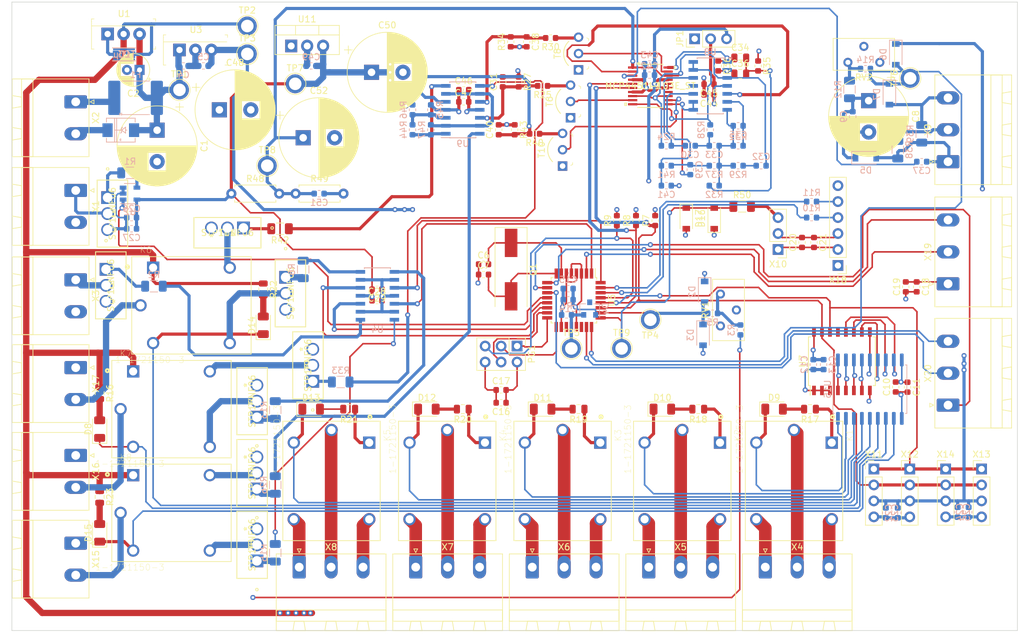
<source format=kicad_pcb>
(kicad_pcb (version 20171130) (host pcbnew "(5.1.4)-1")

  (general
    (thickness 1.6)
    (drawings 6)
    (tracks 1331)
    (zones 0)
    (modules 184)
    (nets 133)
  )

  (page A4)
  (layers
    (0 F.Cu signal)
    (1 In1.Cu signal)
    (2 In2.Cu signal)
    (31 B.Cu signal)
    (32 B.Adhes user)
    (33 F.Adhes user)
    (34 B.Paste user)
    (35 F.Paste user)
    (36 B.SilkS user)
    (37 F.SilkS user)
    (38 B.Mask user)
    (39 F.Mask user)
    (40 Dwgs.User user)
    (41 Cmts.User user)
    (42 Eco1.User user)
    (43 Eco2.User user)
    (44 Edge.Cuts user)
    (45 Margin user)
    (46 B.CrtYd user)
    (47 F.CrtYd user)
    (48 B.Fab user)
    (49 F.Fab user)
  )

  (setup
    (last_trace_width 0.5)
    (user_trace_width 0.1)
    (user_trace_width 0.25)
    (user_trace_width 0.5)
    (user_trace_width 1)
    (user_trace_width 2)
    (user_trace_width 3)
    (user_trace_width 4)
    (user_trace_width 5)
    (trace_clearance 0.2)
    (zone_clearance 0.508)
    (zone_45_only no)
    (trace_min 0.09)
    (via_size 0.8)
    (via_drill 0.4)
    (via_min_size 0.4)
    (via_min_drill 0.3)
    (user_via 0.6 0.5)
    (uvia_size 0.6)
    (uvia_drill 0.3)
    (uvias_allowed no)
    (uvia_min_size 0.4)
    (uvia_min_drill 0.3)
    (edge_width 0.1)
    (segment_width 0.2)
    (pcb_text_width 0.3)
    (pcb_text_size 1.5 1.5)
    (mod_edge_width 0.15)
    (mod_text_size 1 1)
    (mod_text_width 0.15)
    (pad_size 1.5 1.5)
    (pad_drill 0.6)
    (pad_to_mask_clearance 0)
    (solder_mask_min_width 0.25)
    (aux_axis_origin 0 0)
    (visible_elements 7FFFFFFF)
    (pcbplotparams
      (layerselection 0x010fc_ffffffff)
      (usegerberextensions false)
      (usegerberattributes false)
      (usegerberadvancedattributes false)
      (creategerberjobfile false)
      (excludeedgelayer true)
      (linewidth 0.100000)
      (plotframeref false)
      (viasonmask false)
      (mode 1)
      (useauxorigin false)
      (hpglpennumber 1)
      (hpglpenspeed 20)
      (hpglpendiameter 15.000000)
      (psnegative false)
      (psa4output false)
      (plotreference true)
      (plotvalue true)
      (plotinvisibletext false)
      (padsonsilk false)
      (subtractmaskfromsilk false)
      (outputformat 1)
      (mirror false)
      (drillshape 1)
      (scaleselection 1)
      (outputdirectory ""))
  )

  (net 0 "")
  (net 1 "Net-(C1-Pad1)")
  (net 2 GND)
  (net 3 +12V)
  (net 4 +5V)
  (net 5 "Net-(C6-Pad2)")
  (net 6 "Net-(C7-Pad2)")
  (net 7 "Net-(C8-Pad1)")
  (net 8 +8V)
  (net 9 "Net-(C30-Pad2)")
  (net 10 "Net-(C30-Pad1)")
  (net 11 "Net-(C31-Pad1)")
  (net 12 "Net-(C32-Pad2)")
  (net 13 "Net-(C33-Pad2)")
  (net 14 "Net-(C34-Pad2)")
  (net 15 "Net-(C35-Pad2)")
  (net 16 "Net-(C36-Pad1)")
  (net 17 "Net-(C38-Pad1)")
  (net 18 "Net-(C39-Pad2)")
  (net 19 "Net-(C40-Pad1)")
  (net 20 "Net-(C41-Pad1)")
  (net 21 "Net-(C44-Pad1)")
  (net 22 +BATT)
  (net 23 "Net-(D4-Pad2)")
  (net 24 "Net-(D8-Pad2)")
  (net 25 "Net-(D8-Pad1)")
  (net 26 "Net-(D9-Pad1)")
  (net 27 "Net-(D9-Pad2)")
  (net 28 "Net-(D10-Pad1)")
  (net 29 "Net-(D10-Pad2)")
  (net 30 "Net-(D11-Pad1)")
  (net 31 "Net-(D11-Pad2)")
  (net 32 "Net-(D12-Pad2)")
  (net 33 "Net-(D12-Pad1)")
  (net 34 "Net-(D13-Pad1)")
  (net 35 "Net-(D13-Pad2)")
  (net 36 "Net-(D14-Pad2)")
  (net 37 "Net-(D14-Pad1)")
  (net 38 "Net-(D15-Pad2)")
  (net 39 "Net-(D15-Pad1)")
  (net 40 "Net-(K1-PadNC)")
  (net 41 "Net-(K1-PadNO)")
  (net 42 "Net-(K1-PadCOM)")
  (net 43 "Net-(K2-PadCOM)")
  (net 44 "Net-(K2-PadNO)")
  (net 45 "Net-(K2-PadNC)")
  (net 46 "Net-(K3-PadCOM)")
  (net 47 "Net-(K3-PadNO)")
  (net 48 "Net-(K3-PadNC)")
  (net 49 "Net-(K4-PadNC)")
  (net 50 "Net-(K4-PadNO)")
  (net 51 "Net-(K4-PadCOM)")
  (net 52 "Net-(K5-PadCOM)")
  (net 53 "Net-(K5-PadNO)")
  (net 54 "Net-(K5-PadNC)")
  (net 55 "Net-(R1-Pad2)")
  (net 56 "Net-(R1-Pad1)")
  (net 57 "Net-(R2-Pad1)")
  (net 58 "Net-(R2-Pad2)")
  (net 59 "Net-(R3-Pad1)")
  (net 60 "Net-(R6-Pad2)")
  (net 61 "Net-(R6-Pad1)")
  (net 62 "Net-(R10-Pad2)")
  (net 63 "Net-(R11-Pad2)")
  (net 64 "Net-(R12-Pad1)")
  (net 65 "Net-(R13-Pad2)")
  (net 66 "Net-(R13-Pad1)")
  (net 67 "Net-(R15-Pad1)")
  (net 68 "Net-(R15-Pad2)")
  (net 69 "Net-(R25-Pad1)")
  (net 70 "Net-(R26-Pad1)")
  (net 71 "Net-(R26-Pad2)")
  (net 72 "Net-(R30-Pad1)")
  (net 73 "Net-(R33-Pad1)")
  (net 74 "Net-(R33-Pad2)")
  (net 75 "Net-(R38-Pad2)")
  (net 76 "Net-(R40-Pad1)")
  (net 77 "Net-(R42-Pad1)")
  (net 78 "Net-(R42-Pad2)")
  (net 79 "Net-(R44-Pad2)")
  (net 80 "Net-(R44-Pad1)")
  (net 81 "Net-(R47-Pad1)")
  (net 82 "Net-(R50-Pad2)")
  (net 83 P0B)
  (net 84 P2A)
  (net 85 Sound_In)
  (net 86 P3B)
  (net 87 P0A)
  (net 88 M_Vin)
  (net 89 M_Sound)
  (net 90 M_Iges)
  (net 91 NC_K6)
  (net 92 NO_K6)
  (net 93 MISO)
  (net 94 SCK)
  (net 95 MOSI)
  (net 96 Reset)
  (net 97 SDA)
  (net 98 SCL)
  (net 99 RX)
  (net 100 TX)
  (net 101 P1A)
  (net 102 P1W)
  (net 103 P2W)
  (net 104 P0W)
  (net 105 OP_BL1)
  (net 106 OP_BL2)
  (net 107 OP_LEDRT)
  (net 108 OP_LEDGR)
  (net 109 OP_LEDBL)
  (net 110 OI_1)
  (net 111 OI_2)
  (net 112 OI_3)
  (net 113 OI_4)
  (net 114 Analog_OI_1)
  (net 115 P3W)
  (net 116 NC_K7)
  (net 117 NO_K7)
  (net 118 IN_K7)
  (net 119 NC_K8)
  (net 120 NO_K8)
  (net 121 IN_K6)
  (net 122 IN_K8)
  (net 123 "Net-(U15-Pad1)")
  (net 124 "Net-(U15-Pad2)")
  (net 125 "Net-(U15-Pad3)")
  (net 126 "Net-(U15-Pad4)")
  (net 127 "Net-(U15-Pad5)")
  (net 128 "Net-(U15-Pad6)")
  (net 129 "Net-(U15-Pad7)")
  (net 130 "Net-(U15-Pad8)")
  (net 131 "Net-(T1-Pad2)")
  (net 132 "Net-(T2-Pad2)")

  (net_class Default "Dies ist die voreingestellte Netzklasse."
    (clearance 0.2)
    (trace_width 0.25)
    (via_dia 0.8)
    (via_drill 0.4)
    (uvia_dia 0.6)
    (uvia_drill 0.3)
    (add_net +12V)
    (add_net +5V)
    (add_net +8V)
    (add_net +BATT)
    (add_net Analog_OI_1)
    (add_net GND)
    (add_net IN_K6)
    (add_net IN_K7)
    (add_net IN_K8)
    (add_net MISO)
    (add_net MOSI)
    (add_net M_Iges)
    (add_net M_Sound)
    (add_net M_Vin)
    (add_net NC_K6)
    (add_net NC_K7)
    (add_net NC_K8)
    (add_net NO_K6)
    (add_net NO_K7)
    (add_net NO_K8)
    (add_net "Net-(C1-Pad1)")
    (add_net "Net-(C30-Pad1)")
    (add_net "Net-(C30-Pad2)")
    (add_net "Net-(C31-Pad1)")
    (add_net "Net-(C32-Pad2)")
    (add_net "Net-(C33-Pad2)")
    (add_net "Net-(C34-Pad2)")
    (add_net "Net-(C35-Pad2)")
    (add_net "Net-(C36-Pad1)")
    (add_net "Net-(C38-Pad1)")
    (add_net "Net-(C39-Pad2)")
    (add_net "Net-(C40-Pad1)")
    (add_net "Net-(C41-Pad1)")
    (add_net "Net-(C44-Pad1)")
    (add_net "Net-(C6-Pad2)")
    (add_net "Net-(C7-Pad2)")
    (add_net "Net-(C8-Pad1)")
    (add_net "Net-(D10-Pad1)")
    (add_net "Net-(D10-Pad2)")
    (add_net "Net-(D11-Pad1)")
    (add_net "Net-(D11-Pad2)")
    (add_net "Net-(D12-Pad1)")
    (add_net "Net-(D12-Pad2)")
    (add_net "Net-(D13-Pad1)")
    (add_net "Net-(D13-Pad2)")
    (add_net "Net-(D14-Pad1)")
    (add_net "Net-(D14-Pad2)")
    (add_net "Net-(D15-Pad1)")
    (add_net "Net-(D15-Pad2)")
    (add_net "Net-(D4-Pad2)")
    (add_net "Net-(D8-Pad1)")
    (add_net "Net-(D8-Pad2)")
    (add_net "Net-(D9-Pad1)")
    (add_net "Net-(D9-Pad2)")
    (add_net "Net-(K1-PadCOM)")
    (add_net "Net-(K1-PadNC)")
    (add_net "Net-(K1-PadNO)")
    (add_net "Net-(K2-PadCOM)")
    (add_net "Net-(K2-PadNC)")
    (add_net "Net-(K2-PadNO)")
    (add_net "Net-(K3-PadCOM)")
    (add_net "Net-(K3-PadNC)")
    (add_net "Net-(K3-PadNO)")
    (add_net "Net-(K4-PadCOM)")
    (add_net "Net-(K4-PadNC)")
    (add_net "Net-(K4-PadNO)")
    (add_net "Net-(K5-PadCOM)")
    (add_net "Net-(K5-PadNC)")
    (add_net "Net-(K5-PadNO)")
    (add_net "Net-(R1-Pad1)")
    (add_net "Net-(R1-Pad2)")
    (add_net "Net-(R10-Pad2)")
    (add_net "Net-(R11-Pad2)")
    (add_net "Net-(R12-Pad1)")
    (add_net "Net-(R13-Pad1)")
    (add_net "Net-(R13-Pad2)")
    (add_net "Net-(R15-Pad1)")
    (add_net "Net-(R15-Pad2)")
    (add_net "Net-(R2-Pad1)")
    (add_net "Net-(R2-Pad2)")
    (add_net "Net-(R25-Pad1)")
    (add_net "Net-(R26-Pad1)")
    (add_net "Net-(R26-Pad2)")
    (add_net "Net-(R3-Pad1)")
    (add_net "Net-(R30-Pad1)")
    (add_net "Net-(R33-Pad1)")
    (add_net "Net-(R33-Pad2)")
    (add_net "Net-(R38-Pad2)")
    (add_net "Net-(R40-Pad1)")
    (add_net "Net-(R42-Pad1)")
    (add_net "Net-(R42-Pad2)")
    (add_net "Net-(R44-Pad1)")
    (add_net "Net-(R44-Pad2)")
    (add_net "Net-(R47-Pad1)")
    (add_net "Net-(R50-Pad2)")
    (add_net "Net-(R6-Pad1)")
    (add_net "Net-(R6-Pad2)")
    (add_net "Net-(T1-Pad2)")
    (add_net "Net-(T2-Pad2)")
    (add_net "Net-(U15-Pad1)")
    (add_net "Net-(U15-Pad2)")
    (add_net "Net-(U15-Pad3)")
    (add_net "Net-(U15-Pad4)")
    (add_net "Net-(U15-Pad5)")
    (add_net "Net-(U15-Pad6)")
    (add_net "Net-(U15-Pad7)")
    (add_net "Net-(U15-Pad8)")
    (add_net OI_1)
    (add_net OI_2)
    (add_net OI_3)
    (add_net OI_4)
    (add_net OP_BL1)
    (add_net OP_BL2)
    (add_net OP_LEDBL)
    (add_net OP_LEDGR)
    (add_net OP_LEDRT)
    (add_net P0A)
    (add_net P0B)
    (add_net P0W)
    (add_net P1A)
    (add_net P1W)
    (add_net P2A)
    (add_net P2W)
    (add_net P3B)
    (add_net P3W)
    (add_net RX)
    (add_net Reset)
    (add_net SCK)
    (add_net SCL)
    (add_net SDA)
    (add_net Sound_In)
    (add_net TX)
  )

  (module RELAY_1-1721150-3 (layer F.Cu) (tedit 0) (tstamp 5E6D4835)
    (at 121.0945 124.714 270)
    (path /5D5EAA2A/5E508F01)
    (fp_text reference K5 (at -7.26069 -8.83584 90) (layer F.SilkS)
      (effects (font (size 1.00009 1.00009) (thickness 0.05)))
    )
    (fp_text value 1-1721150-3 (at -6.62706 8.6677 90) (layer F.SilkS)
      (effects (font (size 1.00031 1.00031) (thickness 0.05)))
    )
    (fp_circle (center -10.2 -6.119) (end -10.1 -6.119) (layer F.SilkS) (width 0.3))
    (fp_line (start 9.75 8) (end -9.75 8) (layer Eco1.User) (width 0.05))
    (fp_line (start 9.75 -8) (end 9.75 8) (layer Eco1.User) (width 0.05))
    (fp_line (start -9.75 -8) (end 9.75 -8) (layer Eco1.User) (width 0.05))
    (fp_line (start -9.75 8) (end -9.75 -8) (layer Eco1.User) (width 0.05))
    (fp_line (start 9.5 7.75) (end -9.5 7.75) (layer Eco2.User) (width 0.127))
    (fp_line (start 9.5 -7.75) (end 9.5 7.75) (layer Eco2.User) (width 0.127))
    (fp_line (start -9.5 -7.75) (end 9.5 -7.75) (layer Eco2.User) (width 0.127))
    (fp_line (start -9.5 7.75) (end -9.5 -7.75) (layer Eco2.User) (width 0.127))
    (fp_line (start 9.5 7.75) (end -9.5 7.75) (layer F.SilkS) (width 0.127))
    (fp_line (start 9.5 -7.75) (end 9.5 7.75) (layer F.SilkS) (width 0.127))
    (fp_line (start -9.5 -7.75) (end 9.5 -7.75) (layer F.SilkS) (width 0.127))
    (fp_line (start -9.5 7.75) (end -9.5 -7.75) (layer F.SilkS) (width 0.127))
    (pad NC thru_hole circle (at 6.1 -6 270) (size 1.95 1.95) (drill 1.3) (layers *.Cu *.Mask)
      (net 54 "Net-(K5-PadNC)"))
    (pad NO thru_hole circle (at 6.1 6 270) (size 1.95 1.95) (drill 1.3) (layers *.Cu *.Mask)
      (net 53 "Net-(K5-PadNO)"))
    (pad A2 thru_hole circle (at -6.1 6 270) (size 1.95 1.95) (drill 1.3) (layers *.Cu *.Mask)
      (net 34 "Net-(D13-Pad1)"))
    (pad COM thru_hole circle (at -8.1 0 270) (size 1.95 1.95) (drill 1.3) (layers *.Cu *.Mask)
      (net 52 "Net-(K5-PadCOM)"))
    (pad A1 thru_hole rect (at -6.1 -6 270) (size 1.95 1.95) (drill 1.3) (layers *.Cu *.Mask)
      (net 3 +12V))
  )

  (module Capacitor_SMD:C_0603_1608Metric (layer F.Cu) (tedit 5B301BBE) (tstamp 5E2212B9)
    (at 128.3335 96.012)
    (descr "Capacitor SMD 0603 (1608 Metric), square (rectangular) end terminal, IPC_7351 nominal, (Body size source: http://www.tortai-tech.com/upload/download/2011102023233369053.pdf), generated with kicad-footprint-generator")
    (tags capacitor)
    (path /5E6D16A3)
    (attr smd)
    (fp_text reference C28 (at 0 -1.43 -180) (layer F.SilkS)
      (effects (font (size 1 1) (thickness 0.15)))
    )
    (fp_text value 100n (at 0 1.43 -180) (layer F.Fab)
      (effects (font (size 1 1) (thickness 0.15)))
    )
    (fp_line (start -0.8 0.4) (end -0.8 -0.4) (layer F.Fab) (width 0.1))
    (fp_line (start -0.8 -0.4) (end 0.8 -0.4) (layer F.Fab) (width 0.1))
    (fp_line (start 0.8 -0.4) (end 0.8 0.4) (layer F.Fab) (width 0.1))
    (fp_line (start 0.8 0.4) (end -0.8 0.4) (layer F.Fab) (width 0.1))
    (fp_line (start -0.162779 -0.51) (end 0.162779 -0.51) (layer F.SilkS) (width 0.12))
    (fp_line (start -0.162779 0.51) (end 0.162779 0.51) (layer F.SilkS) (width 0.12))
    (fp_line (start -1.48 0.73) (end -1.48 -0.73) (layer F.CrtYd) (width 0.05))
    (fp_line (start -1.48 -0.73) (end 1.48 -0.73) (layer F.CrtYd) (width 0.05))
    (fp_line (start 1.48 -0.73) (end 1.48 0.73) (layer F.CrtYd) (width 0.05))
    (fp_line (start 1.48 0.73) (end -1.48 0.73) (layer F.CrtYd) (width 0.05))
    (fp_text user %R (at 0 0 -180) (layer F.Fab)
      (effects (font (size 0.4 0.4) (thickness 0.06)))
    )
    (pad 1 smd roundrect (at -0.7875 0) (size 0.875 0.95) (layers F.Cu F.Paste F.Mask) (roundrect_rratio 0.25)
      (net 8 +8V))
    (pad 2 smd roundrect (at 0.7875 0) (size 0.875 0.95) (layers F.Cu F.Paste F.Mask) (roundrect_rratio 0.25)
      (net 2 GND))
    (model ${KISYS3DMOD}/Capacitor_SMD.3dshapes/C_0603_1608Metric.wrl
      (at (xyz 0 0 0))
      (scale (xyz 1 1 1))
      (rotate (xyz 0 0 0))
    )
  )

  (module Capacitor_SMD:C_0603_1608Metric (layer F.Cu) (tedit 5B301BBE) (tstamp 5E2212E9)
    (at 128.3335 94.234 180)
    (descr "Capacitor SMD 0603 (1608 Metric), square (rectangular) end terminal, IPC_7351 nominal, (Body size source: http://www.tortai-tech.com/upload/download/2011102023233369053.pdf), generated with kicad-footprint-generator")
    (tags capacitor)
    (path /5E6D16AA)
    (attr smd)
    (fp_text reference C29 (at 0 -1.43) (layer F.SilkS)
      (effects (font (size 1 1) (thickness 0.15)))
    )
    (fp_text value 1µ (at 0 1.43) (layer F.Fab)
      (effects (font (size 1 1) (thickness 0.15)))
    )
    (fp_text user %R (at 0 0) (layer F.Fab)
      (effects (font (size 0.4 0.4) (thickness 0.06)))
    )
    (fp_line (start 1.48 0.73) (end -1.48 0.73) (layer F.CrtYd) (width 0.05))
    (fp_line (start 1.48 -0.73) (end 1.48 0.73) (layer F.CrtYd) (width 0.05))
    (fp_line (start -1.48 -0.73) (end 1.48 -0.73) (layer F.CrtYd) (width 0.05))
    (fp_line (start -1.48 0.73) (end -1.48 -0.73) (layer F.CrtYd) (width 0.05))
    (fp_line (start -0.162779 0.51) (end 0.162779 0.51) (layer F.SilkS) (width 0.12))
    (fp_line (start -0.162779 -0.51) (end 0.162779 -0.51) (layer F.SilkS) (width 0.12))
    (fp_line (start 0.8 0.4) (end -0.8 0.4) (layer F.Fab) (width 0.1))
    (fp_line (start 0.8 -0.4) (end 0.8 0.4) (layer F.Fab) (width 0.1))
    (fp_line (start -0.8 -0.4) (end 0.8 -0.4) (layer F.Fab) (width 0.1))
    (fp_line (start -0.8 0.4) (end -0.8 -0.4) (layer F.Fab) (width 0.1))
    (pad 2 smd roundrect (at 0.7875 0 180) (size 0.875 0.95) (layers F.Cu F.Paste F.Mask) (roundrect_rratio 0.25)
      (net 8 +8V))
    (pad 1 smd roundrect (at -0.7875 0 180) (size 0.875 0.95) (layers F.Cu F.Paste F.Mask) (roundrect_rratio 0.25)
      (net 2 GND))
    (model ${KISYS3DMOD}/Capacitor_SMD.3dshapes/C_0603_1608Metric.wrl
      (at (xyz 0 0 0))
      (scale (xyz 1 1 1))
      (rotate (xyz 0 0 0))
    )
  )

  (module Package_SO:SOIC-14_3.9x8.7mm_P1.27mm (layer B.Cu) (tedit 5A02F2D3) (tstamp 5E6D4881)
    (at 128.397 95.25)
    (descr "14-Lead Plastic Small Outline (SL) - Narrow, 3.90 mm Body [SOIC] (see Microchip Packaging Specification 00000049BS.pdf)")
    (tags "SOIC 1.27")
    (path /5E968D7A)
    (attr smd)
    (fp_text reference U4 (at 0 5.375) (layer B.SilkS)
      (effects (font (size 1 1) (thickness 0.15)) (justify mirror))
    )
    (fp_text value LM324 (at 0 -5.375) (layer B.Fab)
      (effects (font (size 1 1) (thickness 0.15)) (justify mirror))
    )
    (fp_text user %R (at 0 0) (layer B.Fab)
      (effects (font (size 0.9 0.9) (thickness 0.135)) (justify mirror))
    )
    (fp_line (start -0.95 4.35) (end 1.95 4.35) (layer B.Fab) (width 0.15))
    (fp_line (start 1.95 4.35) (end 1.95 -4.35) (layer B.Fab) (width 0.15))
    (fp_line (start 1.95 -4.35) (end -1.95 -4.35) (layer B.Fab) (width 0.15))
    (fp_line (start -1.95 -4.35) (end -1.95 3.35) (layer B.Fab) (width 0.15))
    (fp_line (start -1.95 3.35) (end -0.95 4.35) (layer B.Fab) (width 0.15))
    (fp_line (start -3.7 4.65) (end -3.7 -4.65) (layer B.CrtYd) (width 0.05))
    (fp_line (start 3.7 4.65) (end 3.7 -4.65) (layer B.CrtYd) (width 0.05))
    (fp_line (start -3.7 4.65) (end 3.7 4.65) (layer B.CrtYd) (width 0.05))
    (fp_line (start -3.7 -4.65) (end 3.7 -4.65) (layer B.CrtYd) (width 0.05))
    (fp_line (start -2.075 4.45) (end -2.075 4.425) (layer B.SilkS) (width 0.15))
    (fp_line (start 2.075 4.45) (end 2.075 4.335) (layer B.SilkS) (width 0.15))
    (fp_line (start 2.075 -4.45) (end 2.075 -4.335) (layer B.SilkS) (width 0.15))
    (fp_line (start -2.075 -4.45) (end -2.075 -4.335) (layer B.SilkS) (width 0.15))
    (fp_line (start -2.075 4.45) (end 2.075 4.45) (layer B.SilkS) (width 0.15))
    (fp_line (start -2.075 -4.45) (end 2.075 -4.45) (layer B.SilkS) (width 0.15))
    (fp_line (start -2.075 4.425) (end -3.45 4.425) (layer B.SilkS) (width 0.15))
    (pad 1 smd rect (at -2.7 3.81) (size 1.5 0.6) (layers B.Cu B.Paste B.Mask)
      (net 57 "Net-(R2-Pad1)"))
    (pad 2 smd rect (at -2.7 2.54) (size 1.5 0.6) (layers B.Cu B.Paste B.Mask)
      (net 2 GND))
    (pad 3 smd rect (at -2.7 1.27) (size 1.5 0.6) (layers B.Cu B.Paste B.Mask)
      (net 106 OP_BL2))
    (pad 4 smd rect (at -2.7 0) (size 1.5 0.6) (layers B.Cu B.Paste B.Mask)
      (net 8 +8V))
    (pad 5 smd rect (at -2.7 -1.27) (size 1.5 0.6) (layers B.Cu B.Paste B.Mask)
      (net 107 OP_LEDRT))
    (pad 6 smd rect (at -2.7 -2.54) (size 1.5 0.6) (layers B.Cu B.Paste B.Mask)
      (net 2 GND))
    (pad 7 smd rect (at -2.7 -3.81) (size 1.5 0.6) (layers B.Cu B.Paste B.Mask)
      (net 61 "Net-(R6-Pad1)"))
    (pad 8 smd rect (at 2.7 -3.81) (size 1.5 0.6) (layers B.Cu B.Paste B.Mask)
      (net 66 "Net-(R13-Pad1)"))
    (pad 9 smd rect (at 2.7 -2.54) (size 1.5 0.6) (layers B.Cu B.Paste B.Mask)
      (net 2 GND))
    (pad 10 smd rect (at 2.7 -1.27) (size 1.5 0.6) (layers B.Cu B.Paste B.Mask)
      (net 108 OP_LEDGR))
    (pad 11 smd rect (at 2.7 0) (size 1.5 0.6) (layers B.Cu B.Paste B.Mask)
      (net 2 GND))
    (pad 12 smd rect (at 2.7 1.27) (size 1.5 0.6) (layers B.Cu B.Paste B.Mask)
      (net 109 OP_LEDBL))
    (pad 13 smd rect (at 2.7 2.54) (size 1.5 0.6) (layers B.Cu B.Paste B.Mask)
      (net 2 GND))
    (pad 14 smd rect (at 2.7 3.81) (size 1.5 0.6) (layers B.Cu B.Paste B.Mask)
      (net 67 "Net-(R15-Pad1)"))
    (model ${KISYS3DMOD}/Package_SO.3dshapes/SOIC-14_3.9x8.7mm_P1.27mm.wrl
      (at (xyz 0 0 0))
      (scale (xyz 1 1 1))
      (rotate (xyz 0 0 0))
    )
  )

  (module RELAY_1-1721150-3 (layer F.Cu) (tedit 0) (tstamp 5E6D493A)
    (at 157.861 124.714 270)
    (path /5D5EAA2A/5E509CAC)
    (fp_text reference K3 (at -7.26069 -8.83584 90) (layer F.SilkS)
      (effects (font (size 1.00009 1.00009) (thickness 0.05)))
    )
    (fp_text value 1-1721150-3 (at -6.62706 8.6677 90) (layer F.SilkS)
      (effects (font (size 1.00031 1.00031) (thickness 0.05)))
    )
    (fp_circle (center -10.2 -6.119) (end -10.1 -6.119) (layer F.SilkS) (width 0.3))
    (fp_line (start 9.75 8) (end -9.75 8) (layer Eco1.User) (width 0.05))
    (fp_line (start 9.75 -8) (end 9.75 8) (layer Eco1.User) (width 0.05))
    (fp_line (start -9.75 -8) (end 9.75 -8) (layer Eco1.User) (width 0.05))
    (fp_line (start -9.75 8) (end -9.75 -8) (layer Eco1.User) (width 0.05))
    (fp_line (start 9.5 7.75) (end -9.5 7.75) (layer Eco2.User) (width 0.127))
    (fp_line (start 9.5 -7.75) (end 9.5 7.75) (layer Eco2.User) (width 0.127))
    (fp_line (start -9.5 -7.75) (end 9.5 -7.75) (layer Eco2.User) (width 0.127))
    (fp_line (start -9.5 7.75) (end -9.5 -7.75) (layer Eco2.User) (width 0.127))
    (fp_line (start 9.5 7.75) (end -9.5 7.75) (layer F.SilkS) (width 0.127))
    (fp_line (start 9.5 -7.75) (end 9.5 7.75) (layer F.SilkS) (width 0.127))
    (fp_line (start -9.5 -7.75) (end 9.5 -7.75) (layer F.SilkS) (width 0.127))
    (fp_line (start -9.5 7.75) (end -9.5 -7.75) (layer F.SilkS) (width 0.127))
    (pad NC thru_hole circle (at 6.1 -6 270) (size 1.95 1.95) (drill 1.3) (layers *.Cu *.Mask)
      (net 48 "Net-(K3-PadNC)"))
    (pad NO thru_hole circle (at 6.1 6 270) (size 1.95 1.95) (drill 1.3) (layers *.Cu *.Mask)
      (net 47 "Net-(K3-PadNO)"))
    (pad A2 thru_hole circle (at -6.1 6 270) (size 1.95 1.95) (drill 1.3) (layers *.Cu *.Mask)
      (net 30 "Net-(D11-Pad1)"))
    (pad COM thru_hole circle (at -8.1 0 270) (size 1.95 1.95) (drill 1.3) (layers *.Cu *.Mask)
      (net 46 "Net-(K3-PadCOM)"))
    (pad A1 thru_hole rect (at -6.1 -6 270) (size 1.95 1.95) (drill 1.3) (layers *.Cu *.Mask)
      (net 3 +12V))
  )

  (module RELAY_1-1721150-3 (layer F.Cu) (tedit 0) (tstamp 5E6D478D)
    (at 194.691 124.714 270)
    (path /5D5EAA2A/5E50B44C)
    (fp_text reference K1 (at -7.26069 -8.83584 90) (layer F.SilkS)
      (effects (font (size 1.00009 1.00009) (thickness 0.05)))
    )
    (fp_text value 1-1721150-3 (at -6.62706 8.6677 90) (layer F.SilkS)
      (effects (font (size 1.00031 1.00031) (thickness 0.05)))
    )
    (fp_circle (center -10.2 -6.119) (end -10.1 -6.119) (layer F.SilkS) (width 0.3))
    (fp_line (start 9.75 8) (end -9.75 8) (layer Eco1.User) (width 0.05))
    (fp_line (start 9.75 -8) (end 9.75 8) (layer Eco1.User) (width 0.05))
    (fp_line (start -9.75 -8) (end 9.75 -8) (layer Eco1.User) (width 0.05))
    (fp_line (start -9.75 8) (end -9.75 -8) (layer Eco1.User) (width 0.05))
    (fp_line (start 9.5 7.75) (end -9.5 7.75) (layer Eco2.User) (width 0.127))
    (fp_line (start 9.5 -7.75) (end 9.5 7.75) (layer Eco2.User) (width 0.127))
    (fp_line (start -9.5 -7.75) (end 9.5 -7.75) (layer Eco2.User) (width 0.127))
    (fp_line (start -9.5 7.75) (end -9.5 -7.75) (layer Eco2.User) (width 0.127))
    (fp_line (start 9.5 7.75) (end -9.5 7.75) (layer F.SilkS) (width 0.127))
    (fp_line (start 9.5 -7.75) (end 9.5 7.75) (layer F.SilkS) (width 0.127))
    (fp_line (start -9.5 -7.75) (end 9.5 -7.75) (layer F.SilkS) (width 0.127))
    (fp_line (start -9.5 7.75) (end -9.5 -7.75) (layer F.SilkS) (width 0.127))
    (pad NC thru_hole circle (at 6.1 -6 270) (size 1.95 1.95) (drill 1.3) (layers *.Cu *.Mask)
      (net 40 "Net-(K1-PadNC)"))
    (pad NO thru_hole circle (at 6.1 6 270) (size 1.95 1.95) (drill 1.3) (layers *.Cu *.Mask)
      (net 41 "Net-(K1-PadNO)"))
    (pad A2 thru_hole circle (at -6.1 6 270) (size 1.95 1.95) (drill 1.3) (layers *.Cu *.Mask)
      (net 26 "Net-(D9-Pad1)"))
    (pad COM thru_hole circle (at -8.1 0 270) (size 1.95 1.95) (drill 1.3) (layers *.Cu *.Mask)
      (net 42 "Net-(K1-PadCOM)"))
    (pad A1 thru_hole rect (at -6.1 -6 270) (size 1.95 1.95) (drill 1.3) (layers *.Cu *.Mask)
      (net 3 +12V))
  )

  (module Connector_Phoenix_MSTB:PhoenixContact_MSTBA_2,5_2-G-5,08_1x02_P5.08mm_Horizontal (layer F.Cu) (tedit 5B785047) (tstamp 5E6D47DA)
    (at 80.391 78.486 270)
    (descr "Generic Phoenix Contact connector footprint for: MSTBA_2,5/2-G-5,08; number of pins: 02; pin pitch: 5.08mm; Angled || order number: 1757242 12A || order number: 1923869 16A (HC)")
    (tags "phoenix_contact connector MSTBA_01x02_G_5.08mm")
    (path /5E77A842)
    (fp_text reference X1 (at 2.54 -3.2 270) (layer F.SilkS)
      (effects (font (size 1 1) (thickness 0.15)))
    )
    (fp_text value Conn_01x02_Male (at 2.54 11.2 270) (layer F.Fab)
      (effects (font (size 1 1) (thickness 0.15)))
    )
    (fp_line (start -3.65 -2.11) (end -3.65 10.11) (layer F.SilkS) (width 0.12))
    (fp_line (start -3.65 10.11) (end 8.73 10.11) (layer F.SilkS) (width 0.12))
    (fp_line (start 8.73 10.11) (end 8.73 -2.11) (layer F.SilkS) (width 0.12))
    (fp_line (start 8.73 -2.11) (end -3.65 -2.11) (layer F.SilkS) (width 0.12))
    (fp_line (start -3.54 -2) (end -3.54 10) (layer F.Fab) (width 0.1))
    (fp_line (start -3.54 10) (end 8.62 10) (layer F.Fab) (width 0.1))
    (fp_line (start 8.62 10) (end 8.62 -2) (layer F.Fab) (width 0.1))
    (fp_line (start 8.62 -2) (end -3.54 -2) (layer F.Fab) (width 0.1))
    (fp_line (start -3.65 8.61) (end -3.65 6.81) (layer F.SilkS) (width 0.12))
    (fp_line (start -3.65 6.81) (end 8.73 6.81) (layer F.SilkS) (width 0.12))
    (fp_line (start 8.73 6.81) (end 8.73 8.61) (layer F.SilkS) (width 0.12))
    (fp_line (start 8.73 8.61) (end -3.65 8.61) (layer F.SilkS) (width 0.12))
    (fp_line (start -1 10.11) (end 1 10.11) (layer F.SilkS) (width 0.12))
    (fp_line (start 1 10.11) (end 0.75 8.61) (layer F.SilkS) (width 0.12))
    (fp_line (start 0.75 8.61) (end -0.75 8.61) (layer F.SilkS) (width 0.12))
    (fp_line (start -0.75 8.61) (end -1 10.11) (layer F.SilkS) (width 0.12))
    (fp_line (start 4.08 10.11) (end 6.08 10.11) (layer F.SilkS) (width 0.12))
    (fp_line (start 6.08 10.11) (end 5.83 8.61) (layer F.SilkS) (width 0.12))
    (fp_line (start 5.83 8.61) (end 4.33 8.61) (layer F.SilkS) (width 0.12))
    (fp_line (start 4.33 8.61) (end 4.08 10.11) (layer F.SilkS) (width 0.12))
    (fp_line (start -4.04 -2.5) (end -4.04 10.5) (layer F.CrtYd) (width 0.05))
    (fp_line (start -4.04 10.5) (end 9.12 10.5) (layer F.CrtYd) (width 0.05))
    (fp_line (start 9.12 10.5) (end 9.12 -2.5) (layer F.CrtYd) (width 0.05))
    (fp_line (start 9.12 -2.5) (end -4.04 -2.5) (layer F.CrtYd) (width 0.05))
    (fp_line (start 0.3 -2.91) (end 0 -2.31) (layer F.SilkS) (width 0.12))
    (fp_line (start 0 -2.31) (end -0.3 -2.91) (layer F.SilkS) (width 0.12))
    (fp_line (start -0.3 -2.91) (end 0.3 -2.91) (layer F.SilkS) (width 0.12))
    (fp_line (start 0.95 -2) (end 0 -0.5) (layer F.Fab) (width 0.1))
    (fp_line (start 0 -0.5) (end -0.95 -2) (layer F.Fab) (width 0.1))
    (fp_text user %R (at 2.54 -1.3 270) (layer F.Fab)
      (effects (font (size 1 1) (thickness 0.15)))
    )
    (pad 1 thru_hole roundrect (at 0 0 270) (size 2.08 3.6) (drill 1.4) (layers *.Cu *.Mask) (roundrect_rratio 0.120192)
      (net 131 "Net-(T1-Pad2)"))
    (pad 2 thru_hole oval (at 5.08 0 270) (size 2.08 3.6) (drill 1.4) (layers *.Cu *.Mask)
      (net 22 +BATT))
    (model ${KISYS3DMOD}/Connector_Phoenix_MSTB.3dshapes/PhoenixContact_MSTBA_2,5_2-G-5,08_1x02_P5.08mm_Horizontal.wrl
      (at (xyz 0 0 0))
      (scale (xyz 1 1 1))
      (rotate (xyz 0 0 0))
    )
  )

  (module Capacitor_SMD:C_0603_1608Metric (layer F.Cu) (tedit 5B301BBE) (tstamp 5E652A8B)
    (at 147.701 68.834 90)
    (descr "Capacitor SMD 0603 (1608 Metric), square (rectangular) end terminal, IPC_7351 nominal, (Body size source: http://www.tortai-tech.com/upload/download/2011102023233369053.pdf), generated with kicad-footprint-generator")
    (tags capacitor)
    (path /5E07E314/5E14A544)
    (attr smd)
    (fp_text reference C40 (at 0 -1.43 -90) (layer F.SilkS)
      (effects (font (size 1 1) (thickness 0.15)))
    )
    (fp_text value 1µ (at 0 1.43 -90) (layer F.Fab)
      (effects (font (size 1 1) (thickness 0.15)))
    )
    (fp_line (start -0.8 0.4) (end -0.8 -0.4) (layer F.Fab) (width 0.1))
    (fp_line (start -0.8 -0.4) (end 0.8 -0.4) (layer F.Fab) (width 0.1))
    (fp_line (start 0.8 -0.4) (end 0.8 0.4) (layer F.Fab) (width 0.1))
    (fp_line (start 0.8 0.4) (end -0.8 0.4) (layer F.Fab) (width 0.1))
    (fp_line (start -0.162779 -0.51) (end 0.162779 -0.51) (layer F.SilkS) (width 0.12))
    (fp_line (start -0.162779 0.51) (end 0.162779 0.51) (layer F.SilkS) (width 0.12))
    (fp_line (start -1.48 0.73) (end -1.48 -0.73) (layer F.CrtYd) (width 0.05))
    (fp_line (start -1.48 -0.73) (end 1.48 -0.73) (layer F.CrtYd) (width 0.05))
    (fp_line (start 1.48 -0.73) (end 1.48 0.73) (layer F.CrtYd) (width 0.05))
    (fp_line (start 1.48 0.73) (end -1.48 0.73) (layer F.CrtYd) (width 0.05))
    (fp_text user %R (at 0 0 -90) (layer F.Fab)
      (effects (font (size 0.4 0.4) (thickness 0.06)))
    )
    (pad 1 smd roundrect (at -0.7875 0 90) (size 0.875 0.95) (layers F.Cu F.Paste F.Mask) (roundrect_rratio 0.25)
      (net 19 "Net-(C40-Pad1)"))
    (pad 2 smd roundrect (at 0.7875 0 90) (size 0.875 0.95) (layers F.Cu F.Paste F.Mask) (roundrect_rratio 0.25)
      (net 2 GND))
    (model ${KISYS3DMOD}/Capacitor_SMD.3dshapes/C_0603_1608Metric.wrl
      (at (xyz 0 0 0))
      (scale (xyz 1 1 1))
      (rotate (xyz 0 0 0))
    )
  )

  (module Resistor_SMD:R_0603_1608Metric (layer B.Cu) (tedit 5B301BBD) (tstamp 5E6D4905)
    (at 133.985 65.659 270)
    (descr "Resistor SMD 0603 (1608 Metric), square (rectangular) end terminal, IPC_7351 nominal, (Body size source: http://www.tortai-tech.com/upload/download/2011102023233369053.pdf), generated with kicad-footprint-generator")
    (tags resistor)
    (path /5E07E314/5E4310EF)
    (attr smd)
    (fp_text reference R46 (at 0 1.43 90) (layer B.SilkS)
      (effects (font (size 1 1) (thickness 0.15)) (justify mirror))
    )
    (fp_text value 15k0 (at 0 -1.43 90) (layer B.Fab)
      (effects (font (size 1 1) (thickness 0.15)) (justify mirror))
    )
    (fp_text user %R (at 0 0 90) (layer B.Fab)
      (effects (font (size 0.4 0.4) (thickness 0.06)) (justify mirror))
    )
    (fp_line (start 1.48 -0.73) (end -1.48 -0.73) (layer B.CrtYd) (width 0.05))
    (fp_line (start 1.48 0.73) (end 1.48 -0.73) (layer B.CrtYd) (width 0.05))
    (fp_line (start -1.48 0.73) (end 1.48 0.73) (layer B.CrtYd) (width 0.05))
    (fp_line (start -1.48 -0.73) (end -1.48 0.73) (layer B.CrtYd) (width 0.05))
    (fp_line (start -0.162779 -0.51) (end 0.162779 -0.51) (layer B.SilkS) (width 0.12))
    (fp_line (start -0.162779 0.51) (end 0.162779 0.51) (layer B.SilkS) (width 0.12))
    (fp_line (start 0.8 -0.4) (end -0.8 -0.4) (layer B.Fab) (width 0.1))
    (fp_line (start 0.8 0.4) (end 0.8 -0.4) (layer B.Fab) (width 0.1))
    (fp_line (start -0.8 0.4) (end 0.8 0.4) (layer B.Fab) (width 0.1))
    (fp_line (start -0.8 -0.4) (end -0.8 0.4) (layer B.Fab) (width 0.1))
    (pad 2 smd roundrect (at 0.7875 0 270) (size 0.875 0.95) (layers B.Cu B.Paste B.Mask) (roundrect_rratio 0.25)
      (net 80 "Net-(R44-Pad1)"))
    (pad 1 smd roundrect (at -0.7875 0 270) (size 0.875 0.95) (layers B.Cu B.Paste B.Mask) (roundrect_rratio 0.25)
      (net 2 GND))
    (model ${KISYS3DMOD}/Resistor_SMD.3dshapes/R_0603_1608Metric.wrl
      (at (xyz 0 0 0))
      (scale (xyz 1 1 1))
      (rotate (xyz 0 0 0))
    )
  )

  (module Resistor_SMD:R_0603_1608Metric (layer B.Cu) (tedit 5B301BBD) (tstamp 5E6D48D5)
    (at 133.985 68.834 270)
    (descr "Resistor SMD 0603 (1608 Metric), square (rectangular) end terminal, IPC_7351 nominal, (Body size source: http://www.tortai-tech.com/upload/download/2011102023233369053.pdf), generated with kicad-footprint-generator")
    (tags resistor)
    (path /5E07E314/5E4669E8)
    (attr smd)
    (fp_text reference R44 (at 0 1.43 90) (layer B.SilkS)
      (effects (font (size 1 1) (thickness 0.15)) (justify mirror))
    )
    (fp_text value 68k0 (at 2.54 0 90) (layer B.Fab)
      (effects (font (size 1 1) (thickness 0.15)) (justify mirror))
    )
    (fp_text user %R (at 0 0 90) (layer B.Fab)
      (effects (font (size 0.4 0.4) (thickness 0.06)) (justify mirror))
    )
    (fp_line (start 1.48 -0.73) (end -1.48 -0.73) (layer B.CrtYd) (width 0.05))
    (fp_line (start 1.48 0.73) (end 1.48 -0.73) (layer B.CrtYd) (width 0.05))
    (fp_line (start -1.48 0.73) (end 1.48 0.73) (layer B.CrtYd) (width 0.05))
    (fp_line (start -1.48 -0.73) (end -1.48 0.73) (layer B.CrtYd) (width 0.05))
    (fp_line (start -0.162779 -0.51) (end 0.162779 -0.51) (layer B.SilkS) (width 0.12))
    (fp_line (start -0.162779 0.51) (end 0.162779 0.51) (layer B.SilkS) (width 0.12))
    (fp_line (start 0.8 -0.4) (end -0.8 -0.4) (layer B.Fab) (width 0.1))
    (fp_line (start 0.8 0.4) (end 0.8 -0.4) (layer B.Fab) (width 0.1))
    (fp_line (start -0.8 0.4) (end 0.8 0.4) (layer B.Fab) (width 0.1))
    (fp_line (start -0.8 -0.4) (end -0.8 0.4) (layer B.Fab) (width 0.1))
    (pad 2 smd roundrect (at 0.7875 0 270) (size 0.875 0.95) (layers B.Cu B.Paste B.Mask) (roundrect_rratio 0.25)
      (net 79 "Net-(R44-Pad2)"))
    (pad 1 smd roundrect (at -0.7875 0 270) (size 0.875 0.95) (layers B.Cu B.Paste B.Mask) (roundrect_rratio 0.25)
      (net 80 "Net-(R44-Pad1)"))
    (model ${KISYS3DMOD}/Resistor_SMD.3dshapes/R_0603_1608Metric.wrl
      (at (xyz 0 0 0))
      (scale (xyz 1 1 1))
      (rotate (xyz 0 0 0))
    )
  )

  (module Package_SO:SOIC-14_3.9x8.7mm_P1.27mm (layer B.Cu) (tedit 5A02F2D3) (tstamp 5E6D27C9)
    (at 181.356 61.849 180)
    (descr "14-Lead Plastic Small Outline (SL) - Narrow, 3.90 mm Body [SOIC] (see Microchip Packaging Specification 00000049BS.pdf)")
    (tags "SOIC 1.27")
    (path /5E07E314/5E05F643)
    (attr smd)
    (fp_text reference U8 (at 0 5.375) (layer B.SilkS)
      (effects (font (size 1 1) (thickness 0.15)) (justify mirror))
    )
    (fp_text value TL064 (at 0 -5.375) (layer B.Fab)
      (effects (font (size 1 1) (thickness 0.15)) (justify mirror))
    )
    (fp_text user %R (at 0 0) (layer B.Fab)
      (effects (font (size 0.9 0.9) (thickness 0.135)) (justify mirror))
    )
    (fp_line (start -0.95 4.35) (end 1.95 4.35) (layer B.Fab) (width 0.15))
    (fp_line (start 1.95 4.35) (end 1.95 -4.35) (layer B.Fab) (width 0.15))
    (fp_line (start 1.95 -4.35) (end -1.95 -4.35) (layer B.Fab) (width 0.15))
    (fp_line (start -1.95 -4.35) (end -1.95 3.35) (layer B.Fab) (width 0.15))
    (fp_line (start -1.95 3.35) (end -0.95 4.35) (layer B.Fab) (width 0.15))
    (fp_line (start -3.7 4.65) (end -3.7 -4.65) (layer B.CrtYd) (width 0.05))
    (fp_line (start 3.7 4.65) (end 3.7 -4.65) (layer B.CrtYd) (width 0.05))
    (fp_line (start -3.7 4.65) (end 3.7 4.65) (layer B.CrtYd) (width 0.05))
    (fp_line (start -3.7 -4.65) (end 3.7 -4.65) (layer B.CrtYd) (width 0.05))
    (fp_line (start -2.075 4.45) (end -2.075 4.425) (layer B.SilkS) (width 0.15))
    (fp_line (start 2.075 4.45) (end 2.075 4.335) (layer B.SilkS) (width 0.15))
    (fp_line (start 2.075 -4.45) (end 2.075 -4.335) (layer B.SilkS) (width 0.15))
    (fp_line (start -2.075 -4.45) (end -2.075 -4.335) (layer B.SilkS) (width 0.15))
    (fp_line (start -2.075 4.45) (end 2.075 4.45) (layer B.SilkS) (width 0.15))
    (fp_line (start -2.075 -4.45) (end 2.075 -4.45) (layer B.SilkS) (width 0.15))
    (fp_line (start -2.075 4.425) (end -3.45 4.425) (layer B.SilkS) (width 0.15))
    (pad 1 smd rect (at -2.7 3.81 180) (size 1.5 0.6) (layers B.Cu B.Paste B.Mask)
      (net 84 P2A))
    (pad 2 smd rect (at -2.7 2.54 180) (size 1.5 0.6) (layers B.Cu B.Paste B.Mask)
      (net 16 "Net-(C36-Pad1)"))
    (pad 3 smd rect (at -2.7 1.27 180) (size 1.5 0.6) (layers B.Cu B.Paste B.Mask)
      (net 83 P0B))
    (pad 4 smd rect (at -2.7 0 180) (size 1.5 0.6) (layers B.Cu B.Paste B.Mask)
      (net 21 "Net-(C44-Pad1)"))
    (pad 5 smd rect (at -2.7 -1.27 180) (size 1.5 0.6) (layers B.Cu B.Paste B.Mask)
      (net 115 P3W))
    (pad 6 smd rect (at -2.7 -2.54 180) (size 1.5 0.6) (layers B.Cu B.Paste B.Mask)
      (net 15 "Net-(C35-Pad2)"))
    (pad 7 smd rect (at -2.7 -3.81 180) (size 1.5 0.6) (layers B.Cu B.Paste B.Mask)
      (net 13 "Net-(C33-Pad2)"))
    (pad 8 smd rect (at 2.7 -3.81 180) (size 1.5 0.6) (layers B.Cu B.Paste B.Mask)
      (net 87 P0A))
    (pad 9 smd rect (at 2.7 -2.54 180) (size 1.5 0.6) (layers B.Cu B.Paste B.Mask)
      (net 87 P0A))
    (pad 10 smd rect (at 2.7 -1.27 180) (size 1.5 0.6) (layers B.Cu B.Paste B.Mask)
      (net 20 "Net-(C41-Pad1)"))
    (pad 11 smd rect (at 2.7 0 180) (size 1.5 0.6) (layers B.Cu B.Paste B.Mask)
      (net 2 GND))
    (pad 12 smd rect (at 2.7 1.27 180) (size 1.5 0.6) (layers B.Cu B.Paste B.Mask)
      (net 10 "Net-(C30-Pad1)"))
    (pad 13 smd rect (at 2.7 2.54 180) (size 1.5 0.6) (layers B.Cu B.Paste B.Mask)
      (net 101 P1A))
    (pad 14 smd rect (at 2.7 3.81 180) (size 1.5 0.6) (layers B.Cu B.Paste B.Mask)
      (net 101 P1A))
    (model ${KISYS3DMOD}/Package_SO.3dshapes/SOIC-14_3.9x8.7mm_P1.27mm.wrl
      (at (xyz 0 0 0))
      (scale (xyz 1 1 1))
      (rotate (xyz 0 0 0))
    )
  )

  (module Capacitor_THT:CP_Radial_D5.0mm_P2.00mm (layer F.Cu) (tedit 5AE50EF0) (tstamp 5E6D2484)
    (at 90.551 59.309 180)
    (descr "CP, Radial series, Radial, pin pitch=2.00mm, , diameter=5mm, Electrolytic Capacitor")
    (tags "CP Radial series Radial pin pitch 2.00mm  diameter 5mm Electrolytic Capacitor")
    (path /5DC1CCB8)
    (fp_text reference C2 (at 1 -3.75 180) (layer F.SilkS)
      (effects (font (size 1 1) (thickness 0.15)))
    )
    (fp_text value 10µ (at 1 3.75 180) (layer F.Fab)
      (effects (font (size 1 1) (thickness 0.15)))
    )
    (fp_circle (center 1 0) (end 3.5 0) (layer F.Fab) (width 0.1))
    (fp_circle (center 1 0) (end 3.62 0) (layer F.SilkS) (width 0.12))
    (fp_circle (center 1 0) (end 3.75 0) (layer F.CrtYd) (width 0.05))
    (fp_line (start -1.133605 -1.0875) (end -0.633605 -1.0875) (layer F.Fab) (width 0.1))
    (fp_line (start -0.883605 -1.3375) (end -0.883605 -0.8375) (layer F.Fab) (width 0.1))
    (fp_line (start 1 1.04) (end 1 2.58) (layer F.SilkS) (width 0.12))
    (fp_line (start 1 -2.58) (end 1 -1.04) (layer F.SilkS) (width 0.12))
    (fp_line (start 1.04 1.04) (end 1.04 2.58) (layer F.SilkS) (width 0.12))
    (fp_line (start 1.04 -2.58) (end 1.04 -1.04) (layer F.SilkS) (width 0.12))
    (fp_line (start 1.08 -2.579) (end 1.08 -1.04) (layer F.SilkS) (width 0.12))
    (fp_line (start 1.08 1.04) (end 1.08 2.579) (layer F.SilkS) (width 0.12))
    (fp_line (start 1.12 -2.578) (end 1.12 -1.04) (layer F.SilkS) (width 0.12))
    (fp_line (start 1.12 1.04) (end 1.12 2.578) (layer F.SilkS) (width 0.12))
    (fp_line (start 1.16 -2.576) (end 1.16 -1.04) (layer F.SilkS) (width 0.12))
    (fp_line (start 1.16 1.04) (end 1.16 2.576) (layer F.SilkS) (width 0.12))
    (fp_line (start 1.2 -2.573) (end 1.2 -1.04) (layer F.SilkS) (width 0.12))
    (fp_line (start 1.2 1.04) (end 1.2 2.573) (layer F.SilkS) (width 0.12))
    (fp_line (start 1.24 -2.569) (end 1.24 -1.04) (layer F.SilkS) (width 0.12))
    (fp_line (start 1.24 1.04) (end 1.24 2.569) (layer F.SilkS) (width 0.12))
    (fp_line (start 1.28 -2.565) (end 1.28 -1.04) (layer F.SilkS) (width 0.12))
    (fp_line (start 1.28 1.04) (end 1.28 2.565) (layer F.SilkS) (width 0.12))
    (fp_line (start 1.32 -2.561) (end 1.32 -1.04) (layer F.SilkS) (width 0.12))
    (fp_line (start 1.32 1.04) (end 1.32 2.561) (layer F.SilkS) (width 0.12))
    (fp_line (start 1.36 -2.556) (end 1.36 -1.04) (layer F.SilkS) (width 0.12))
    (fp_line (start 1.36 1.04) (end 1.36 2.556) (layer F.SilkS) (width 0.12))
    (fp_line (start 1.4 -2.55) (end 1.4 -1.04) (layer F.SilkS) (width 0.12))
    (fp_line (start 1.4 1.04) (end 1.4 2.55) (layer F.SilkS) (width 0.12))
    (fp_line (start 1.44 -2.543) (end 1.44 -1.04) (layer F.SilkS) (width 0.12))
    (fp_line (start 1.44 1.04) (end 1.44 2.543) (layer F.SilkS) (width 0.12))
    (fp_line (start 1.48 -2.536) (end 1.48 -1.04) (layer F.SilkS) (width 0.12))
    (fp_line (start 1.48 1.04) (end 1.48 2.536) (layer F.SilkS) (width 0.12))
    (fp_line (start 1.52 -2.528) (end 1.52 -1.04) (layer F.SilkS) (width 0.12))
    (fp_line (start 1.52 1.04) (end 1.52 2.528) (layer F.SilkS) (width 0.12))
    (fp_line (start 1.56 -2.52) (end 1.56 -1.04) (layer F.SilkS) (width 0.12))
    (fp_line (start 1.56 1.04) (end 1.56 2.52) (layer F.SilkS) (width 0.12))
    (fp_line (start 1.6 -2.511) (end 1.6 -1.04) (layer F.SilkS) (width 0.12))
    (fp_line (start 1.6 1.04) (end 1.6 2.511) (layer F.SilkS) (width 0.12))
    (fp_line (start 1.64 -2.501) (end 1.64 -1.04) (layer F.SilkS) (width 0.12))
    (fp_line (start 1.64 1.04) (end 1.64 2.501) (layer F.SilkS) (width 0.12))
    (fp_line (start 1.68 -2.491) (end 1.68 -1.04) (layer F.SilkS) (width 0.12))
    (fp_line (start 1.68 1.04) (end 1.68 2.491) (layer F.SilkS) (width 0.12))
    (fp_line (start 1.721 -2.48) (end 1.721 -1.04) (layer F.SilkS) (width 0.12))
    (fp_line (start 1.721 1.04) (end 1.721 2.48) (layer F.SilkS) (width 0.12))
    (fp_line (start 1.761 -2.468) (end 1.761 -1.04) (layer F.SilkS) (width 0.12))
    (fp_line (start 1.761 1.04) (end 1.761 2.468) (layer F.SilkS) (width 0.12))
    (fp_line (start 1.801 -2.455) (end 1.801 -1.04) (layer F.SilkS) (width 0.12))
    (fp_line (start 1.801 1.04) (end 1.801 2.455) (layer F.SilkS) (width 0.12))
    (fp_line (start 1.841 -2.442) (end 1.841 -1.04) (layer F.SilkS) (width 0.12))
    (fp_line (start 1.841 1.04) (end 1.841 2.442) (layer F.SilkS) (width 0.12))
    (fp_line (start 1.881 -2.428) (end 1.881 -1.04) (layer F.SilkS) (width 0.12))
    (fp_line (start 1.881 1.04) (end 1.881 2.428) (layer F.SilkS) (width 0.12))
    (fp_line (start 1.921 -2.414) (end 1.921 -1.04) (layer F.SilkS) (width 0.12))
    (fp_line (start 1.921 1.04) (end 1.921 2.414) (layer F.SilkS) (width 0.12))
    (fp_line (start 1.961 -2.398) (end 1.961 -1.04) (layer F.SilkS) (width 0.12))
    (fp_line (start 1.961 1.04) (end 1.961 2.398) (layer F.SilkS) (width 0.12))
    (fp_line (start 2.001 -2.382) (end 2.001 -1.04) (layer F.SilkS) (width 0.12))
    (fp_line (start 2.001 1.04) (end 2.001 2.382) (layer F.SilkS) (width 0.12))
    (fp_line (start 2.041 -2.365) (end 2.041 -1.04) (layer F.SilkS) (width 0.12))
    (fp_line (start 2.041 1.04) (end 2.041 2.365) (layer F.SilkS) (width 0.12))
    (fp_line (start 2.081 -2.348) (end 2.081 -1.04) (layer F.SilkS) (width 0.12))
    (fp_line (start 2.081 1.04) (end 2.081 2.348) (layer F.SilkS) (width 0.12))
    (fp_line (start 2.121 -2.329) (end 2.121 -1.04) (layer F.SilkS) (width 0.12))
    (fp_line (start 2.121 1.04) (end 2.121 2.329) (layer F.SilkS) (width 0.12))
    (fp_line (start 2.161 -2.31) (end 2.161 -1.04) (layer F.SilkS) (width 0.12))
    (fp_line (start 2.161 1.04) (end 2.161 2.31) (layer F.SilkS) (width 0.12))
    (fp_line (start 2.201 -2.29) (end 2.201 -1.04) (layer F.SilkS) (width 0.12))
    (fp_line (start 2.201 1.04) (end 2.201 2.29) (layer F.SilkS) (width 0.12))
    (fp_line (start 2.241 -2.268) (end 2.241 -1.04) (layer F.SilkS) (width 0.12))
    (fp_line (start 2.241 1.04) (end 2.241 2.268) (layer F.SilkS) (width 0.12))
    (fp_line (start 2.281 -2.247) (end 2.281 -1.04) (layer F.SilkS) (width 0.12))
    (fp_line (start 2.281 1.04) (end 2.281 2.247) (layer F.SilkS) (width 0.12))
    (fp_line (start 2.321 -2.224) (end 2.321 -1.04) (layer F.SilkS) (width 0.12))
    (fp_line (start 2.321 1.04) (end 2.321 2.224) (layer F.SilkS) (width 0.12))
    (fp_line (start 2.361 -2.2) (end 2.361 -1.04) (layer F.SilkS) (width 0.12))
    (fp_line (start 2.361 1.04) (end 2.361 2.2) (layer F.SilkS) (width 0.12))
    (fp_line (start 2.401 -2.175) (end 2.401 -1.04) (layer F.SilkS) (width 0.12))
    (fp_line (start 2.401 1.04) (end 2.401 2.175) (layer F.SilkS) (width 0.12))
    (fp_line (start 2.441 -2.149) (end 2.441 -1.04) (layer F.SilkS) (width 0.12))
    (fp_line (start 2.441 1.04) (end 2.441 2.149) (layer F.SilkS) (width 0.12))
    (fp_line (start 2.481 -2.122) (end 2.481 -1.04) (layer F.SilkS) (width 0.12))
    (fp_line (start 2.481 1.04) (end 2.481 2.122) (layer F.SilkS) (width 0.12))
    (fp_line (start 2.521 -2.095) (end 2.521 -1.04) (layer F.SilkS) (width 0.12))
    (fp_line (start 2.521 1.04) (end 2.521 2.095) (layer F.SilkS) (width 0.12))
    (fp_line (start 2.561 -2.065) (end 2.561 -1.04) (layer F.SilkS) (width 0.12))
    (fp_line (start 2.561 1.04) (end 2.561 2.065) (layer F.SilkS) (width 0.12))
    (fp_line (start 2.601 -2.035) (end 2.601 -1.04) (layer F.SilkS) (width 0.12))
    (fp_line (start 2.601 1.04) (end 2.601 2.035) (layer F.SilkS) (width 0.12))
    (fp_line (start 2.641 -2.004) (end 2.641 -1.04) (layer F.SilkS) (width 0.12))
    (fp_line (start 2.641 1.04) (end 2.641 2.004) (layer F.SilkS) (width 0.12))
    (fp_line (start 2.681 -1.971) (end 2.681 -1.04) (layer F.SilkS) (width 0.12))
    (fp_line (start 2.681 1.04) (end 2.681 1.971) (layer F.SilkS) (width 0.12))
    (fp_line (start 2.721 -1.937) (end 2.721 -1.04) (layer F.SilkS) (width 0.12))
    (fp_line (start 2.721 1.04) (end 2.721 1.937) (layer F.SilkS) (width 0.12))
    (fp_line (start 2.761 -1.901) (end 2.761 -1.04) (layer F.SilkS) (width 0.12))
    (fp_line (start 2.761 1.04) (end 2.761 1.901) (layer F.SilkS) (width 0.12))
    (fp_line (start 2.801 -1.864) (end 2.801 -1.04) (layer F.SilkS) (width 0.12))
    (fp_line (start 2.801 1.04) (end 2.801 1.864) (layer F.SilkS) (width 0.12))
    (fp_line (start 2.841 -1.826) (end 2.841 -1.04) (layer F.SilkS) (width 0.12))
    (fp_line (start 2.841 1.04) (end 2.841 1.826) (layer F.SilkS) (width 0.12))
    (fp_line (start 2.881 -1.785) (end 2.881 -1.04) (layer F.SilkS) (width 0.12))
    (fp_line (start 2.881 1.04) (end 2.881 1.785) (layer F.SilkS) (width 0.12))
    (fp_line (start 2.921 -1.743) (end 2.921 -1.04) (layer F.SilkS) (width 0.12))
    (fp_line (start 2.921 1.04) (end 2.921 1.743) (layer F.SilkS) (width 0.12))
    (fp_line (start 2.961 -1.699) (end 2.961 -1.04) (layer F.SilkS) (width 0.12))
    (fp_line (start 2.961 1.04) (end 2.961 1.699) (layer F.SilkS) (width 0.12))
    (fp_line (start 3.001 -1.653) (end 3.001 -1.04) (layer F.SilkS) (width 0.12))
    (fp_line (start 3.001 1.04) (end 3.001 1.653) (layer F.SilkS) (width 0.12))
    (fp_line (start 3.041 -1.605) (end 3.041 1.605) (layer F.SilkS) (width 0.12))
    (fp_line (start 3.081 -1.554) (end 3.081 1.554) (layer F.SilkS) (width 0.12))
    (fp_line (start 3.121 -1.5) (end 3.121 1.5) (layer F.SilkS) (width 0.12))
    (fp_line (start 3.161 -1.443) (end 3.161 1.443) (layer F.SilkS) (width 0.12))
    (fp_line (start 3.201 -1.383) (end 3.201 1.383) (layer F.SilkS) (width 0.12))
    (fp_line (start 3.241 -1.319) (end 3.241 1.319) (layer F.SilkS) (width 0.12))
    (fp_line (start 3.281 -1.251) (end 3.281 1.251) (layer F.SilkS) (width 0.12))
    (fp_line (start 3.321 -1.178) (end 3.321 1.178) (layer F.SilkS) (width 0.12))
    (fp_line (start 3.361 -1.098) (end 3.361 1.098) (layer F.SilkS) (width 0.12))
    (fp_line (start 3.401 -1.011) (end 3.401 1.011) (layer F.SilkS) (width 0.12))
    (fp_line (start 3.441 -0.915) (end 3.441 0.915) (layer F.SilkS) (width 0.12))
    (fp_line (start 3.481 -0.805) (end 3.481 0.805) (layer F.SilkS) (width 0.12))
    (fp_line (start 3.521 -0.677) (end 3.521 0.677) (layer F.SilkS) (width 0.12))
    (fp_line (start 3.561 -0.518) (end 3.561 0.518) (layer F.SilkS) (width 0.12))
    (fp_line (start 3.601 -0.284) (end 3.601 0.284) (layer F.SilkS) (width 0.12))
    (fp_line (start -1.804775 -1.475) (end -1.304775 -1.475) (layer F.SilkS) (width 0.12))
    (fp_line (start -1.554775 -1.725) (end -1.554775 -1.225) (layer F.SilkS) (width 0.12))
    (fp_text user %R (at 1 0 180) (layer F.Fab)
      (effects (font (size 1 1) (thickness 0.15)))
    )
    (pad 1 thru_hole rect (at 0 0 180) (size 1.6 1.6) (drill 0.8) (layers *.Cu *.Mask)
      (net 1 "Net-(C1-Pad1)"))
    (pad 2 thru_hole circle (at 2 0 180) (size 1.6 1.6) (drill 0.8) (layers *.Cu *.Mask)
      (net 2 GND))
    (model ${KISYS3DMOD}/Capacitor_THT.3dshapes/CP_Radial_D5.0mm_P2.00mm.wrl
      (at (xyz 0 0 0))
      (scale (xyz 1 1 1))
      (rotate (xyz 0 0 0))
    )
  )

  (module Crystal:Crystal_SMD_HC49-SD (layer F.Cu) (tedit 5A1AD52C) (tstamp 5E225E18)
    (at 149.6695 91.0844 270)
    (descr "SMD Crystal HC-49-SD http://cdn-reichelt.de/documents/datenblatt/B400/xxx-HC49-SMD.pdf, 11.4x4.7mm^2 package")
    (tags "SMD SMT crystal")
    (path /5DF72D7F)
    (attr smd)
    (fp_text reference Q1 (at 0 -3.55 270) (layer F.SilkS)
      (effects (font (size 1 1) (thickness 0.15)))
    )
    (fp_text value 16MHz (at 0 3.55 270) (layer F.Fab)
      (effects (font (size 1 1) (thickness 0.15)))
    )
    (fp_text user %R (at 0 0 270) (layer F.Fab)
      (effects (font (size 1 1) (thickness 0.15)))
    )
    (fp_line (start -5.7 -2.35) (end -5.7 2.35) (layer F.Fab) (width 0.1))
    (fp_line (start -5.7 2.35) (end 5.7 2.35) (layer F.Fab) (width 0.1))
    (fp_line (start 5.7 2.35) (end 5.7 -2.35) (layer F.Fab) (width 0.1))
    (fp_line (start 5.7 -2.35) (end -5.7 -2.35) (layer F.Fab) (width 0.1))
    (fp_line (start -3.015 -2.115) (end 3.015 -2.115) (layer F.Fab) (width 0.1))
    (fp_line (start -3.015 2.115) (end 3.015 2.115) (layer F.Fab) (width 0.1))
    (fp_line (start 5.9 -2.55) (end -6.7 -2.55) (layer F.SilkS) (width 0.12))
    (fp_line (start -6.7 -2.55) (end -6.7 2.55) (layer F.SilkS) (width 0.12))
    (fp_line (start -6.7 2.55) (end 5.9 2.55) (layer F.SilkS) (width 0.12))
    (fp_line (start -6.8 -2.6) (end -6.8 2.6) (layer F.CrtYd) (width 0.05))
    (fp_line (start -6.8 2.6) (end 6.8 2.6) (layer F.CrtYd) (width 0.05))
    (fp_line (start 6.8 2.6) (end 6.8 -2.6) (layer F.CrtYd) (width 0.05))
    (fp_line (start 6.8 -2.6) (end -6.8 -2.6) (layer F.CrtYd) (width 0.05))
    (fp_arc (start -3.015 0) (end -3.015 -2.115) (angle -180) (layer F.Fab) (width 0.1))
    (fp_arc (start 3.015 0) (end 3.015 -2.115) (angle 180) (layer F.Fab) (width 0.1))
    (pad 1 smd rect (at -4.25 0 270) (size 4.5 2) (layers F.Cu F.Paste F.Mask)
      (net 5 "Net-(C6-Pad2)"))
    (pad 2 smd rect (at 4.25 0 270) (size 4.5 2) (layers F.Cu F.Paste F.Mask)
      (net 6 "Net-(C7-Pad2)"))
    (model ${KISYS3DMOD}/Crystal.3dshapes/Crystal_SMD_HC49-SD.wrl
      (at (xyz 0 0 0))
      (scale (xyz 1 1 1))
      (rotate (xyz 0 0 0))
    )
  )

  (module footprintsSTP:STP16NF06 (layer F.Cu) (tedit 0) (tstamp 5E6D2385)
    (at 86.995 84.729 270)
    (path /5E495EBC)
    (fp_text reference T1 (at -2.55 0.762 90) (layer F.SilkS)
      (effects (font (size 1 1) (thickness 0.15)))
    )
    (fp_text value STP16NF06 (at -2.55 0.762 90) (layer F.SilkS)
      (effects (font (size 1 1) (thickness 0.15)))
    )
    (fp_circle (center -7.249 1.524) (end -7.0458 1.524) (layer F.Fab) (width 0.1524))
    (fp_circle (center -9.662 1.524) (end -9.4588 1.524) (layer F.SilkS) (width 0.1524))
    (fp_line (start 2.911 3.3147) (end -8.011 3.3147) (layer F.CrtYd) (width 0.1524))
    (fp_line (start 2.911 -1.7907) (end 2.911 3.3147) (layer F.CrtYd) (width 0.1524))
    (fp_line (start -8.011 -1.7907) (end 2.911 -1.7907) (layer F.CrtYd) (width 0.1524))
    (fp_line (start -8.011 3.3147) (end -8.011 -1.7907) (layer F.CrtYd) (width 0.1524))
    (fp_line (start -7.757 -1.5367) (end -7.757 3.0607) (layer F.Fab) (width 0.1524))
    (fp_line (start 2.657 -1.5367) (end -7.757 -1.5367) (layer F.Fab) (width 0.1524))
    (fp_line (start 2.657 3.0607) (end 2.657 -1.5367) (layer F.Fab) (width 0.1524))
    (fp_line (start -7.757 3.0607) (end 2.657 3.0607) (layer F.Fab) (width 0.1524))
    (fp_line (start -7.884 -1.6637) (end -7.884 3.1877) (layer F.SilkS) (width 0.1524))
    (fp_line (start 2.784 -1.6637) (end -7.884 -1.6637) (layer F.SilkS) (width 0.1524))
    (fp_line (start 2.784 3.1877) (end 2.784 -1.6637) (layer F.SilkS) (width 0.1524))
    (fp_line (start -7.884 3.1877) (end 2.784 3.1877) (layer F.SilkS) (width 0.1524))
    (fp_line (start -5.1 1.778) (end -5.1 1.27) (layer F.Fab) (width 0.1524))
    (fp_line (start -5.354 1.524) (end -4.846 1.524) (layer F.Fab) (width 0.1524))
    (fp_text user * (at 0 0 90) (layer F.Fab)
      (effects (font (size 1 1) (thickness 0.15)))
    )
    (fp_text user * (at 0 0 90) (layer F.SilkS)
      (effects (font (size 1 1) (thickness 0.15)))
    )
    (fp_text user "Copyright 2016 Accelerated Designs. All rights reserved." (at 0 0 90) (layer Cmts.User)
      (effects (font (size 0.127 0.127) (thickness 0.002)))
    )
    (pad 3 thru_hole circle (at 0 1.524 270) (size 2.032 2.032) (drill 1.524) (layers *.Cu *.Mask)
      (net 2 GND))
    (pad 2 thru_hole circle (at -2.55 1.524 270) (size 2.032 2.032) (drill 1.524) (layers *.Cu *.Mask)
      (net 131 "Net-(T1-Pad2)"))
    (pad 1 thru_hole rect (at -5.1 1.524 270) (size 2.032 2.032) (drill 1.524) (layers *.Cu *.Mask)
      (net 55 "Net-(R1-Pad2)"))
  )

  (module digikey-footprints:TO-220-3 (layer F.Cu) (tedit 5AFA02CB) (tstamp 5E6D23D0)
    (at 85.471 53.594)
    (descr http://www.st.com/content/ccc/resource/technical/document/datasheet/f9/ed/f5/44/26/b9/43/a4/CD00000911.pdf/files/CD00000911.pdf/jcr:content/translations/en.CD00000911.pdf)
    (path /5DC1C891)
    (fp_text reference U1 (at 2.62 -3.22) (layer F.SilkS)
      (effects (font (size 1 1) (thickness 0.15)))
    )
    (fp_text value LM1085-12 (at 2.27 3.63) (layer F.Fab)
      (effects (font (size 1 1) (thickness 0.15)))
    )
    (fp_line (start -2.46 2.25) (end 7.54 2.25) (layer F.Fab) (width 0.1))
    (fp_line (start -2.46 -2.25) (end 7.54 -2.25) (layer F.Fab) (width 0.1))
    (fp_line (start -2.46 -2.25) (end -2.46 2.25) (layer F.Fab) (width 0.1))
    (fp_line (start 7.54 2.25) (end 7.54 -2.25) (layer F.Fab) (width 0.1))
    (fp_text user %R (at 2.52 -0.01) (layer F.Fab)
      (effects (font (size 1 1) (thickness 0.15)))
    )
    (fp_line (start 7.64 -2.4) (end 7.64 -2) (layer F.SilkS) (width 0.1))
    (fp_line (start 7.24 -2.4) (end 7.64 -2.4) (layer F.SilkS) (width 0.1))
    (fp_line (start -2.56 -2.4) (end -2.16 -2.4) (layer F.SilkS) (width 0.1))
    (fp_line (start -2.56 -2.4) (end -2.56 -2) (layer F.SilkS) (width 0.1))
    (fp_line (start -2.56 2.4) (end -2.16 2.4) (layer F.SilkS) (width 0.1))
    (fp_line (start -2.56 2.4) (end -2.56 -2) (layer F.SilkS) (width 0.1))
    (fp_line (start 7.64 2.4) (end 7.24 2.4) (layer F.SilkS) (width 0.1))
    (fp_line (start 7.64 2.4) (end 7.64 2) (layer F.SilkS) (width 0.1))
    (fp_line (start 7.79 -2.5) (end 7.79 2.5) (layer F.CrtYd) (width 0.05))
    (fp_line (start -2.71 -2.5) (end -2.71 2.5) (layer F.CrtYd) (width 0.05))
    (fp_line (start -2.71 -2.5) (end 7.79 -2.5) (layer F.CrtYd) (width 0.05))
    (fp_line (start -2.71 2.5) (end 7.79 2.5) (layer F.CrtYd) (width 0.05))
    (fp_line (start -2.45 -1.3) (end 7.54 -1.3) (layer F.Fab) (width 0.1))
    (fp_line (start -2.56 -1.29) (end 7.54 -1.29) (layer F.SilkS) (width 0.1))
    (pad 3 thru_hole circle (at 5.08 0) (size 2 2) (drill 1) (layers *.Cu *.Mask)
      (net 1 "Net-(C1-Pad1)"))
    (pad 2 thru_hole circle (at 2.54 0) (size 2 2) (drill 1) (layers *.Cu *.Mask)
      (net 3 +12V))
    (pad 1 thru_hole rect (at 0 0) (size 2 2) (drill 1) (layers *.Cu *.Mask)
      (net 2 GND))
  )

  (module Capacitor_SMD:C_0805_2012Metric (layer F.Cu) (tedit 5B36C52B) (tstamp 5E0D0D81)
    (at 186.1335 59.944)
    (descr "Capacitor SMD 0805 (2012 Metric), square (rectangular) end terminal, IPC_7351 nominal, (Body size source: https://docs.google.com/spreadsheets/d/1BsfQQcO9C6DZCsRaXUlFlo91Tg2WpOkGARC1WS5S8t0/edit?usp=sharing), generated with kicad-footprint-generator")
    (tags capacitor)
    (path /5E07E314/5E27B0DD)
    (attr smd)
    (fp_text reference C36 (at 0 -1.65) (layer F.SilkS)
      (effects (font (size 1 1) (thickness 0.15)))
    )
    (fp_text value 180n (at 0 1.65) (layer F.Fab)
      (effects (font (size 1 1) (thickness 0.15)))
    )
    (fp_line (start -1 0.6) (end -1 -0.6) (layer F.Fab) (width 0.1))
    (fp_line (start -1 -0.6) (end 1 -0.6) (layer F.Fab) (width 0.1))
    (fp_line (start 1 -0.6) (end 1 0.6) (layer F.Fab) (width 0.1))
    (fp_line (start 1 0.6) (end -1 0.6) (layer F.Fab) (width 0.1))
    (fp_line (start -0.258578 -0.71) (end 0.258578 -0.71) (layer F.SilkS) (width 0.12))
    (fp_line (start -0.258578 0.71) (end 0.258578 0.71) (layer F.SilkS) (width 0.12))
    (fp_line (start -1.68 0.95) (end -1.68 -0.95) (layer F.CrtYd) (width 0.05))
    (fp_line (start -1.68 -0.95) (end 1.68 -0.95) (layer F.CrtYd) (width 0.05))
    (fp_line (start 1.68 -0.95) (end 1.68 0.95) (layer F.CrtYd) (width 0.05))
    (fp_line (start 1.68 0.95) (end -1.68 0.95) (layer F.CrtYd) (width 0.05))
    (fp_text user %R (at 0 0) (layer F.Fab)
      (effects (font (size 0.5 0.5) (thickness 0.08)))
    )
    (pad 1 smd roundrect (at -0.9375 0) (size 0.975 1.4) (layers F.Cu F.Paste F.Mask) (roundrect_rratio 0.25)
      (net 16 "Net-(C36-Pad1)"))
    (pad 2 smd roundrect (at 0.9375 0) (size 0.975 1.4) (layers F.Cu F.Paste F.Mask) (roundrect_rratio 0.25)
      (net 14 "Net-(C34-Pad2)"))
    (model ${KISYS3DMOD}/Capacitor_SMD.3dshapes/C_0805_2012Metric.wrl
      (at (xyz 0 0 0))
      (scale (xyz 1 1 1))
      (rotate (xyz 0 0 0))
    )
  )

  (module Resistor_SMD:R_0603_1608Metric (layer F.Cu) (tedit 5B301BBD) (tstamp 5E0D1622)
    (at 182.626 58.674 270)
    (descr "Resistor SMD 0603 (1608 Metric), square (rectangular) end terminal, IPC_7351 nominal, (Body size source: http://www.tortai-tech.com/upload/download/2011102023233369053.pdf), generated with kicad-footprint-generator")
    (tags resistor)
    (path /5E07E314/5E28D01C)
    (attr smd)
    (fp_text reference R36 (at 0 -1.43 90) (layer F.SilkS)
      (effects (font (size 1 1) (thickness 0.15)))
    )
    (fp_text value 2k2 (at 0 1.43 90) (layer F.Fab)
      (effects (font (size 1 1) (thickness 0.15)))
    )
    (fp_line (start -0.8 0.4) (end -0.8 -0.4) (layer F.Fab) (width 0.1))
    (fp_line (start -0.8 -0.4) (end 0.8 -0.4) (layer F.Fab) (width 0.1))
    (fp_line (start 0.8 -0.4) (end 0.8 0.4) (layer F.Fab) (width 0.1))
    (fp_line (start 0.8 0.4) (end -0.8 0.4) (layer F.Fab) (width 0.1))
    (fp_line (start -0.162779 -0.51) (end 0.162779 -0.51) (layer F.SilkS) (width 0.12))
    (fp_line (start -0.162779 0.51) (end 0.162779 0.51) (layer F.SilkS) (width 0.12))
    (fp_line (start -1.48 0.73) (end -1.48 -0.73) (layer F.CrtYd) (width 0.05))
    (fp_line (start -1.48 -0.73) (end 1.48 -0.73) (layer F.CrtYd) (width 0.05))
    (fp_line (start 1.48 -0.73) (end 1.48 0.73) (layer F.CrtYd) (width 0.05))
    (fp_line (start 1.48 0.73) (end -1.48 0.73) (layer F.CrtYd) (width 0.05))
    (fp_text user %R (at 0 0 90) (layer F.Fab)
      (effects (font (size 0.4 0.4) (thickness 0.06)))
    )
    (pad 1 smd roundrect (at -0.7875 0 270) (size 0.875 0.95) (layers F.Cu F.Paste F.Mask) (roundrect_rratio 0.25)
      (net 84 P2A))
    (pad 2 smd roundrect (at 0.7875 0 270) (size 0.875 0.95) (layers F.Cu F.Paste F.Mask) (roundrect_rratio 0.25)
      (net 16 "Net-(C36-Pad1)"))
    (model ${KISYS3DMOD}/Resistor_SMD.3dshapes/R_0603_1608Metric.wrl
      (at (xyz 0 0 0))
      (scale (xyz 1 1 1))
      (rotate (xyz 0 0 0))
    )
  )

  (module RELAY_1-1721150-3 (layer F.Cu) (tedit 0) (tstamp 5E6D271D)
    (at 95.631 113.284)
    (path /5D5EAA2A/5E4F045E)
    (fp_text reference K7 (at -7.26069 -8.83584) (layer F.SilkS)
      (effects (font (size 1.00009 1.00009) (thickness 0.05)))
    )
    (fp_text value 1-1721150-3 (at -6.62706 8.6677) (layer F.SilkS)
      (effects (font (size 1.00031 1.00031) (thickness 0.05)))
    )
    (fp_line (start -9.5 7.75) (end -9.5 -7.75) (layer F.SilkS) (width 0.127))
    (fp_line (start -9.5 -7.75) (end 9.5 -7.75) (layer F.SilkS) (width 0.127))
    (fp_line (start 9.5 -7.75) (end 9.5 7.75) (layer F.SilkS) (width 0.127))
    (fp_line (start 9.5 7.75) (end -9.5 7.75) (layer F.SilkS) (width 0.127))
    (fp_line (start -9.5 7.75) (end -9.5 -7.75) (layer Eco2.User) (width 0.127))
    (fp_line (start -9.5 -7.75) (end 9.5 -7.75) (layer Eco2.User) (width 0.127))
    (fp_line (start 9.5 -7.75) (end 9.5 7.75) (layer Eco2.User) (width 0.127))
    (fp_line (start 9.5 7.75) (end -9.5 7.75) (layer Eco2.User) (width 0.127))
    (fp_line (start -9.75 8) (end -9.75 -8) (layer Eco1.User) (width 0.05))
    (fp_line (start -9.75 -8) (end 9.75 -8) (layer Eco1.User) (width 0.05))
    (fp_line (start 9.75 -8) (end 9.75 8) (layer Eco1.User) (width 0.05))
    (fp_line (start 9.75 8) (end -9.75 8) (layer Eco1.User) (width 0.05))
    (fp_circle (center -10.2 -6.119) (end -10.1 -6.119) (layer F.SilkS) (width 0.3))
    (pad A1 thru_hole rect (at -6.1 -6) (size 1.95 1.95) (drill 1.3) (layers *.Cu *.Mask)
      (net 3 +12V))
    (pad COM thru_hole circle (at -8.1 0) (size 1.95 1.95) (drill 1.3) (layers *.Cu *.Mask)
      (net 118 IN_K7))
    (pad A2 thru_hole circle (at -6.1 6) (size 1.95 1.95) (drill 1.3) (layers *.Cu *.Mask)
      (net 25 "Net-(D8-Pad1)"))
    (pad NO thru_hole circle (at 6.1 6) (size 1.95 1.95) (drill 1.3) (layers *.Cu *.Mask)
      (net 117 NO_K7))
    (pad NC thru_hole circle (at 6.1 -6) (size 1.95 1.95) (drill 1.3) (layers *.Cu *.Mask)
      (net 116 NC_K7))
  )

  (module RELAY_1-1721150-3 (layer F.Cu) (tedit 0) (tstamp 5E6D2645)
    (at 95.631 129.794)
    (path /5D5EAA2A/5E5069AB)
    (fp_text reference K8 (at -7.26069 -8.83584) (layer F.SilkS)
      (effects (font (size 1.00009 1.00009) (thickness 0.05)))
    )
    (fp_text value 1-1721150-3 (at -6.62706 8.6677) (layer F.SilkS)
      (effects (font (size 1.00031 1.00031) (thickness 0.05)))
    )
    (fp_circle (center -10.2 -6.119) (end -10.1 -6.119) (layer F.SilkS) (width 0.3))
    (fp_line (start 9.75 8) (end -9.75 8) (layer Eco1.User) (width 0.05))
    (fp_line (start 9.75 -8) (end 9.75 8) (layer Eco1.User) (width 0.05))
    (fp_line (start -9.75 -8) (end 9.75 -8) (layer Eco1.User) (width 0.05))
    (fp_line (start -9.75 8) (end -9.75 -8) (layer Eco1.User) (width 0.05))
    (fp_line (start 9.5 7.75) (end -9.5 7.75) (layer Eco2.User) (width 0.127))
    (fp_line (start 9.5 -7.75) (end 9.5 7.75) (layer Eco2.User) (width 0.127))
    (fp_line (start -9.5 -7.75) (end 9.5 -7.75) (layer Eco2.User) (width 0.127))
    (fp_line (start -9.5 7.75) (end -9.5 -7.75) (layer Eco2.User) (width 0.127))
    (fp_line (start 9.5 7.75) (end -9.5 7.75) (layer F.SilkS) (width 0.127))
    (fp_line (start 9.5 -7.75) (end 9.5 7.75) (layer F.SilkS) (width 0.127))
    (fp_line (start -9.5 -7.75) (end 9.5 -7.75) (layer F.SilkS) (width 0.127))
    (fp_line (start -9.5 7.75) (end -9.5 -7.75) (layer F.SilkS) (width 0.127))
    (pad NC thru_hole circle (at 6.1 -6) (size 1.95 1.95) (drill 1.3) (layers *.Cu *.Mask)
      (net 119 NC_K8))
    (pad NO thru_hole circle (at 6.1 6) (size 1.95 1.95) (drill 1.3) (layers *.Cu *.Mask)
      (net 120 NO_K8))
    (pad A2 thru_hole circle (at -6.1 6) (size 1.95 1.95) (drill 1.3) (layers *.Cu *.Mask)
      (net 39 "Net-(D15-Pad1)"))
    (pad COM thru_hole circle (at -8.1 0) (size 1.95 1.95) (drill 1.3) (layers *.Cu *.Mask)
      (net 122 IN_K8))
    (pad A1 thru_hole rect (at -6.1 -6) (size 1.95 1.95) (drill 1.3) (layers *.Cu *.Mask)
      (net 3 +12V))
  )

  (module RELAY_1-1721150-3 (layer F.Cu) (tedit 0) (tstamp 5E6D2606)
    (at 98.806 96.774)
    (path /5D5EAA2A/5E508358)
    (fp_text reference K6 (at -7.26069 -8.83584) (layer F.SilkS)
      (effects (font (size 1.00009 1.00009) (thickness 0.05)))
    )
    (fp_text value 1-1721150-3 (at -6.62706 8.6677) (layer F.SilkS)
      (effects (font (size 1.00031 1.00031) (thickness 0.05)))
    )
    (fp_line (start -9.5 7.75) (end -9.5 -7.75) (layer F.SilkS) (width 0.127))
    (fp_line (start -9.5 -7.75) (end 9.5 -7.75) (layer F.SilkS) (width 0.127))
    (fp_line (start 9.5 -7.75) (end 9.5 7.75) (layer F.SilkS) (width 0.127))
    (fp_line (start 9.5 7.75) (end -9.5 7.75) (layer F.SilkS) (width 0.127))
    (fp_line (start -9.5 7.75) (end -9.5 -7.75) (layer Eco2.User) (width 0.127))
    (fp_line (start -9.5 -7.75) (end 9.5 -7.75) (layer Eco2.User) (width 0.127))
    (fp_line (start 9.5 -7.75) (end 9.5 7.75) (layer Eco2.User) (width 0.127))
    (fp_line (start 9.5 7.75) (end -9.5 7.75) (layer Eco2.User) (width 0.127))
    (fp_line (start -9.75 8) (end -9.75 -8) (layer Eco1.User) (width 0.05))
    (fp_line (start -9.75 -8) (end 9.75 -8) (layer Eco1.User) (width 0.05))
    (fp_line (start 9.75 -8) (end 9.75 8) (layer Eco1.User) (width 0.05))
    (fp_line (start 9.75 8) (end -9.75 8) (layer Eco1.User) (width 0.05))
    (fp_circle (center -10.2 -6.119) (end -10.1 -6.119) (layer F.SilkS) (width 0.3))
    (pad A1 thru_hole rect (at -6.1 -6) (size 1.95 1.95) (drill 1.3) (layers *.Cu *.Mask)
      (net 3 +12V))
    (pad COM thru_hole circle (at -8.1 0) (size 1.95 1.95) (drill 1.3) (layers *.Cu *.Mask)
      (net 121 IN_K6))
    (pad A2 thru_hole circle (at -6.1 6) (size 1.95 1.95) (drill 1.3) (layers *.Cu *.Mask)
      (net 37 "Net-(D14-Pad1)"))
    (pad NO thru_hole circle (at 6.1 6) (size 1.95 1.95) (drill 1.3) (layers *.Cu *.Mask)
      (net 92 NO_K6))
    (pad NC thru_hole circle (at 6.1 -6) (size 1.95 1.95) (drill 1.3) (layers *.Cu *.Mask)
      (net 91 NC_K6))
  )

  (module Connector_Phoenix_MSTB:PhoenixContact_MSTBA_2,5_2-G-5,08_1x02_P5.08mm_Horizontal (layer F.Cu) (tedit 5B785047) (tstamp 5E6D25AB)
    (at 80.391 120.65 270)
    (descr "Generic Phoenix Contact connector footprint for: MSTBA_2,5/2-G-5,08; number of pins: 02; pin pitch: 5.08mm; Angled || order number: 1757242 12A || order number: 1923869 16A (HC)")
    (tags "phoenix_contact connector MSTBA_01x02_G_5.08mm")
    (path /5E92F69B/5E939851)
    (fp_text reference X16 (at 2.54 -3.2 270) (layer F.SilkS)
      (effects (font (size 1 1) (thickness 0.15)))
    )
    (fp_text value Conn_01x02_Male (at 2.54 11.2 270) (layer F.Fab)
      (effects (font (size 1 1) (thickness 0.15)))
    )
    (fp_text user %R (at 2.54 -1.3 270) (layer F.Fab)
      (effects (font (size 1 1) (thickness 0.15)))
    )
    (fp_line (start 0 -0.5) (end -0.95 -2) (layer F.Fab) (width 0.1))
    (fp_line (start 0.95 -2) (end 0 -0.5) (layer F.Fab) (width 0.1))
    (fp_line (start -0.3 -2.91) (end 0.3 -2.91) (layer F.SilkS) (width 0.12))
    (fp_line (start 0 -2.31) (end -0.3 -2.91) (layer F.SilkS) (width 0.12))
    (fp_line (start 0.3 -2.91) (end 0 -2.31) (layer F.SilkS) (width 0.12))
    (fp_line (start 9.12 -2.5) (end -4.04 -2.5) (layer F.CrtYd) (width 0.05))
    (fp_line (start 9.12 10.5) (end 9.12 -2.5) (layer F.CrtYd) (width 0.05))
    (fp_line (start -4.04 10.5) (end 9.12 10.5) (layer F.CrtYd) (width 0.05))
    (fp_line (start -4.04 -2.5) (end -4.04 10.5) (layer F.CrtYd) (width 0.05))
    (fp_line (start 4.33 8.61) (end 4.08 10.11) (layer F.SilkS) (width 0.12))
    (fp_line (start 5.83 8.61) (end 4.33 8.61) (layer F.SilkS) (width 0.12))
    (fp_line (start 6.08 10.11) (end 5.83 8.61) (layer F.SilkS) (width 0.12))
    (fp_line (start 4.08 10.11) (end 6.08 10.11) (layer F.SilkS) (width 0.12))
    (fp_line (start -0.75 8.61) (end -1 10.11) (layer F.SilkS) (width 0.12))
    (fp_line (start 0.75 8.61) (end -0.75 8.61) (layer F.SilkS) (width 0.12))
    (fp_line (start 1 10.11) (end 0.75 8.61) (layer F.SilkS) (width 0.12))
    (fp_line (start -1 10.11) (end 1 10.11) (layer F.SilkS) (width 0.12))
    (fp_line (start 8.73 8.61) (end -3.65 8.61) (layer F.SilkS) (width 0.12))
    (fp_line (start 8.73 6.81) (end 8.73 8.61) (layer F.SilkS) (width 0.12))
    (fp_line (start -3.65 6.81) (end 8.73 6.81) (layer F.SilkS) (width 0.12))
    (fp_line (start -3.65 8.61) (end -3.65 6.81) (layer F.SilkS) (width 0.12))
    (fp_line (start 8.62 -2) (end -3.54 -2) (layer F.Fab) (width 0.1))
    (fp_line (start 8.62 10) (end 8.62 -2) (layer F.Fab) (width 0.1))
    (fp_line (start -3.54 10) (end 8.62 10) (layer F.Fab) (width 0.1))
    (fp_line (start -3.54 -2) (end -3.54 10) (layer F.Fab) (width 0.1))
    (fp_line (start 8.73 -2.11) (end -3.65 -2.11) (layer F.SilkS) (width 0.12))
    (fp_line (start 8.73 10.11) (end 8.73 -2.11) (layer F.SilkS) (width 0.12))
    (fp_line (start -3.65 10.11) (end 8.73 10.11) (layer F.SilkS) (width 0.12))
    (fp_line (start -3.65 -2.11) (end -3.65 10.11) (layer F.SilkS) (width 0.12))
    (pad 2 thru_hole oval (at 5.08 0 270) (size 2.08 3.6) (drill 1.4) (layers *.Cu *.Mask)
      (net 118 IN_K7))
    (pad 1 thru_hole roundrect (at 0 0 270) (size 2.08 3.6) (drill 1.4) (layers *.Cu *.Mask) (roundrect_rratio 0.120192)
      (net 22 +BATT))
    (model ${KISYS3DMOD}/Connector_Phoenix_MSTB.3dshapes/PhoenixContact_MSTBA_2,5_2-G-5,08_1x02_P5.08mm_Horizontal.wrl
      (at (xyz 0 0 0))
      (scale (xyz 1 1 1))
      (rotate (xyz 0 0 0))
    )
  )

  (module Capacitor_SMD:C_0603_1608Metric (layer B.Cu) (tedit 5B301BBE) (tstamp 5E6D2787)
    (at 158.75 94.107 180)
    (descr "Capacitor SMD 0603 (1608 Metric), square (rectangular) end terminal, IPC_7351 nominal, (Body size source: http://www.tortai-tech.com/upload/download/2011102023233369053.pdf), generated with kicad-footprint-generator")
    (tags capacitor)
    (path /5E00BB1D)
    (attr smd)
    (fp_text reference C15 (at 0 1.43) (layer B.SilkS)
      (effects (font (size 1 1) (thickness 0.15)) (justify mirror))
    )
    (fp_text value 1µ (at 0 -1.43) (layer B.Fab)
      (effects (font (size 1 1) (thickness 0.15)) (justify mirror))
    )
    (fp_text user %R (at 0 0) (layer B.Fab)
      (effects (font (size 0.4 0.4) (thickness 0.06)) (justify mirror))
    )
    (fp_line (start 1.48 -0.73) (end -1.48 -0.73) (layer B.CrtYd) (width 0.05))
    (fp_line (start 1.48 0.73) (end 1.48 -0.73) (layer B.CrtYd) (width 0.05))
    (fp_line (start -1.48 0.73) (end 1.48 0.73) (layer B.CrtYd) (width 0.05))
    (fp_line (start -1.48 -0.73) (end -1.48 0.73) (layer B.CrtYd) (width 0.05))
    (fp_line (start -0.162779 -0.51) (end 0.162779 -0.51) (layer B.SilkS) (width 0.12))
    (fp_line (start -0.162779 0.51) (end 0.162779 0.51) (layer B.SilkS) (width 0.12))
    (fp_line (start 0.8 -0.4) (end -0.8 -0.4) (layer B.Fab) (width 0.1))
    (fp_line (start 0.8 0.4) (end 0.8 -0.4) (layer B.Fab) (width 0.1))
    (fp_line (start -0.8 0.4) (end 0.8 0.4) (layer B.Fab) (width 0.1))
    (fp_line (start -0.8 -0.4) (end -0.8 0.4) (layer B.Fab) (width 0.1))
    (pad 2 smd roundrect (at 0.7875 0 180) (size 0.875 0.95) (layers B.Cu B.Paste B.Mask) (roundrect_rratio 0.25)
      (net 4 +5V))
    (pad 1 smd roundrect (at -0.7875 0 180) (size 0.875 0.95) (layers B.Cu B.Paste B.Mask) (roundrect_rratio 0.25)
      (net 2 GND))
    (model ${KISYS3DMOD}/Capacitor_SMD.3dshapes/C_0603_1608Metric.wrl
      (at (xyz 0 0 0))
      (scale (xyz 1 1 1))
      (rotate (xyz 0 0 0))
    )
  )

  (module Capacitor_SMD:C_0603_1608Metric (layer F.Cu) (tedit 5B301BBE) (tstamp 5E2C4BD6)
    (at 145.288 90.2335)
    (descr "Capacitor SMD 0603 (1608 Metric), square (rectangular) end terminal, IPC_7351 nominal, (Body size source: http://www.tortai-tech.com/upload/download/2011102023233369053.pdf), generated with kicad-footprint-generator")
    (tags capacitor)
    (path /5DF701D0)
    (attr smd)
    (fp_text reference C6 (at 0 -1.43) (layer F.SilkS)
      (effects (font (size 1 1) (thickness 0.15)))
    )
    (fp_text value 1µ (at 0 1.43) (layer F.Fab)
      (effects (font (size 1 1) (thickness 0.15)))
    )
    (fp_line (start -0.8 0.4) (end -0.8 -0.4) (layer F.Fab) (width 0.1))
    (fp_line (start -0.8 -0.4) (end 0.8 -0.4) (layer F.Fab) (width 0.1))
    (fp_line (start 0.8 -0.4) (end 0.8 0.4) (layer F.Fab) (width 0.1))
    (fp_line (start 0.8 0.4) (end -0.8 0.4) (layer F.Fab) (width 0.1))
    (fp_line (start -0.162779 -0.51) (end 0.162779 -0.51) (layer F.SilkS) (width 0.12))
    (fp_line (start -0.162779 0.51) (end 0.162779 0.51) (layer F.SilkS) (width 0.12))
    (fp_line (start -1.48 0.73) (end -1.48 -0.73) (layer F.CrtYd) (width 0.05))
    (fp_line (start -1.48 -0.73) (end 1.48 -0.73) (layer F.CrtYd) (width 0.05))
    (fp_line (start 1.48 -0.73) (end 1.48 0.73) (layer F.CrtYd) (width 0.05))
    (fp_line (start 1.48 0.73) (end -1.48 0.73) (layer F.CrtYd) (width 0.05))
    (fp_text user %R (at 0 0) (layer F.Fab)
      (effects (font (size 0.4 0.4) (thickness 0.06)))
    )
    (pad 1 smd roundrect (at -0.7875 0) (size 0.875 0.95) (layers F.Cu F.Paste F.Mask) (roundrect_rratio 0.25)
      (net 2 GND))
    (pad 2 smd roundrect (at 0.7875 0) (size 0.875 0.95) (layers F.Cu F.Paste F.Mask) (roundrect_rratio 0.25)
      (net 5 "Net-(C6-Pad2)"))
    (model ${KISYS3DMOD}/Capacitor_SMD.3dshapes/C_0603_1608Metric.wrl
      (at (xyz 0 0 0))
      (scale (xyz 1 1 1))
      (rotate (xyz 0 0 0))
    )
  )

  (module Connector_Phoenix_MSTB:PhoenixContact_MSTBA_2,5_2-G-5,08_1x02_P5.08mm_Horizontal (layer F.Cu) (tedit 5B785047) (tstamp 5E6D26C2)
    (at 80.391 64.389 270)
    (descr "Generic Phoenix Contact connector footprint for: MSTBA_2,5/2-G-5,08; number of pins: 02; pin pitch: 5.08mm; Angled || order number: 1757242 12A || order number: 1923869 16A (HC)")
    (tags "phoenix_contact connector MSTBA_01x02_G_5.08mm")
    (path /5DC1E590)
    (fp_text reference X2 (at 2.54 -3.2 270) (layer F.SilkS)
      (effects (font (size 1 1) (thickness 0.15)))
    )
    (fp_text value Conn_01x02_Male (at 2.54 11.2 270) (layer F.Fab)
      (effects (font (size 1 1) (thickness 0.15)))
    )
    (fp_line (start -3.65 -2.11) (end -3.65 10.11) (layer F.SilkS) (width 0.12))
    (fp_line (start -3.65 10.11) (end 8.73 10.11) (layer F.SilkS) (width 0.12))
    (fp_line (start 8.73 10.11) (end 8.73 -2.11) (layer F.SilkS) (width 0.12))
    (fp_line (start 8.73 -2.11) (end -3.65 -2.11) (layer F.SilkS) (width 0.12))
    (fp_line (start -3.54 -2) (end -3.54 10) (layer F.Fab) (width 0.1))
    (fp_line (start -3.54 10) (end 8.62 10) (layer F.Fab) (width 0.1))
    (fp_line (start 8.62 10) (end 8.62 -2) (layer F.Fab) (width 0.1))
    (fp_line (start 8.62 -2) (end -3.54 -2) (layer F.Fab) (width 0.1))
    (fp_line (start -3.65 8.61) (end -3.65 6.81) (layer F.SilkS) (width 0.12))
    (fp_line (start -3.65 6.81) (end 8.73 6.81) (layer F.SilkS) (width 0.12))
    (fp_line (start 8.73 6.81) (end 8.73 8.61) (layer F.SilkS) (width 0.12))
    (fp_line (start 8.73 8.61) (end -3.65 8.61) (layer F.SilkS) (width 0.12))
    (fp_line (start -1 10.11) (end 1 10.11) (layer F.SilkS) (width 0.12))
    (fp_line (start 1 10.11) (end 0.75 8.61) (layer F.SilkS) (width 0.12))
    (fp_line (start 0.75 8.61) (end -0.75 8.61) (layer F.SilkS) (width 0.12))
    (fp_line (start -0.75 8.61) (end -1 10.11) (layer F.SilkS) (width 0.12))
    (fp_line (start 4.08 10.11) (end 6.08 10.11) (layer F.SilkS) (width 0.12))
    (fp_line (start 6.08 10.11) (end 5.83 8.61) (layer F.SilkS) (width 0.12))
    (fp_line (start 5.83 8.61) (end 4.33 8.61) (layer F.SilkS) (width 0.12))
    (fp_line (start 4.33 8.61) (end 4.08 10.11) (layer F.SilkS) (width 0.12))
    (fp_line (start -4.04 -2.5) (end -4.04 10.5) (layer F.CrtYd) (width 0.05))
    (fp_line (start -4.04 10.5) (end 9.12 10.5) (layer F.CrtYd) (width 0.05))
    (fp_line (start 9.12 10.5) (end 9.12 -2.5) (layer F.CrtYd) (width 0.05))
    (fp_line (start 9.12 -2.5) (end -4.04 -2.5) (layer F.CrtYd) (width 0.05))
    (fp_line (start 0.3 -2.91) (end 0 -2.31) (layer F.SilkS) (width 0.12))
    (fp_line (start 0 -2.31) (end -0.3 -2.91) (layer F.SilkS) (width 0.12))
    (fp_line (start -0.3 -2.91) (end 0.3 -2.91) (layer F.SilkS) (width 0.12))
    (fp_line (start 0.95 -2) (end 0 -0.5) (layer F.Fab) (width 0.1))
    (fp_line (start 0 -0.5) (end -0.95 -2) (layer F.Fab) (width 0.1))
    (fp_text user %R (at 2.54 -1.3 270) (layer F.Fab)
      (effects (font (size 1 1) (thickness 0.15)))
    )
    (pad 1 thru_hole roundrect (at 0 0 270) (size 2.08 3.6) (drill 1.4) (layers *.Cu *.Mask) (roundrect_rratio 0.120192)
      (net 22 +BATT))
    (pad 2 thru_hole oval (at 5.08 0 270) (size 2.08 3.6) (drill 1.4) (layers *.Cu *.Mask)
      (net 2 GND))
    (model ${KISYS3DMOD}/Connector_Phoenix_MSTB.3dshapes/PhoenixContact_MSTBA_2,5_2-G-5,08_1x02_P5.08mm_Horizontal.wrl
      (at (xyz 0 0 0))
      (scale (xyz 1 1 1))
      (rotate (xyz 0 0 0))
    )
  )

  (module Capacitor_THT:CP_Radial_D12.5mm_P5.00mm (layer F.Cu) (tedit 5AE50EF1) (tstamp 5E6D2977)
    (at 93.345 68.8975 270)
    (descr "CP, Radial series, Radial, pin pitch=5.00mm, , diameter=12.5mm, Electrolytic Capacitor")
    (tags "CP Radial series Radial pin pitch 5.00mm  diameter 12.5mm Electrolytic Capacitor")
    (path /5E0A5013)
    (fp_text reference C1 (at 2.5 -7.5 270) (layer F.SilkS)
      (effects (font (size 1 1) (thickness 0.15)))
    )
    (fp_text value 470µ (at 2.5 7.5 270) (layer F.Fab)
      (effects (font (size 1 1) (thickness 0.15)))
    )
    (fp_circle (center 2.5 0) (end 8.75 0) (layer F.Fab) (width 0.1))
    (fp_circle (center 2.5 0) (end 8.87 0) (layer F.SilkS) (width 0.12))
    (fp_circle (center 2.5 0) (end 9 0) (layer F.CrtYd) (width 0.05))
    (fp_line (start -2.866489 -2.7375) (end -1.616489 -2.7375) (layer F.Fab) (width 0.1))
    (fp_line (start -2.241489 -3.3625) (end -2.241489 -2.1125) (layer F.Fab) (width 0.1))
    (fp_line (start 2.5 -6.33) (end 2.5 6.33) (layer F.SilkS) (width 0.12))
    (fp_line (start 2.54 -6.33) (end 2.54 6.33) (layer F.SilkS) (width 0.12))
    (fp_line (start 2.58 -6.33) (end 2.58 6.33) (layer F.SilkS) (width 0.12))
    (fp_line (start 2.62 -6.329) (end 2.62 6.329) (layer F.SilkS) (width 0.12))
    (fp_line (start 2.66 -6.328) (end 2.66 6.328) (layer F.SilkS) (width 0.12))
    (fp_line (start 2.7 -6.327) (end 2.7 6.327) (layer F.SilkS) (width 0.12))
    (fp_line (start 2.74 -6.326) (end 2.74 6.326) (layer F.SilkS) (width 0.12))
    (fp_line (start 2.78 -6.324) (end 2.78 6.324) (layer F.SilkS) (width 0.12))
    (fp_line (start 2.82 -6.322) (end 2.82 6.322) (layer F.SilkS) (width 0.12))
    (fp_line (start 2.86 -6.32) (end 2.86 6.32) (layer F.SilkS) (width 0.12))
    (fp_line (start 2.9 -6.318) (end 2.9 6.318) (layer F.SilkS) (width 0.12))
    (fp_line (start 2.94 -6.315) (end 2.94 6.315) (layer F.SilkS) (width 0.12))
    (fp_line (start 2.98 -6.312) (end 2.98 6.312) (layer F.SilkS) (width 0.12))
    (fp_line (start 3.02 -6.309) (end 3.02 6.309) (layer F.SilkS) (width 0.12))
    (fp_line (start 3.06 -6.306) (end 3.06 6.306) (layer F.SilkS) (width 0.12))
    (fp_line (start 3.1 -6.302) (end 3.1 6.302) (layer F.SilkS) (width 0.12))
    (fp_line (start 3.14 -6.298) (end 3.14 6.298) (layer F.SilkS) (width 0.12))
    (fp_line (start 3.18 -6.294) (end 3.18 6.294) (layer F.SilkS) (width 0.12))
    (fp_line (start 3.221 -6.29) (end 3.221 6.29) (layer F.SilkS) (width 0.12))
    (fp_line (start 3.261 -6.285) (end 3.261 6.285) (layer F.SilkS) (width 0.12))
    (fp_line (start 3.301 -6.28) (end 3.301 6.28) (layer F.SilkS) (width 0.12))
    (fp_line (start 3.341 -6.275) (end 3.341 6.275) (layer F.SilkS) (width 0.12))
    (fp_line (start 3.381 -6.269) (end 3.381 6.269) (layer F.SilkS) (width 0.12))
    (fp_line (start 3.421 -6.264) (end 3.421 6.264) (layer F.SilkS) (width 0.12))
    (fp_line (start 3.461 -6.258) (end 3.461 6.258) (layer F.SilkS) (width 0.12))
    (fp_line (start 3.501 -6.252) (end 3.501 6.252) (layer F.SilkS) (width 0.12))
    (fp_line (start 3.541 -6.245) (end 3.541 6.245) (layer F.SilkS) (width 0.12))
    (fp_line (start 3.581 -6.238) (end 3.581 -1.44) (layer F.SilkS) (width 0.12))
    (fp_line (start 3.581 1.44) (end 3.581 6.238) (layer F.SilkS) (width 0.12))
    (fp_line (start 3.621 -6.231) (end 3.621 -1.44) (layer F.SilkS) (width 0.12))
    (fp_line (start 3.621 1.44) (end 3.621 6.231) (layer F.SilkS) (width 0.12))
    (fp_line (start 3.661 -6.224) (end 3.661 -1.44) (layer F.SilkS) (width 0.12))
    (fp_line (start 3.661 1.44) (end 3.661 6.224) (layer F.SilkS) (width 0.12))
    (fp_line (start 3.701 -6.216) (end 3.701 -1.44) (layer F.SilkS) (width 0.12))
    (fp_line (start 3.701 1.44) (end 3.701 6.216) (layer F.SilkS) (width 0.12))
    (fp_line (start 3.741 -6.209) (end 3.741 -1.44) (layer F.SilkS) (width 0.12))
    (fp_line (start 3.741 1.44) (end 3.741 6.209) (layer F.SilkS) (width 0.12))
    (fp_line (start 3.781 -6.201) (end 3.781 -1.44) (layer F.SilkS) (width 0.12))
    (fp_line (start 3.781 1.44) (end 3.781 6.201) (layer F.SilkS) (width 0.12))
    (fp_line (start 3.821 -6.192) (end 3.821 -1.44) (layer F.SilkS) (width 0.12))
    (fp_line (start 3.821 1.44) (end 3.821 6.192) (layer F.SilkS) (width 0.12))
    (fp_line (start 3.861 -6.184) (end 3.861 -1.44) (layer F.SilkS) (width 0.12))
    (fp_line (start 3.861 1.44) (end 3.861 6.184) (layer F.SilkS) (width 0.12))
    (fp_line (start 3.901 -6.175) (end 3.901 -1.44) (layer F.SilkS) (width 0.12))
    (fp_line (start 3.901 1.44) (end 3.901 6.175) (layer F.SilkS) (width 0.12))
    (fp_line (start 3.941 -6.166) (end 3.941 -1.44) (layer F.SilkS) (width 0.12))
    (fp_line (start 3.941 1.44) (end 3.941 6.166) (layer F.SilkS) (width 0.12))
    (fp_line (start 3.981 -6.156) (end 3.981 -1.44) (layer F.SilkS) (width 0.12))
    (fp_line (start 3.981 1.44) (end 3.981 6.156) (layer F.SilkS) (width 0.12))
    (fp_line (start 4.021 -6.146) (end 4.021 -1.44) (layer F.SilkS) (width 0.12))
    (fp_line (start 4.021 1.44) (end 4.021 6.146) (layer F.SilkS) (width 0.12))
    (fp_line (start 4.061 -6.137) (end 4.061 -1.44) (layer F.SilkS) (width 0.12))
    (fp_line (start 4.061 1.44) (end 4.061 6.137) (layer F.SilkS) (width 0.12))
    (fp_line (start 4.101 -6.126) (end 4.101 -1.44) (layer F.SilkS) (width 0.12))
    (fp_line (start 4.101 1.44) (end 4.101 6.126) (layer F.SilkS) (width 0.12))
    (fp_line (start 4.141 -6.116) (end 4.141 -1.44) (layer F.SilkS) (width 0.12))
    (fp_line (start 4.141 1.44) (end 4.141 6.116) (layer F.SilkS) (width 0.12))
    (fp_line (start 4.181 -6.105) (end 4.181 -1.44) (layer F.SilkS) (width 0.12))
    (fp_line (start 4.181 1.44) (end 4.181 6.105) (layer F.SilkS) (width 0.12))
    (fp_line (start 4.221 -6.094) (end 4.221 -1.44) (layer F.SilkS) (width 0.12))
    (fp_line (start 4.221 1.44) (end 4.221 6.094) (layer F.SilkS) (width 0.12))
    (fp_line (start 4.261 -6.083) (end 4.261 -1.44) (layer F.SilkS) (width 0.12))
    (fp_line (start 4.261 1.44) (end 4.261 6.083) (layer F.SilkS) (width 0.12))
    (fp_line (start 4.301 -6.071) (end 4.301 -1.44) (layer F.SilkS) (width 0.12))
    (fp_line (start 4.301 1.44) (end 4.301 6.071) (layer F.SilkS) (width 0.12))
    (fp_line (start 4.341 -6.059) (end 4.341 -1.44) (layer F.SilkS) (width 0.12))
    (fp_line (start 4.341 1.44) (end 4.341 6.059) (layer F.SilkS) (width 0.12))
    (fp_line (start 4.381 -6.047) (end 4.381 -1.44) (layer F.SilkS) (width 0.12))
    (fp_line (start 4.381 1.44) (end 4.381 6.047) (layer F.SilkS) (width 0.12))
    (fp_line (start 4.421 -6.034) (end 4.421 -1.44) (layer F.SilkS) (width 0.12))
    (fp_line (start 4.421 1.44) (end 4.421 6.034) (layer F.SilkS) (width 0.12))
    (fp_line (start 4.461 -6.021) (end 4.461 -1.44) (layer F.SilkS) (width 0.12))
    (fp_line (start 4.461 1.44) (end 4.461 6.021) (layer F.SilkS) (width 0.12))
    (fp_line (start 4.501 -6.008) (end 4.501 -1.44) (layer F.SilkS) (width 0.12))
    (fp_line (start 4.501 1.44) (end 4.501 6.008) (layer F.SilkS) (width 0.12))
    (fp_line (start 4.541 -5.995) (end 4.541 -1.44) (layer F.SilkS) (width 0.12))
    (fp_line (start 4.541 1.44) (end 4.541 5.995) (layer F.SilkS) (width 0.12))
    (fp_line (start 4.581 -5.981) (end 4.581 -1.44) (layer F.SilkS) (width 0.12))
    (fp_line (start 4.581 1.44) (end 4.581 5.981) (layer F.SilkS) (width 0.12))
    (fp_line (start 4.621 -5.967) (end 4.621 -1.44) (layer F.SilkS) (width 0.12))
    (fp_line (start 4.621 1.44) (end 4.621 5.967) (layer F.SilkS) (width 0.12))
    (fp_line (start 4.661 -5.953) (end 4.661 -1.44) (layer F.SilkS) (width 0.12))
    (fp_line (start 4.661 1.44) (end 4.661 5.953) (layer F.SilkS) (width 0.12))
    (fp_line (start 4.701 -5.939) (end 4.701 -1.44) (layer F.SilkS) (width 0.12))
    (fp_line (start 4.701 1.44) (end 4.701 5.939) (layer F.SilkS) (width 0.12))
    (fp_line (start 4.741 -5.924) (end 4.741 -1.44) (layer F.SilkS) (width 0.12))
    (fp_line (start 4.741 1.44) (end 4.741 5.924) (layer F.SilkS) (width 0.12))
    (fp_line (start 4.781 -5.908) (end 4.781 -1.44) (layer F.SilkS) (width 0.12))
    (fp_line (start 4.781 1.44) (end 4.781 5.908) (layer F.SilkS) (width 0.12))
    (fp_line (start 4.821 -5.893) (end 4.821 -1.44) (layer F.SilkS) (width 0.12))
    (fp_line (start 4.821 1.44) (end 4.821 5.893) (layer F.SilkS) (width 0.12))
    (fp_line (start 4.861 -5.877) (end 4.861 -1.44) (layer F.SilkS) (width 0.12))
    (fp_line (start 4.861 1.44) (end 4.861 5.877) (layer F.SilkS) (width 0.12))
    (fp_line (start 4.901 -5.861) (end 4.901 -1.44) (layer F.SilkS) (width 0.12))
    (fp_line (start 4.901 1.44) (end 4.901 5.861) (layer F.SilkS) (width 0.12))
    (fp_line (start 4.941 -5.845) (end 4.941 -1.44) (layer F.SilkS) (width 0.12))
    (fp_line (start 4.941 1.44) (end 4.941 5.845) (layer F.SilkS) (width 0.12))
    (fp_line (start 4.981 -5.828) (end 4.981 -1.44) (layer F.SilkS) (width 0.12))
    (fp_line (start 4.981 1.44) (end 4.981 5.828) (layer F.SilkS) (width 0.12))
    (fp_line (start 5.021 -5.811) (end 5.021 -1.44) (layer F.SilkS) (width 0.12))
    (fp_line (start 5.021 1.44) (end 5.021 5.811) (layer F.SilkS) (width 0.12))
    (fp_line (start 5.061 -5.793) (end 5.061 -1.44) (layer F.SilkS) (width 0.12))
    (fp_line (start 5.061 1.44) (end 5.061 5.793) (layer F.SilkS) (width 0.12))
    (fp_line (start 5.101 -5.776) (end 5.101 -1.44) (layer F.SilkS) (width 0.12))
    (fp_line (start 5.101 1.44) (end 5.101 5.776) (layer F.SilkS) (width 0.12))
    (fp_line (start 5.141 -5.758) (end 5.141 -1.44) (layer F.SilkS) (width 0.12))
    (fp_line (start 5.141 1.44) (end 5.141 5.758) (layer F.SilkS) (width 0.12))
    (fp_line (start 5.181 -5.739) (end 5.181 -1.44) (layer F.SilkS) (width 0.12))
    (fp_line (start 5.181 1.44) (end 5.181 5.739) (layer F.SilkS) (width 0.12))
    (fp_line (start 5.221 -5.721) (end 5.221 -1.44) (layer F.SilkS) (width 0.12))
    (fp_line (start 5.221 1.44) (end 5.221 5.721) (layer F.SilkS) (width 0.12))
    (fp_line (start 5.261 -5.702) (end 5.261 -1.44) (layer F.SilkS) (width 0.12))
    (fp_line (start 5.261 1.44) (end 5.261 5.702) (layer F.SilkS) (width 0.12))
    (fp_line (start 5.301 -5.682) (end 5.301 -1.44) (layer F.SilkS) (width 0.12))
    (fp_line (start 5.301 1.44) (end 5.301 5.682) (layer F.SilkS) (width 0.12))
    (fp_line (start 5.341 -5.662) (end 5.341 -1.44) (layer F.SilkS) (width 0.12))
    (fp_line (start 5.341 1.44) (end 5.341 5.662) (layer F.SilkS) (width 0.12))
    (fp_line (start 5.381 -5.642) (end 5.381 -1.44) (layer F.SilkS) (width 0.12))
    (fp_line (start 5.381 1.44) (end 5.381 5.642) (layer F.SilkS) (width 0.12))
    (fp_line (start 5.421 -5.622) (end 5.421 -1.44) (layer F.SilkS) (width 0.12))
    (fp_line (start 5.421 1.44) (end 5.421 5.622) (layer F.SilkS) (width 0.12))
    (fp_line (start 5.461 -5.601) (end 5.461 -1.44) (layer F.SilkS) (width 0.12))
    (fp_line (start 5.461 1.44) (end 5.461 5.601) (layer F.SilkS) (width 0.12))
    (fp_line (start 5.501 -5.58) (end 5.501 -1.44) (layer F.SilkS) (width 0.12))
    (fp_line (start 5.501 1.44) (end 5.501 5.58) (layer F.SilkS) (width 0.12))
    (fp_line (start 5.541 -5.558) (end 5.541 -1.44) (layer F.SilkS) (width 0.12))
    (fp_line (start 5.541 1.44) (end 5.541 5.558) (layer F.SilkS) (width 0.12))
    (fp_line (start 5.581 -5.536) (end 5.581 -1.44) (layer F.SilkS) (width 0.12))
    (fp_line (start 5.581 1.44) (end 5.581 5.536) (layer F.SilkS) (width 0.12))
    (fp_line (start 5.621 -5.514) (end 5.621 -1.44) (layer F.SilkS) (width 0.12))
    (fp_line (start 5.621 1.44) (end 5.621 5.514) (layer F.SilkS) (width 0.12))
    (fp_line (start 5.661 -5.491) (end 5.661 -1.44) (layer F.SilkS) (width 0.12))
    (fp_line (start 5.661 1.44) (end 5.661 5.491) (layer F.SilkS) (width 0.12))
    (fp_line (start 5.701 -5.468) (end 5.701 -1.44) (layer F.SilkS) (width 0.12))
    (fp_line (start 5.701 1.44) (end 5.701 5.468) (layer F.SilkS) (width 0.12))
    (fp_line (start 5.741 -5.445) (end 5.741 -1.44) (layer F.SilkS) (width 0.12))
    (fp_line (start 5.741 1.44) (end 5.741 5.445) (layer F.SilkS) (width 0.12))
    (fp_line (start 5.781 -5.421) (end 5.781 -1.44) (layer F.SilkS) (width 0.12))
    (fp_line (start 5.781 1.44) (end 5.781 5.421) (layer F.SilkS) (width 0.12))
    (fp_line (start 5.821 -5.397) (end 5.821 -1.44) (layer F.SilkS) (width 0.12))
    (fp_line (start 5.821 1.44) (end 5.821 5.397) (layer F.SilkS) (width 0.12))
    (fp_line (start 5.861 -5.372) (end 5.861 -1.44) (layer F.SilkS) (width 0.12))
    (fp_line (start 5.861 1.44) (end 5.861 5.372) (layer F.SilkS) (width 0.12))
    (fp_line (start 5.901 -5.347) (end 5.901 -1.44) (layer F.SilkS) (width 0.12))
    (fp_line (start 5.901 1.44) (end 5.901 5.347) (layer F.SilkS) (width 0.12))
    (fp_line (start 5.941 -5.322) (end 5.941 -1.44) (layer F.SilkS) (width 0.12))
    (fp_line (start 5.941 1.44) (end 5.941 5.322) (layer F.SilkS) (width 0.12))
    (fp_line (start 5.981 -5.296) (end 5.981 -1.44) (layer F.SilkS) (width 0.12))
    (fp_line (start 5.981 1.44) (end 5.981 5.296) (layer F.SilkS) (width 0.12))
    (fp_line (start 6.021 -5.27) (end 6.021 -1.44) (layer F.SilkS) (width 0.12))
    (fp_line (start 6.021 1.44) (end 6.021 5.27) (layer F.SilkS) (width 0.12))
    (fp_line (start 6.061 -5.243) (end 6.061 -1.44) (layer F.SilkS) (width 0.12))
    (fp_line (start 6.061 1.44) (end 6.061 5.243) (layer F.SilkS) (width 0.12))
    (fp_line (start 6.101 -5.216) (end 6.101 -1.44) (layer F.SilkS) (width 0.12))
    (fp_line (start 6.101 1.44) (end 6.101 5.216) (layer F.SilkS) (width 0.12))
    (fp_line (start 6.141 -5.188) (end 6.141 -1.44) (layer F.SilkS) (width 0.12))
    (fp_line (start 6.141 1.44) (end 6.141 5.188) (layer F.SilkS) (width 0.12))
    (fp_line (start 6.181 -5.16) (end 6.181 -1.44) (layer F.SilkS) (width 0.12))
    (fp_line (start 6.181 1.44) (end 6.181 5.16) (layer F.SilkS) (width 0.12))
    (fp_line (start 6.221 -5.131) (end 6.221 -1.44) (layer F.SilkS) (width 0.12))
    (fp_line (start 6.221 1.44) (end 6.221 5.131) (layer F.SilkS) (width 0.12))
    (fp_line (start 6.261 -5.102) (end 6.261 -1.44) (layer F.SilkS) (width 0.12))
    (fp_line (start 6.261 1.44) (end 6.261 5.102) (layer F.SilkS) (width 0.12))
    (fp_line (start 6.301 -5.073) (end 6.301 -1.44) (layer F.SilkS) (width 0.12))
    (fp_line (start 6.301 1.44) (end 6.301 5.073) (layer F.SilkS) (width 0.12))
    (fp_line (start 6.341 -5.043) (end 6.341 -1.44) (layer F.SilkS) (width 0.12))
    (fp_line (start 6.341 1.44) (end 6.341 5.043) (layer F.SilkS) (width 0.12))
    (fp_line (start 6.381 -5.012) (end 6.381 -1.44) (layer F.SilkS) (width 0.12))
    (fp_line (start 6.381 1.44) (end 6.381 5.012) (layer F.SilkS) (width 0.12))
    (fp_line (start 6.421 -4.982) (end 6.421 -1.44) (layer F.SilkS) (width 0.12))
    (fp_line (start 6.421 1.44) (end 6.421 4.982) (layer F.SilkS) (width 0.12))
    (fp_line (start 6.461 -4.95) (end 6.461 4.95) (layer F.SilkS) (width 0.12))
    (fp_line (start 6.501 -4.918) (end 6.501 4.918) (layer F.SilkS) (width 0.12))
    (fp_line (start 6.541 -4.885) (end 6.541 4.885) (layer F.SilkS) (width 0.12))
    (fp_line (start 6.581 -4.852) (end 6.581 4.852) (layer F.SilkS) (width 0.12))
    (fp_line (start 6.621 -4.819) (end 6.621 4.819) (layer F.SilkS) (width 0.12))
    (fp_line (start 6.661 -4.785) (end 6.661 4.785) (layer F.SilkS) (width 0.12))
    (fp_line (start 6.701 -4.75) (end 6.701 4.75) (layer F.SilkS) (width 0.12))
    (fp_line (start 6.741 -4.714) (end 6.741 4.714) (layer F.SilkS) (width 0.12))
    (fp_line (start 6.781 -4.678) (end 6.781 4.678) (layer F.SilkS) (width 0.12))
    (fp_line (start 6.821 -4.642) (end 6.821 4.642) (layer F.SilkS) (width 0.12))
    (fp_line (start 6.861 -4.605) (end 6.861 4.605) (layer F.SilkS) (width 0.12))
    (fp_line (start 6.901 -4.567) (end 6.901 4.567) (layer F.SilkS) (width 0.12))
    (fp_line (start 6.941 -4.528) (end 6.941 4.528) (layer F.SilkS) (width 0.12))
    (fp_line (start 6.981 -4.489) (end 6.981 4.489) (layer F.SilkS) (width 0.12))
    (fp_line (start 7.021 -4.449) (end 7.021 4.449) (layer F.SilkS) (width 0.12))
    (fp_line (start 7.061 -4.408) (end 7.061 4.408) (layer F.SilkS) (width 0.12))
    (fp_line (start 7.101 -4.367) (end 7.101 4.367) (layer F.SilkS) (width 0.12))
    (fp_line (start 7.141 -4.325) (end 7.141 4.325) (layer F.SilkS) (width 0.12))
    (fp_line (start 7.181 -4.282) (end 7.181 4.282) (layer F.SilkS) (width 0.12))
    (fp_line (start 7.221 -4.238) (end 7.221 4.238) (layer F.SilkS) (width 0.12))
    (fp_line (start 7.261 -4.194) (end 7.261 4.194) (layer F.SilkS) (width 0.12))
    (fp_line (start 7.301 -4.148) (end 7.301 4.148) (layer F.SilkS) (width 0.12))
    (fp_line (start 7.341 -4.102) (end 7.341 4.102) (layer F.SilkS) (width 0.12))
    (fp_line (start 7.381 -4.055) (end 7.381 4.055) (layer F.SilkS) (width 0.12))
    (fp_line (start 7.421 -4.007) (end 7.421 4.007) (layer F.SilkS) (width 0.12))
    (fp_line (start 7.461 -3.957) (end 7.461 3.957) (layer F.SilkS) (width 0.12))
    (fp_line (start 7.501 -3.907) (end 7.501 3.907) (layer F.SilkS) (width 0.12))
    (fp_line (start 7.541 -3.856) (end 7.541 3.856) (layer F.SilkS) (width 0.12))
    (fp_line (start 7.581 -3.804) (end 7.581 3.804) (layer F.SilkS) (width 0.12))
    (fp_line (start 7.621 -3.75) (end 7.621 3.75) (layer F.SilkS) (width 0.12))
    (fp_line (start 7.661 -3.696) (end 7.661 3.696) (layer F.SilkS) (width 0.12))
    (fp_line (start 7.701 -3.64) (end 7.701 3.64) (layer F.SilkS) (width 0.12))
    (fp_line (start 7.741 -3.583) (end 7.741 3.583) (layer F.SilkS) (width 0.12))
    (fp_line (start 7.781 -3.524) (end 7.781 3.524) (layer F.SilkS) (width 0.12))
    (fp_line (start 7.821 -3.464) (end 7.821 3.464) (layer F.SilkS) (width 0.12))
    (fp_line (start 7.861 -3.402) (end 7.861 3.402) (layer F.SilkS) (width 0.12))
    (fp_line (start 7.901 -3.339) (end 7.901 3.339) (layer F.SilkS) (width 0.12))
    (fp_line (start 7.941 -3.275) (end 7.941 3.275) (layer F.SilkS) (width 0.12))
    (fp_line (start 7.981 -3.208) (end 7.981 3.208) (layer F.SilkS) (width 0.12))
    (fp_line (start 8.021 -3.14) (end 8.021 3.14) (layer F.SilkS) (width 0.12))
    (fp_line (start 8.061 -3.069) (end 8.061 3.069) (layer F.SilkS) (width 0.12))
    (fp_line (start 8.101 -2.996) (end 8.101 2.996) (layer F.SilkS) (width 0.12))
    (fp_line (start 8.141 -2.921) (end 8.141 2.921) (layer F.SilkS) (width 0.12))
    (fp_line (start 8.181 -2.844) (end 8.181 2.844) (layer F.SilkS) (width 0.12))
    (fp_line (start 8.221 -2.764) (end 8.221 2.764) (layer F.SilkS) (width 0.12))
    (fp_line (start 8.261 -2.681) (end 8.261 2.681) (layer F.SilkS) (width 0.12))
    (fp_line (start 8.301 -2.594) (end 8.301 2.594) (layer F.SilkS) (width 0.12))
    (fp_line (start 8.341 -2.504) (end 8.341 2.504) (layer F.SilkS) (width 0.12))
    (fp_line (start 8.381 -2.41) (end 8.381 2.41) (layer F.SilkS) (width 0.12))
    (fp_line (start 8.421 -2.312) (end 8.421 2.312) (layer F.SilkS) (width 0.12))
    (fp_line (start 8.461 -2.209) (end 8.461 2.209) (layer F.SilkS) (width 0.12))
    (fp_line (start 8.501 -2.1) (end 8.501 2.1) (layer F.SilkS) (width 0.12))
    (fp_line (start 8.541 -1.984) (end 8.541 1.984) (layer F.SilkS) (width 0.12))
    (fp_line (start 8.581 -1.861) (end 8.581 1.861) (layer F.SilkS) (width 0.12))
    (fp_line (start 8.621 -1.728) (end 8.621 1.728) (layer F.SilkS) (width 0.12))
    (fp_line (start 8.661 -1.583) (end 8.661 1.583) (layer F.SilkS) (width 0.12))
    (fp_line (start 8.701 -1.422) (end 8.701 1.422) (layer F.SilkS) (width 0.12))
    (fp_line (start 8.741 -1.241) (end 8.741 1.241) (layer F.SilkS) (width 0.12))
    (fp_line (start 8.781 -1.028) (end 8.781 1.028) (layer F.SilkS) (width 0.12))
    (fp_line (start 8.821 -0.757) (end 8.821 0.757) (layer F.SilkS) (width 0.12))
    (fp_line (start 8.861 -0.317) (end 8.861 0.317) (layer F.SilkS) (width 0.12))
    (fp_line (start -4.317082 -3.575) (end -3.067082 -3.575) (layer F.SilkS) (width 0.12))
    (fp_line (start -3.692082 -4.2) (end -3.692082 -2.95) (layer F.SilkS) (width 0.12))
    (fp_text user %R (at 2.5 0 270) (layer F.Fab)
      (effects (font (size 1 1) (thickness 0.15)))
    )
    (pad 1 thru_hole rect (at 0 0 270) (size 2.4 2.4) (drill 1.2) (layers *.Cu *.Mask)
      (net 1 "Net-(C1-Pad1)"))
    (pad 2 thru_hole circle (at 5 0 270) (size 2.4 2.4) (drill 1.2) (layers *.Cu *.Mask)
      (net 2 GND))
    (model ${KISYS3DMOD}/Capacitor_THT.3dshapes/CP_Radial_D12.5mm_P5.00mm.wrl
      (at (xyz 0 0 0))
      (scale (xyz 1 1 1))
      (rotate (xyz 0 0 0))
    )
  )

  (module "footprints AVX_TYP_A_3516:TAJA106K016RNJ" (layer B.Cu) (tedit 0) (tstamp 5E6D2834)
    (at 88.0745 56.8325 180)
    (path /5E11FCF9)
    (fp_text reference C3 (at 0 0 180) (layer B.SilkS)
      (effects (font (size 1 1) (thickness 0.15)) (justify mirror))
    )
    (fp_text value T10µ (at 0 0 180) (layer B.SilkS)
      (effects (font (size 1 1) (thickness 0.15)) (justify mirror))
    )
    (fp_circle (center -1.4478 0) (end -1.4478 0) (layer B.Fab) (width 0.1524))
    (fp_line (start -1.8034 -0.6985) (end -1.8796 -0.6985) (layer B.CrtYd) (width 0.1524))
    (fp_line (start -1.8034 -1.0033) (end -1.8034 -0.6985) (layer B.CrtYd) (width 0.1524))
    (fp_line (start 1.8034 -1.0033) (end -1.8034 -1.0033) (layer B.CrtYd) (width 0.1524))
    (fp_line (start 1.8034 -0.6985) (end 1.8034 -1.0033) (layer B.CrtYd) (width 0.1524))
    (fp_line (start 1.8796 -0.6985) (end 1.8034 -0.6985) (layer B.CrtYd) (width 0.1524))
    (fp_line (start 1.8796 0.6985) (end 1.8796 -0.6985) (layer B.CrtYd) (width 0.1524))
    (fp_line (start 1.8034 0.6985) (end 1.8796 0.6985) (layer B.CrtYd) (width 0.1524))
    (fp_line (start 1.8034 1.0033) (end 1.8034 0.6985) (layer B.CrtYd) (width 0.1524))
    (fp_line (start -1.8034 1.0033) (end 1.8034 1.0033) (layer B.CrtYd) (width 0.1524))
    (fp_line (start -1.8034 0.6985) (end -1.8034 1.0033) (layer B.CrtYd) (width 0.1524))
    (fp_line (start -1.8796 0.6985) (end -1.8034 0.6985) (layer B.CrtYd) (width 0.1524))
    (fp_line (start -1.8796 -0.6985) (end -1.8796 0.6985) (layer B.CrtYd) (width 0.1524))
    (fp_line (start -1.651 -0.8509) (end -1.651 -0.7493) (layer B.Cu) (width 0.1524))
    (fp_line (start 1.651 -0.8509) (end -1.651 -0.8509) (layer B.Cu) (width 0.1524))
    (fp_line (start 1.651 -0.7493) (end 1.651 -0.8509) (layer B.Cu) (width 0.1524))
    (fp_line (start -1.651 -0.7493) (end 1.651 -0.7493) (layer B.Cu) (width 0.1524))
    (fp_line (start -1.651 0.7493) (end -1.651 0.8509) (layer B.Cu) (width 0.1524))
    (fp_line (start 1.651 0.7493) (end -1.651 0.7493) (layer B.Cu) (width 0.1524))
    (fp_line (start 1.651 0.8509) (end 1.651 0.7493) (layer B.Cu) (width 0.1524))
    (fp_line (start -1.651 0.8509) (end 1.651 0.8509) (layer B.Cu) (width 0.1524))
    (fp_line (start -0.3556 -0.7493) (end -0.3556 0.7493) (layer B.Cu) (width 0.1524))
    (fp_line (start 0.3556 -0.7493) (end -0.3556 -0.7493) (layer B.Cu) (width 0.1524))
    (fp_line (start 0.3556 0.7493) (end 0.3556 -0.7493) (layer B.Cu) (width 0.1524))
    (fp_line (start -0.3556 0.7493) (end 0.3556 0.7493) (layer B.Cu) (width 0.1524))
    (fp_line (start -1.7018 0.9017) (end -1.7018 -0.9017) (layer B.Fab) (width 0.1524))
    (fp_line (start 1.7018 0.9017) (end -1.7018 0.9017) (layer B.Fab) (width 0.1524))
    (fp_line (start 1.7018 -0.9017) (end 1.7018 0.9017) (layer B.Fab) (width 0.1524))
    (fp_line (start -1.7018 -0.9017) (end 1.7018 -0.9017) (layer B.Fab) (width 0.1524))
    (fp_line (start 1.8288 1.0287) (end -1.8288 1.0287) (layer B.SilkS) (width 0.1524))
    (fp_line (start -1.8288 -1.0287) (end 1.8288 -1.0287) (layer B.SilkS) (width 0.1524))
    (fp_text user * (at 0 0 180) (layer B.Fab)
      (effects (font (size 1 1) (thickness 0.15)) (justify mirror))
    )
    (fp_text user * (at 0 0 180) (layer B.SilkS)
      (effects (font (size 1 1) (thickness 0.15)) (justify mirror))
    )
    (fp_text user "Copyright 2016 Accelerated Designs. All rights reserved." (at 0 0 180) (layer Cmts.User)
      (effects (font (size 0.127 0.127) (thickness 0.002)))
    )
    (pad 2 smd rect (at 1.0922 0 90) (size 1.1938 1.3716) (layers B.Cu B.Paste B.Mask)
      (net 2 GND))
    (pad 1 smd rect (at -1.0922 0 90) (size 1.1938 1.3716) (layers B.Cu B.Paste B.Mask)
      (net 3 +12V))
  )

  (module Capacitor_SMD:C_0603_1608Metric (layer B.Cu) (tedit 5B301BBE) (tstamp 5E6D2757)
    (at 97.536 58.674)
    (descr "Capacitor SMD 0603 (1608 Metric), square (rectangular) end terminal, IPC_7351 nominal, (Body size source: http://www.tortai-tech.com/upload/download/2011102023233369053.pdf), generated with kicad-footprint-generator")
    (tags capacitor)
    (path /5DC1BF57)
    (attr smd)
    (fp_text reference C4 (at 0 1.43) (layer B.SilkS)
      (effects (font (size 1 1) (thickness 0.15)) (justify mirror))
    )
    (fp_text value 330n (at 0 -1.43) (layer B.Fab)
      (effects (font (size 1 1) (thickness 0.15)) (justify mirror))
    )
    (fp_line (start -0.8 -0.4) (end -0.8 0.4) (layer B.Fab) (width 0.1))
    (fp_line (start -0.8 0.4) (end 0.8 0.4) (layer B.Fab) (width 0.1))
    (fp_line (start 0.8 0.4) (end 0.8 -0.4) (layer B.Fab) (width 0.1))
    (fp_line (start 0.8 -0.4) (end -0.8 -0.4) (layer B.Fab) (width 0.1))
    (fp_line (start -0.162779 0.51) (end 0.162779 0.51) (layer B.SilkS) (width 0.12))
    (fp_line (start -0.162779 -0.51) (end 0.162779 -0.51) (layer B.SilkS) (width 0.12))
    (fp_line (start -1.48 -0.73) (end -1.48 0.73) (layer B.CrtYd) (width 0.05))
    (fp_line (start -1.48 0.73) (end 1.48 0.73) (layer B.CrtYd) (width 0.05))
    (fp_line (start 1.48 0.73) (end 1.48 -0.73) (layer B.CrtYd) (width 0.05))
    (fp_line (start 1.48 -0.73) (end -1.48 -0.73) (layer B.CrtYd) (width 0.05))
    (fp_text user %R (at 0 0) (layer B.Fab)
      (effects (font (size 0.4 0.4) (thickness 0.06)) (justify mirror))
    )
    (pad 1 smd roundrect (at -0.7875 0) (size 0.875 0.95) (layers B.Cu B.Paste B.Mask) (roundrect_rratio 0.25)
      (net 1 "Net-(C1-Pad1)"))
    (pad 2 smd roundrect (at 0.7875 0) (size 0.875 0.95) (layers B.Cu B.Paste B.Mask) (roundrect_rratio 0.25)
      (net 2 GND))
    (model ${KISYS3DMOD}/Capacitor_SMD.3dshapes/C_0603_1608Metric.wrl
      (at (xyz 0 0 0))
      (scale (xyz 1 1 1))
      (rotate (xyz 0 0 0))
    )
  )

  (module Capacitor_SMD:C_0603_1608Metric (layer B.Cu) (tedit 5B301BBE) (tstamp 5E6D267F)
    (at 100.711 58.674 180)
    (descr "Capacitor SMD 0603 (1608 Metric), square (rectangular) end terminal, IPC_7351 nominal, (Body size source: http://www.tortai-tech.com/upload/download/2011102023233369053.pdf), generated with kicad-footprint-generator")
    (tags capacitor)
    (path /5DC1BFA5)
    (attr smd)
    (fp_text reference C5 (at 0 1.43 180) (layer B.SilkS)
      (effects (font (size 1 1) (thickness 0.15)) (justify mirror))
    )
    (fp_text value 100n (at 0 -1.43 180) (layer B.Fab)
      (effects (font (size 1 1) (thickness 0.15)) (justify mirror))
    )
    (fp_text user %R (at 0 0 180) (layer B.Fab)
      (effects (font (size 0.4 0.4) (thickness 0.06)) (justify mirror))
    )
    (fp_line (start 1.48 -0.73) (end -1.48 -0.73) (layer B.CrtYd) (width 0.05))
    (fp_line (start 1.48 0.73) (end 1.48 -0.73) (layer B.CrtYd) (width 0.05))
    (fp_line (start -1.48 0.73) (end 1.48 0.73) (layer B.CrtYd) (width 0.05))
    (fp_line (start -1.48 -0.73) (end -1.48 0.73) (layer B.CrtYd) (width 0.05))
    (fp_line (start -0.162779 -0.51) (end 0.162779 -0.51) (layer B.SilkS) (width 0.12))
    (fp_line (start -0.162779 0.51) (end 0.162779 0.51) (layer B.SilkS) (width 0.12))
    (fp_line (start 0.8 -0.4) (end -0.8 -0.4) (layer B.Fab) (width 0.1))
    (fp_line (start 0.8 0.4) (end 0.8 -0.4) (layer B.Fab) (width 0.1))
    (fp_line (start -0.8 0.4) (end 0.8 0.4) (layer B.Fab) (width 0.1))
    (fp_line (start -0.8 -0.4) (end -0.8 0.4) (layer B.Fab) (width 0.1))
    (pad 2 smd roundrect (at 0.7875 0 180) (size 0.875 0.95) (layers B.Cu B.Paste B.Mask) (roundrect_rratio 0.25)
      (net 2 GND))
    (pad 1 smd roundrect (at -0.7875 0 180) (size 0.875 0.95) (layers B.Cu B.Paste B.Mask) (roundrect_rratio 0.25)
      (net 4 +5V))
    (model ${KISYS3DMOD}/Capacitor_SMD.3dshapes/C_0603_1608Metric.wrl
      (at (xyz 0 0 0))
      (scale (xyz 1 1 1))
      (rotate (xyz 0 0 0))
    )
  )

  (module Capacitor_SMD:C_0603_1608Metric (layer F.Cu) (tedit 5B301BBE) (tstamp 5E2C4C69)
    (at 145.288 91.8718)
    (descr "Capacitor SMD 0603 (1608 Metric), square (rectangular) end terminal, IPC_7351 nominal, (Body size source: http://www.tortai-tech.com/upload/download/2011102023233369053.pdf), generated with kicad-footprint-generator")
    (tags capacitor)
    (path /5DF7030A)
    (attr smd)
    (fp_text reference C7 (at 0 -1.43) (layer F.SilkS)
      (effects (font (size 1 1) (thickness 0.15)))
    )
    (fp_text value 1µ (at 0 1.43) (layer F.Fab)
      (effects (font (size 1 1) (thickness 0.15)))
    )
    (fp_text user %R (at 0 0) (layer F.Fab)
      (effects (font (size 0.4 0.4) (thickness 0.06)))
    )
    (fp_line (start 1.48 0.73) (end -1.48 0.73) (layer F.CrtYd) (width 0.05))
    (fp_line (start 1.48 -0.73) (end 1.48 0.73) (layer F.CrtYd) (width 0.05))
    (fp_line (start -1.48 -0.73) (end 1.48 -0.73) (layer F.CrtYd) (width 0.05))
    (fp_line (start -1.48 0.73) (end -1.48 -0.73) (layer F.CrtYd) (width 0.05))
    (fp_line (start -0.162779 0.51) (end 0.162779 0.51) (layer F.SilkS) (width 0.12))
    (fp_line (start -0.162779 -0.51) (end 0.162779 -0.51) (layer F.SilkS) (width 0.12))
    (fp_line (start 0.8 0.4) (end -0.8 0.4) (layer F.Fab) (width 0.1))
    (fp_line (start 0.8 -0.4) (end 0.8 0.4) (layer F.Fab) (width 0.1))
    (fp_line (start -0.8 -0.4) (end 0.8 -0.4) (layer F.Fab) (width 0.1))
    (fp_line (start -0.8 0.4) (end -0.8 -0.4) (layer F.Fab) (width 0.1))
    (pad 2 smd roundrect (at 0.7875 0) (size 0.875 0.95) (layers F.Cu F.Paste F.Mask) (roundrect_rratio 0.25)
      (net 6 "Net-(C7-Pad2)"))
    (pad 1 smd roundrect (at -0.7875 0) (size 0.875 0.95) (layers F.Cu F.Paste F.Mask) (roundrect_rratio 0.25)
      (net 2 GND))
    (model ${KISYS3DMOD}/Capacitor_SMD.3dshapes/C_0603_1608Metric.wrl
      (at (xyz 0 0 0))
      (scale (xyz 1 1 1))
      (rotate (xyz 0 0 0))
    )
  )

  (module Capacitor_THT:CP_Radial_D12.5mm_P5.00mm (layer F.Cu) (tedit 5AE50EF1) (tstamp 5E6D3313)
    (at 206.5655 64.1985 270)
    (descr "CP, Radial series, Radial, pin pitch=5.00mm, , diameter=12.5mm, Electrolytic Capacitor")
    (tags "CP Radial series Radial pin pitch 5.00mm  diameter 12.5mm Electrolytic Capacitor")
    (path /5E054364)
    (fp_text reference C8 (at 2.5 -7.5 270) (layer F.SilkS)
      (effects (font (size 1 1) (thickness 0.15)))
    )
    (fp_text value 470µ (at 2.5 7.5 270) (layer F.Fab)
      (effects (font (size 1 1) (thickness 0.15)))
    )
    (fp_text user %R (at 2.5 0 270) (layer F.Fab)
      (effects (font (size 1 1) (thickness 0.15)))
    )
    (fp_line (start -3.692082 -4.2) (end -3.692082 -2.95) (layer F.SilkS) (width 0.12))
    (fp_line (start -4.317082 -3.575) (end -3.067082 -3.575) (layer F.SilkS) (width 0.12))
    (fp_line (start 8.861 -0.317) (end 8.861 0.317) (layer F.SilkS) (width 0.12))
    (fp_line (start 8.821 -0.757) (end 8.821 0.757) (layer F.SilkS) (width 0.12))
    (fp_line (start 8.781 -1.028) (end 8.781 1.028) (layer F.SilkS) (width 0.12))
    (fp_line (start 8.741 -1.241) (end 8.741 1.241) (layer F.SilkS) (width 0.12))
    (fp_line (start 8.701 -1.422) (end 8.701 1.422) (layer F.SilkS) (width 0.12))
    (fp_line (start 8.661 -1.583) (end 8.661 1.583) (layer F.SilkS) (width 0.12))
    (fp_line (start 8.621 -1.728) (end 8.621 1.728) (layer F.SilkS) (width 0.12))
    (fp_line (start 8.581 -1.861) (end 8.581 1.861) (layer F.SilkS) (width 0.12))
    (fp_line (start 8.541 -1.984) (end 8.541 1.984) (layer F.SilkS) (width 0.12))
    (fp_line (start 8.501 -2.1) (end 8.501 2.1) (layer F.SilkS) (width 0.12))
    (fp_line (start 8.461 -2.209) (end 8.461 2.209) (layer F.SilkS) (width 0.12))
    (fp_line (start 8.421 -2.312) (end 8.421 2.312) (layer F.SilkS) (width 0.12))
    (fp_line (start 8.381 -2.41) (end 8.381 2.41) (layer F.SilkS) (width 0.12))
    (fp_line (start 8.341 -2.504) (end 8.341 2.504) (layer F.SilkS) (width 0.12))
    (fp_line (start 8.301 -2.594) (end 8.301 2.594) (layer F.SilkS) (width 0.12))
    (fp_line (start 8.261 -2.681) (end 8.261 2.681) (layer F.SilkS) (width 0.12))
    (fp_line (start 8.221 -2.764) (end 8.221 2.764) (layer F.SilkS) (width 0.12))
    (fp_line (start 8.181 -2.844) (end 8.181 2.844) (layer F.SilkS) (width 0.12))
    (fp_line (start 8.141 -2.921) (end 8.141 2.921) (layer F.SilkS) (width 0.12))
    (fp_line (start 8.101 -2.996) (end 8.101 2.996) (layer F.SilkS) (width 0.12))
    (fp_line (start 8.061 -3.069) (end 8.061 3.069) (layer F.SilkS) (width 0.12))
    (fp_line (start 8.021 -3.14) (end 8.021 3.14) (layer F.SilkS) (width 0.12))
    (fp_line (start 7.981 -3.208) (end 7.981 3.208) (layer F.SilkS) (width 0.12))
    (fp_line (start 7.941 -3.275) (end 7.941 3.275) (layer F.SilkS) (width 0.12))
    (fp_line (start 7.901 -3.339) (end 7.901 3.339) (layer F.SilkS) (width 0.12))
    (fp_line (start 7.861 -3.402) (end 7.861 3.402) (layer F.SilkS) (width 0.12))
    (fp_line (start 7.821 -3.464) (end 7.821 3.464) (layer F.SilkS) (width 0.12))
    (fp_line (start 7.781 -3.524) (end 7.781 3.524) (layer F.SilkS) (width 0.12))
    (fp_line (start 7.741 -3.583) (end 7.741 3.583) (layer F.SilkS) (width 0.12))
    (fp_line (start 7.701 -3.64) (end 7.701 3.64) (layer F.SilkS) (width 0.12))
    (fp_line (start 7.661 -3.696) (end 7.661 3.696) (layer F.SilkS) (width 0.12))
    (fp_line (start 7.621 -3.75) (end 7.621 3.75) (layer F.SilkS) (width 0.12))
    (fp_line (start 7.581 -3.804) (end 7.581 3.804) (layer F.SilkS) (width 0.12))
    (fp_line (start 7.541 -3.856) (end 7.541 3.856) (layer F.SilkS) (width 0.12))
    (fp_line (start 7.501 -3.907) (end 7.501 3.907) (layer F.SilkS) (width 0.12))
    (fp_line (start 7.461 -3.957) (end 7.461 3.957) (layer F.SilkS) (width 0.12))
    (fp_line (start 7.421 -4.007) (end 7.421 4.007) (layer F.SilkS) (width 0.12))
    (fp_line (start 7.381 -4.055) (end 7.381 4.055) (layer F.SilkS) (width 0.12))
    (fp_line (start 7.341 -4.102) (end 7.341 4.102) (layer F.SilkS) (width 0.12))
    (fp_line (start 7.301 -4.148) (end 7.301 4.148) (layer F.SilkS) (width 0.12))
    (fp_line (start 7.261 -4.194) (end 7.261 4.194) (layer F.SilkS) (width 0.12))
    (fp_line (start 7.221 -4.238) (end 7.221 4.238) (layer F.SilkS) (width 0.12))
    (fp_line (start 7.181 -4.282) (end 7.181 4.282) (layer F.SilkS) (width 0.12))
    (fp_line (start 7.141 -4.325) (end 7.141 4.325) (layer F.SilkS) (width 0.12))
    (fp_line (start 7.101 -4.367) (end 7.101 4.367) (layer F.SilkS) (width 0.12))
    (fp_line (start 7.061 -4.408) (end 7.061 4.408) (layer F.SilkS) (width 0.12))
    (fp_line (start 7.021 -4.449) (end 7.021 4.449) (layer F.SilkS) (width 0.12))
    (fp_line (start 6.981 -4.489) (end 6.981 4.489) (layer F.SilkS) (width 0.12))
    (fp_line (start 6.941 -4.528) (end 6.941 4.528) (layer F.SilkS) (width 0.12))
    (fp_line (start 6.901 -4.567) (end 6.901 4.567) (layer F.SilkS) (width 0.12))
    (fp_line (start 6.861 -4.605) (end 6.861 4.605) (layer F.SilkS) (width 0.12))
    (fp_line (start 6.821 -4.642) (end 6.821 4.642) (layer F.SilkS) (width 0.12))
    (fp_line (start 6.781 -4.678) (end 6.781 4.678) (layer F.SilkS) (width 0.12))
    (fp_line (start 6.741 -4.714) (end 6.741 4.714) (layer F.SilkS) (width 0.12))
    (fp_line (start 6.701 -4.75) (end 6.701 4.75) (layer F.SilkS) (width 0.12))
    (fp_line (start 6.661 -4.785) (end 6.661 4.785) (layer F.SilkS) (width 0.12))
    (fp_line (start 6.621 -4.819) (end 6.621 4.819) (layer F.SilkS) (width 0.12))
    (fp_line (start 6.581 -4.852) (end 6.581 4.852) (layer F.SilkS) (width 0.12))
    (fp_line (start 6.541 -4.885) (end 6.541 4.885) (layer F.SilkS) (width 0.12))
    (fp_line (start 6.501 -4.918) (end 6.501 4.918) (layer F.SilkS) (width 0.12))
    (fp_line (start 6.461 -4.95) (end 6.461 4.95) (layer F.SilkS) (width 0.12))
    (fp_line (start 6.421 1.44) (end 6.421 4.982) (layer F.SilkS) (width 0.12))
    (fp_line (start 6.421 -4.982) (end 6.421 -1.44) (layer F.SilkS) (width 0.12))
    (fp_line (start 6.381 1.44) (end 6.381 5.012) (layer F.SilkS) (width 0.12))
    (fp_line (start 6.381 -5.012) (end 6.381 -1.44) (layer F.SilkS) (width 0.12))
    (fp_line (start 6.341 1.44) (end 6.341 5.043) (layer F.SilkS) (width 0.12))
    (fp_line (start 6.341 -5.043) (end 6.341 -1.44) (layer F.SilkS) (width 0.12))
    (fp_line (start 6.301 1.44) (end 6.301 5.073) (layer F.SilkS) (width 0.12))
    (fp_line (start 6.301 -5.073) (end 6.301 -1.44) (layer F.SilkS) (width 0.12))
    (fp_line (start 6.261 1.44) (end 6.261 5.102) (layer F.SilkS) (width 0.12))
    (fp_line (start 6.261 -5.102) (end 6.261 -1.44) (layer F.SilkS) (width 0.12))
    (fp_line (start 6.221 1.44) (end 6.221 5.131) (layer F.SilkS) (width 0.12))
    (fp_line (start 6.221 -5.131) (end 6.221 -1.44) (layer F.SilkS) (width 0.12))
    (fp_line (start 6.181 1.44) (end 6.181 5.16) (layer F.SilkS) (width 0.12))
    (fp_line (start 6.181 -5.16) (end 6.181 -1.44) (layer F.SilkS) (width 0.12))
    (fp_line (start 6.141 1.44) (end 6.141 5.188) (layer F.SilkS) (width 0.12))
    (fp_line (start 6.141 -5.188) (end 6.141 -1.44) (layer F.SilkS) (width 0.12))
    (fp_line (start 6.101 1.44) (end 6.101 5.216) (layer F.SilkS) (width 0.12))
    (fp_line (start 6.101 -5.216) (end 6.101 -1.44) (layer F.SilkS) (width 0.12))
    (fp_line (start 6.061 1.44) (end 6.061 5.243) (layer F.SilkS) (width 0.12))
    (fp_line (start 6.061 -5.243) (end 6.061 -1.44) (layer F.SilkS) (width 0.12))
    (fp_line (start 6.021 1.44) (end 6.021 5.27) (layer F.SilkS) (width 0.12))
    (fp_line (start 6.021 -5.27) (end 6.021 -1.44) (layer F.SilkS) (width 0.12))
    (fp_line (start 5.981 1.44) (end 5.981 5.296) (layer F.SilkS) (width 0.12))
    (fp_line (start 5.981 -5.296) (end 5.981 -1.44) (layer F.SilkS) (width 0.12))
    (fp_line (start 5.941 1.44) (end 5.941 5.322) (layer F.SilkS) (width 0.12))
    (fp_line (start 5.941 -5.322) (end 5.941 -1.44) (layer F.SilkS) (width 0.12))
    (fp_line (start 5.901 1.44) (end 5.901 5.347) (layer F.SilkS) (width 0.12))
    (fp_line (start 5.901 -5.347) (end 5.901 -1.44) (layer F.SilkS) (width 0.12))
    (fp_line (start 5.861 1.44) (end 5.861 5.372) (layer F.SilkS) (width 0.12))
    (fp_line (start 5.861 -5.372) (end 5.861 -1.44) (layer F.SilkS) (width 0.12))
    (fp_line (start 5.821 1.44) (end 5.821 5.397) (layer F.SilkS) (width 0.12))
    (fp_line (start 5.821 -5.397) (end 5.821 -1.44) (layer F.SilkS) (width 0.12))
    (fp_line (start 5.781 1.44) (end 5.781 5.421) (layer F.SilkS) (width 0.12))
    (fp_line (start 5.781 -5.421) (end 5.781 -1.44) (layer F.SilkS) (width 0.12))
    (fp_line (start 5.741 1.44) (end 5.741 5.445) (layer F.SilkS) (width 0.12))
    (fp_line (start 5.741 -5.445) (end 5.741 -1.44) (layer F.SilkS) (width 0.12))
    (fp_line (start 5.701 1.44) (end 5.701 5.468) (layer F.SilkS) (width 0.12))
    (fp_line (start 5.701 -5.468) (end 5.701 -1.44) (layer F.SilkS) (width 0.12))
    (fp_line (start 5.661 1.44) (end 5.661 5.491) (layer F.SilkS) (width 0.12))
    (fp_line (start 5.661 -5.491) (end 5.661 -1.44) (layer F.SilkS) (width 0.12))
    (fp_line (start 5.621 1.44) (end 5.621 5.514) (layer F.SilkS) (width 0.12))
    (fp_line (start 5.621 -5.514) (end 5.621 -1.44) (layer F.SilkS) (width 0.12))
    (fp_line (start 5.581 1.44) (end 5.581 5.536) (layer F.SilkS) (width 0.12))
    (fp_line (start 5.581 -5.536) (end 5.581 -1.44) (layer F.SilkS) (width 0.12))
    (fp_line (start 5.541 1.44) (end 5.541 5.558) (layer F.SilkS) (width 0.12))
    (fp_line (start 5.541 -5.558) (end 5.541 -1.44) (layer F.SilkS) (width 0.12))
    (fp_line (start 5.501 1.44) (end 5.501 5.58) (layer F.SilkS) (width 0.12))
    (fp_line (start 5.501 -5.58) (end 5.501 -1.44) (layer F.SilkS) (width 0.12))
    (fp_line (start 5.461 1.44) (end 5.461 5.601) (layer F.SilkS) (width 0.12))
    (fp_line (start 5.461 -5.601) (end 5.461 -1.44) (layer F.SilkS) (width 0.12))
    (fp_line (start 5.421 1.44) (end 5.421 5.622) (layer F.SilkS) (width 0.12))
    (fp_line (start 5.421 -5.622) (end 5.421 -1.44) (layer F.SilkS) (width 0.12))
    (fp_line (start 5.381 1.44) (end 5.381 5.642) (layer F.SilkS) (width 0.12))
    (fp_line (start 5.381 -5.642) (end 5.381 -1.44) (layer F.SilkS) (width 0.12))
    (fp_line (start 5.341 1.44) (end 5.341 5.662) (layer F.SilkS) (width 0.12))
    (fp_line (start 5.341 -5.662) (end 5.341 -1.44) (layer F.SilkS) (width 0.12))
    (fp_line (start 5.301 1.44) (end 5.301 5.682) (layer F.SilkS) (width 0.12))
    (fp_line (start 5.301 -5.682) (end 5.301 -1.44) (layer F.SilkS) (width 0.12))
    (fp_line (start 5.261 1.44) (end 5.261 5.702) (layer F.SilkS) (width 0.12))
    (fp_line (start 5.261 -5.702) (end 5.261 -1.44) (layer F.SilkS) (width 0.12))
    (fp_line (start 5.221 1.44) (end 5.221 5.721) (layer F.SilkS) (width 0.12))
    (fp_line (start 5.221 -5.721) (end 5.221 -1.44) (layer F.SilkS) (width 0.12))
    (fp_line (start 5.181 1.44) (end 5.181 5.739) (layer F.SilkS) (width 0.12))
    (fp_line (start 5.181 -5.739) (end 5.181 -1.44) (layer F.SilkS) (width 0.12))
    (fp_line (start 5.141 1.44) (end 5.141 5.758) (layer F.SilkS) (width 0.12))
    (fp_line (start 5.141 -5.758) (end 5.141 -1.44) (layer F.SilkS) (width 0.12))
    (fp_line (start 5.101 1.44) (end 5.101 5.776) (layer F.SilkS) (width 0.12))
    (fp_line (start 5.101 -5.776) (end 5.101 -1.44) (layer F.SilkS) (width 0.12))
    (fp_line (start 5.061 1.44) (end 5.061 5.793) (layer F.SilkS) (width 0.12))
    (fp_line (start 5.061 -5.793) (end 5.061 -1.44) (layer F.SilkS) (width 0.12))
    (fp_line (start 5.021 1.44) (end 5.021 5.811) (layer F.SilkS) (width 0.12))
    (fp_line (start 5.021 -5.811) (end 5.021 -1.44) (layer F.SilkS) (width 0.12))
    (fp_line (start 4.981 1.44) (end 4.981 5.828) (layer F.SilkS) (width 0.12))
    (fp_line (start 4.981 -5.828) (end 4.981 -1.44) (layer F.SilkS) (width 0.12))
    (fp_line (start 4.941 1.44) (end 4.941 5.845) (layer F.SilkS) (width 0.12))
    (fp_line (start 4.941 -5.845) (end 4.941 -1.44) (layer F.SilkS) (width 0.12))
    (fp_line (start 4.901 1.44) (end 4.901 5.861) (layer F.SilkS) (width 0.12))
    (fp_line (start 4.901 -5.861) (end 4.901 -1.44) (layer F.SilkS) (width 0.12))
    (fp_line (start 4.861 1.44) (end 4.861 5.877) (layer F.SilkS) (width 0.12))
    (fp_line (start 4.861 -5.877) (end 4.861 -1.44) (layer F.SilkS) (width 0.12))
    (fp_line (start 4.821 1.44) (end 4.821 5.893) (layer F.SilkS) (width 0.12))
    (fp_line (start 4.821 -5.893) (end 4.821 -1.44) (layer F.SilkS) (width 0.12))
    (fp_line (start 4.781 1.44) (end 4.781 5.908) (layer F.SilkS) (width 0.12))
    (fp_line (start 4.781 -5.908) (end 4.781 -1.44) (layer F.SilkS) (width 0.12))
    (fp_line (start 4.741 1.44) (end 4.741 5.924) (layer F.SilkS) (width 0.12))
    (fp_line (start 4.741 -5.924) (end 4.741 -1.44) (layer F.SilkS) (width 0.12))
    (fp_line (start 4.701 1.44) (end 4.701 5.939) (layer F.SilkS) (width 0.12))
    (fp_line (start 4.701 -5.939) (end 4.701 -1.44) (layer F.SilkS) (width 0.12))
    (fp_line (start 4.661 1.44) (end 4.661 5.953) (layer F.SilkS) (width 0.12))
    (fp_line (start 4.661 -5.953) (end 4.661 -1.44) (layer F.SilkS) (width 0.12))
    (fp_line (start 4.621 1.44) (end 4.621 5.967) (layer F.SilkS) (width 0.12))
    (fp_line (start 4.621 -5.967) (end 4.621 -1.44) (layer F.SilkS) (width 0.12))
    (fp_line (start 4.581 1.44) (end 4.581 5.981) (layer F.SilkS) (width 0.12))
    (fp_line (start 4.581 -5.981) (end 4.581 -1.44) (layer F.SilkS) (width 0.12))
    (fp_line (start 4.541 1.44) (end 4.541 5.995) (layer F.SilkS) (width 0.12))
    (fp_line (start 4.541 -5.995) (end 4.541 -1.44) (layer F.SilkS) (width 0.12))
    (fp_line (start 4.501 1.44) (end 4.501 6.008) (layer F.SilkS) (width 0.12))
    (fp_line (start 4.501 -6.008) (end 4.501 -1.44) (layer F.SilkS) (width 0.12))
    (fp_line (start 4.461 1.44) (end 4.461 6.021) (layer F.SilkS) (width 0.12))
    (fp_line (start 4.461 -6.021) (end 4.461 -1.44) (layer F.SilkS) (width 0.12))
    (fp_line (start 4.421 1.44) (end 4.421 6.034) (layer F.SilkS) (width 0.12))
    (fp_line (start 4.421 -6.034) (end 4.421 -1.44) (layer F.SilkS) (width 0.12))
    (fp_line (start 4.381 1.44) (end 4.381 6.047) (layer F.SilkS) (width 0.12))
    (fp_line (start 4.381 -6.047) (end 4.381 -1.44) (layer F.SilkS) (width 0.12))
    (fp_line (start 4.341 1.44) (end 4.341 6.059) (layer F.SilkS) (width 0.12))
    (fp_line (start 4.341 -6.059) (end 4.341 -1.44) (layer F.SilkS) (width 0.12))
    (fp_line (start 4.301 1.44) (end 4.301 6.071) (layer F.SilkS) (width 0.12))
    (fp_line (start 4.301 -6.071) (end 4.301 -1.44) (layer F.SilkS) (width 0.12))
    (fp_line (start 4.261 1.44) (end 4.261 6.083) (layer F.SilkS) (width 0.12))
    (fp_line (start 4.261 -6.083) (end 4.261 -1.44) (layer F.SilkS) (width 0.12))
    (fp_line (start 4.221 1.44) (end 4.221 6.094) (layer F.SilkS) (width 0.12))
    (fp_line (start 4.221 -6.094) (end 4.221 -1.44) (layer F.SilkS) (width 0.12))
    (fp_line (start 4.181 1.44) (end 4.181 6.105) (layer F.SilkS) (width 0.12))
    (fp_line (start 4.181 -6.105) (end 4.181 -1.44) (layer F.SilkS) (width 0.12))
    (fp_line (start 4.141 1.44) (end 4.141 6.116) (layer F.SilkS) (width 0.12))
    (fp_line (start 4.141 -6.116) (end 4.141 -1.44) (layer F.SilkS) (width 0.12))
    (fp_line (start 4.101 1.44) (end 4.101 6.126) (layer F.SilkS) (width 0.12))
    (fp_line (start 4.101 -6.126) (end 4.101 -1.44) (layer F.SilkS) (width 0.12))
    (fp_line (start 4.061 1.44) (end 4.061 6.137) (layer F.SilkS) (width 0.12))
    (fp_line (start 4.061 -6.137) (end 4.061 -1.44) (layer F.SilkS) (width 0.12))
    (fp_line (start 4.021 1.44) (end 4.021 6.146) (layer F.SilkS) (width 0.12))
    (fp_line (start 4.021 -6.146) (end 4.021 -1.44) (layer F.SilkS) (width 0.12))
    (fp_line (start 3.981 1.44) (end 3.981 6.156) (layer F.SilkS) (width 0.12))
    (fp_line (start 3.981 -6.156) (end 3.981 -1.44) (layer F.SilkS) (width 0.12))
    (fp_line (start 3.941 1.44) (end 3.941 6.166) (layer F.SilkS) (width 0.12))
    (fp_line (start 3.941 -6.166) (end 3.941 -1.44) (layer F.SilkS) (width 0.12))
    (fp_line (start 3.901 1.44) (end 3.901 6.175) (layer F.SilkS) (width 0.12))
    (fp_line (start 3.901 -6.175) (end 3.901 -1.44) (layer F.SilkS) (width 0.12))
    (fp_line (start 3.861 1.44) (end 3.861 6.184) (layer F.SilkS) (width 0.12))
    (fp_line (start 3.861 -6.184) (end 3.861 -1.44) (layer F.SilkS) (width 0.12))
    (fp_line (start 3.821 1.44) (end 3.821 6.192) (layer F.SilkS) (width 0.12))
    (fp_line (start 3.821 -6.192) (end 3.821 -1.44) (layer F.SilkS) (width 0.12))
    (fp_line (start 3.781 1.44) (end 3.781 6.201) (layer F.SilkS) (width 0.12))
    (fp_line (start 3.781 -6.201) (end 3.781 -1.44) (layer F.SilkS) (width 0.12))
    (fp_line (start 3.741 1.44) (end 3.741 6.209) (layer F.SilkS) (width 0.12))
    (fp_line (start 3.741 -6.209) (end 3.741 -1.44) (layer F.SilkS) (width 0.12))
    (fp_line (start 3.701 1.44) (end 3.701 6.216) (layer F.SilkS) (width 0.12))
    (fp_line (start 3.701 -6.216) (end 3.701 -1.44) (layer F.SilkS) (width 0.12))
    (fp_line (start 3.661 1.44) (end 3.661 6.224) (layer F.SilkS) (width 0.12))
    (fp_line (start 3.661 -6.224) (end 3.661 -1.44) (layer F.SilkS) (width 0.12))
    (fp_line (start 3.621 1.44) (end 3.621 6.231) (layer F.SilkS) (width 0.12))
    (fp_line (start 3.621 -6.231) (end 3.621 -1.44) (layer F.SilkS) (width 0.12))
    (fp_line (start 3.581 1.44) (end 3.581 6.238) (layer F.SilkS) (width 0.12))
    (fp_line (start 3.581 -6.238) (end 3.581 -1.44) (layer F.SilkS) (width 0.12))
    (fp_line (start 3.541 -6.245) (end 3.541 6.245) (layer F.SilkS) (width 0.12))
    (fp_line (start 3.501 -6.252) (end 3.501 6.252) (layer F.SilkS) (width 0.12))
    (fp_line (start 3.461 -6.258) (end 3.461 6.258) (layer F.SilkS) (width 0.12))
    (fp_line (start 3.421 -6.264) (end 3.421 6.264) (layer F.SilkS) (width 0.12))
    (fp_line (start 3.381 -6.269) (end 3.381 6.269) (layer F.SilkS) (width 0.12))
    (fp_line (start 3.341 -6.275) (end 3.341 6.275) (layer F.SilkS) (width 0.12))
    (fp_line (start 3.301 -6.28) (end 3.301 6.28) (layer F.SilkS) (width 0.12))
    (fp_line (start 3.261 -6.285) (end 3.261 6.285) (layer F.SilkS) (width 0.12))
    (fp_line (start 3.221 -6.29) (end 3.221 6.29) (layer F.SilkS) (width 0.12))
    (fp_line (start 3.18 -6.294) (end 3.18 6.294) (layer F.SilkS) (width 0.12))
    (fp_line (start 3.14 -6.298) (end 3.14 6.298) (layer F.SilkS) (width 0.12))
    (fp_line (start 3.1 -6.302) (end 3.1 6.302) (layer F.SilkS) (width 0.12))
    (fp_line (start 3.06 -6.306) (end 3.06 6.306) (layer F.SilkS) (width 0.12))
    (fp_line (start 3.02 -6.309) (end 3.02 6.309) (layer F.SilkS) (width 0.12))
    (fp_line (start 2.98 -6.312) (end 2.98 6.312) (layer F.SilkS) (width 0.12))
    (fp_line (start 2.94 -6.315) (end 2.94 6.315) (layer F.SilkS) (width 0.12))
    (fp_line (start 2.9 -6.318) (end 2.9 6.318) (layer F.SilkS) (width 0.12))
    (fp_line (start 2.86 -6.32) (end 2.86 6.32) (layer F.SilkS) (width 0.12))
    (fp_line (start 2.82 -6.322) (end 2.82 6.322) (layer F.SilkS) (width 0.12))
    (fp_line (start 2.78 -6.324) (end 2.78 6.324) (layer F.SilkS) (width 0.12))
    (fp_line (start 2.74 -6.326) (end 2.74 6.326) (layer F.SilkS) (width 0.12))
    (fp_line (start 2.7 -6.327) (end 2.7 6.327) (layer F.SilkS) (width 0.12))
    (fp_line (start 2.66 -6.328) (end 2.66 6.328) (layer F.SilkS) (width 0.12))
    (fp_line (start 2.62 -6.329) (end 2.62 6.329) (layer F.SilkS) (width 0.12))
    (fp_line (start 2.58 -6.33) (end 2.58 6.33) (layer F.SilkS) (width 0.12))
    (fp_line (start 2.54 -6.33) (end 2.54 6.33) (layer F.SilkS) (width 0.12))
    (fp_line (start 2.5 -6.33) (end 2.5 6.33) (layer F.SilkS) (width 0.12))
    (fp_line (start -2.241489 -3.3625) (end -2.241489 -2.1125) (layer F.Fab) (width 0.1))
    (fp_line (start -2.866489 -2.7375) (end -1.616489 -2.7375) (layer F.Fab) (width 0.1))
    (fp_circle (center 2.5 0) (end 9 0) (layer F.CrtYd) (width 0.05))
    (fp_circle (center 2.5 0) (end 8.87 0) (layer F.SilkS) (width 0.12))
    (fp_circle (center 2.5 0) (end 8.75 0) (layer F.Fab) (width 0.1))
    (pad 2 thru_hole circle (at 5 0 270) (size 2.4 2.4) (drill 1.2) (layers *.Cu *.Mask)
      (net 2 GND))
    (pad 1 thru_hole rect (at 0 0 270) (size 2.4 2.4) (drill 1.2) (layers *.Cu *.Mask)
      (net 7 "Net-(C8-Pad1)"))
    (model ${KISYS3DMOD}/Capacitor_THT.3dshapes/CP_Radial_D12.5mm_P5.00mm.wrl
      (at (xyz 0 0 0))
      (scale (xyz 1 1 1))
      (rotate (xyz 0 0 0))
    )
  )

  (module Capacitor_SMD:C_0603_1608Metric (layer B.Cu) (tedit 5B301BBE) (tstamp 5E6D356D)
    (at 204.0255 66.7385 270)
    (descr "Capacitor SMD 0603 (1608 Metric), square (rectangular) end terminal, IPC_7351 nominal, (Body size source: http://www.tortai-tech.com/upload/download/2011102023233369053.pdf), generated with kicad-footprint-generator")
    (tags capacitor)
    (path /5E0609F6)
    (attr smd)
    (fp_text reference C9 (at 0 1.43 270) (layer B.SilkS)
      (effects (font (size 1 1) (thickness 0.15)) (justify mirror))
    )
    (fp_text value 1µ (at 0 -1.43 270) (layer B.Fab)
      (effects (font (size 1 1) (thickness 0.15)) (justify mirror))
    )
    (fp_line (start -0.8 -0.4) (end -0.8 0.4) (layer B.Fab) (width 0.1))
    (fp_line (start -0.8 0.4) (end 0.8 0.4) (layer B.Fab) (width 0.1))
    (fp_line (start 0.8 0.4) (end 0.8 -0.4) (layer B.Fab) (width 0.1))
    (fp_line (start 0.8 -0.4) (end -0.8 -0.4) (layer B.Fab) (width 0.1))
    (fp_line (start -0.162779 0.51) (end 0.162779 0.51) (layer B.SilkS) (width 0.12))
    (fp_line (start -0.162779 -0.51) (end 0.162779 -0.51) (layer B.SilkS) (width 0.12))
    (fp_line (start -1.48 -0.73) (end -1.48 0.73) (layer B.CrtYd) (width 0.05))
    (fp_line (start -1.48 0.73) (end 1.48 0.73) (layer B.CrtYd) (width 0.05))
    (fp_line (start 1.48 0.73) (end 1.48 -0.73) (layer B.CrtYd) (width 0.05))
    (fp_line (start 1.48 -0.73) (end -1.48 -0.73) (layer B.CrtYd) (width 0.05))
    (fp_text user %R (at 0 0 270) (layer B.Fab)
      (effects (font (size 0.4 0.4) (thickness 0.06)) (justify mirror))
    )
    (pad 1 smd roundrect (at -0.7875 0 270) (size 0.875 0.95) (layers B.Cu B.Paste B.Mask) (roundrect_rratio 0.25)
      (net 7 "Net-(C8-Pad1)"))
    (pad 2 smd roundrect (at 0.7875 0 270) (size 0.875 0.95) (layers B.Cu B.Paste B.Mask) (roundrect_rratio 0.25)
      (net 2 GND))
    (model ${KISYS3DMOD}/Capacitor_SMD.3dshapes/C_0603_1608Metric.wrl
      (at (xyz 0 0 0))
      (scale (xyz 1 1 1))
      (rotate (xyz 0 0 0))
    )
  )

  (module Capacitor_SMD:C_0603_1608Metric (layer F.Cu) (tedit 5B301BBE) (tstamp 5E223069)
    (at 210.8708 109.7661 90)
    (descr "Capacitor SMD 0603 (1608 Metric), square (rectangular) end terminal, IPC_7351 nominal, (Body size source: http://www.tortai-tech.com/upload/download/2011102023233369053.pdf), generated with kicad-footprint-generator")
    (tags capacitor)
    (path /5DFE31B6)
    (attr smd)
    (fp_text reference C10 (at 0 -1.43 270) (layer F.SilkS)
      (effects (font (size 1 1) (thickness 0.15)))
    )
    (fp_text value 100n (at 0 1.43 270) (layer F.Fab)
      (effects (font (size 1 1) (thickness 0.15)))
    )
    (fp_line (start -0.8 0.4) (end -0.8 -0.4) (layer F.Fab) (width 0.1))
    (fp_line (start -0.8 -0.4) (end 0.8 -0.4) (layer F.Fab) (width 0.1))
    (fp_line (start 0.8 -0.4) (end 0.8 0.4) (layer F.Fab) (width 0.1))
    (fp_line (start 0.8 0.4) (end -0.8 0.4) (layer F.Fab) (width 0.1))
    (fp_line (start -0.162779 -0.51) (end 0.162779 -0.51) (layer F.SilkS) (width 0.12))
    (fp_line (start -0.162779 0.51) (end 0.162779 0.51) (layer F.SilkS) (width 0.12))
    (fp_line (start -1.48 0.73) (end -1.48 -0.73) (layer F.CrtYd) (width 0.05))
    (fp_line (start -1.48 -0.73) (end 1.48 -0.73) (layer F.CrtYd) (width 0.05))
    (fp_line (start 1.48 -0.73) (end 1.48 0.73) (layer F.CrtYd) (width 0.05))
    (fp_line (start 1.48 0.73) (end -1.48 0.73) (layer F.CrtYd) (width 0.05))
    (fp_text user %R (at 0 0 270) (layer F.Fab)
      (effects (font (size 0.4 0.4) (thickness 0.06)))
    )
    (pad 1 smd roundrect (at -0.7875 0 90) (size 0.875 0.95) (layers F.Cu F.Paste F.Mask) (roundrect_rratio 0.25)
      (net 3 +12V))
    (pad 2 smd roundrect (at 0.7875 0 90) (size 0.875 0.95) (layers F.Cu F.Paste F.Mask) (roundrect_rratio 0.25)
      (net 2 GND))
    (model ${KISYS3DMOD}/Capacitor_SMD.3dshapes/C_0603_1608Metric.wrl
      (at (xyz 0 0 0))
      (scale (xyz 1 1 1))
      (rotate (xyz 0 0 0))
    )
  )

  (module Capacitor_SMD:C_0603_1608Metric (layer F.Cu) (tedit 5B301BBE) (tstamp 5E223159)
    (at 212.7504 109.7915 270)
    (descr "Capacitor SMD 0603 (1608 Metric), square (rectangular) end terminal, IPC_7351 nominal, (Body size source: http://www.tortai-tech.com/upload/download/2011102023233369053.pdf), generated with kicad-footprint-generator")
    (tags capacitor)
    (path /5DFE3486)
    (attr smd)
    (fp_text reference C11 (at 0 -1.43 90) (layer F.SilkS)
      (effects (font (size 1 1) (thickness 0.15)))
    )
    (fp_text value 1µ (at 0 1.43 90) (layer F.Fab)
      (effects (font (size 1 1) (thickness 0.15)))
    )
    (fp_text user %R (at 0 0 90) (layer F.Fab)
      (effects (font (size 0.4 0.4) (thickness 0.06)))
    )
    (fp_line (start 1.48 0.73) (end -1.48 0.73) (layer F.CrtYd) (width 0.05))
    (fp_line (start 1.48 -0.73) (end 1.48 0.73) (layer F.CrtYd) (width 0.05))
    (fp_line (start -1.48 -0.73) (end 1.48 -0.73) (layer F.CrtYd) (width 0.05))
    (fp_line (start -1.48 0.73) (end -1.48 -0.73) (layer F.CrtYd) (width 0.05))
    (fp_line (start -0.162779 0.51) (end 0.162779 0.51) (layer F.SilkS) (width 0.12))
    (fp_line (start -0.162779 -0.51) (end 0.162779 -0.51) (layer F.SilkS) (width 0.12))
    (fp_line (start 0.8 0.4) (end -0.8 0.4) (layer F.Fab) (width 0.1))
    (fp_line (start 0.8 -0.4) (end 0.8 0.4) (layer F.Fab) (width 0.1))
    (fp_line (start -0.8 -0.4) (end 0.8 -0.4) (layer F.Fab) (width 0.1))
    (fp_line (start -0.8 0.4) (end -0.8 -0.4) (layer F.Fab) (width 0.1))
    (pad 2 smd roundrect (at 0.7875 0 270) (size 0.875 0.95) (layers F.Cu F.Paste F.Mask) (roundrect_rratio 0.25)
      (net 3 +12V))
    (pad 1 smd roundrect (at -0.7875 0 270) (size 0.875 0.95) (layers F.Cu F.Paste F.Mask) (roundrect_rratio 0.25)
      (net 2 GND))
    (model ${KISYS3DMOD}/Capacitor_SMD.3dshapes/C_0603_1608Metric.wrl
      (at (xyz 0 0 0))
      (scale (xyz 1 1 1))
      (rotate (xyz 0 0 0))
    )
  )

  (module Capacitor_SMD:C_0603_1608Metric (layer B.Cu) (tedit 5B301BBE) (tstamp 5E6D353D)
    (at 197.7644 106.1974 270)
    (descr "Capacitor SMD 0603 (1608 Metric), square (rectangular) end terminal, IPC_7351 nominal, (Body size source: http://www.tortai-tech.com/upload/download/2011102023233369053.pdf), generated with kicad-footprint-generator")
    (tags capacitor)
    (path /5E004273)
    (attr smd)
    (fp_text reference C12 (at 0 1.43 270) (layer B.SilkS)
      (effects (font (size 1 1) (thickness 0.15)) (justify mirror))
    )
    (fp_text value 100n (at 0 -1.43 270) (layer B.Fab)
      (effects (font (size 1 1) (thickness 0.15)) (justify mirror))
    )
    (fp_line (start -0.8 -0.4) (end -0.8 0.4) (layer B.Fab) (width 0.1))
    (fp_line (start -0.8 0.4) (end 0.8 0.4) (layer B.Fab) (width 0.1))
    (fp_line (start 0.8 0.4) (end 0.8 -0.4) (layer B.Fab) (width 0.1))
    (fp_line (start 0.8 -0.4) (end -0.8 -0.4) (layer B.Fab) (width 0.1))
    (fp_line (start -0.162779 0.51) (end 0.162779 0.51) (layer B.SilkS) (width 0.12))
    (fp_line (start -0.162779 -0.51) (end 0.162779 -0.51) (layer B.SilkS) (width 0.12))
    (fp_line (start -1.48 -0.73) (end -1.48 0.73) (layer B.CrtYd) (width 0.05))
    (fp_line (start -1.48 0.73) (end 1.48 0.73) (layer B.CrtYd) (width 0.05))
    (fp_line (start 1.48 0.73) (end 1.48 -0.73) (layer B.CrtYd) (width 0.05))
    (fp_line (start 1.48 -0.73) (end -1.48 -0.73) (layer B.CrtYd) (width 0.05))
    (fp_text user %R (at 0 0 270) (layer B.Fab)
      (effects (font (size 0.4 0.4) (thickness 0.06)) (justify mirror))
    )
    (pad 1 smd roundrect (at -0.7875 0 270) (size 0.875 0.95) (layers B.Cu B.Paste B.Mask) (roundrect_rratio 0.25)
      (net 4 +5V))
    (pad 2 smd roundrect (at 0.7875 0 270) (size 0.875 0.95) (layers B.Cu B.Paste B.Mask) (roundrect_rratio 0.25)
      (net 2 GND))
    (model ${KISYS3DMOD}/Capacitor_SMD.3dshapes/C_0603_1608Metric.wrl
      (at (xyz 0 0 0))
      (scale (xyz 1 1 1))
      (rotate (xyz 0 0 0))
    )
  )

  (module Capacitor_SMD:C_0603_1608Metric (layer B.Cu) (tedit 5B301BBE) (tstamp 5E6D319E)
    (at 199.39 106.1974 90)
    (descr "Capacitor SMD 0603 (1608 Metric), square (rectangular) end terminal, IPC_7351 nominal, (Body size source: http://www.tortai-tech.com/upload/download/2011102023233369053.pdf), generated with kicad-footprint-generator")
    (tags capacitor)
    (path /5E00427A)
    (attr smd)
    (fp_text reference C13 (at 0 1.43 90) (layer B.SilkS)
      (effects (font (size 1 1) (thickness 0.15)) (justify mirror))
    )
    (fp_text value 1µ (at 0 -1.43 90) (layer B.Fab)
      (effects (font (size 1 1) (thickness 0.15)) (justify mirror))
    )
    (fp_text user %R (at 0 0 90) (layer B.Fab)
      (effects (font (size 0.4 0.4) (thickness 0.06)) (justify mirror))
    )
    (fp_line (start 1.48 -0.73) (end -1.48 -0.73) (layer B.CrtYd) (width 0.05))
    (fp_line (start 1.48 0.73) (end 1.48 -0.73) (layer B.CrtYd) (width 0.05))
    (fp_line (start -1.48 0.73) (end 1.48 0.73) (layer B.CrtYd) (width 0.05))
    (fp_line (start -1.48 -0.73) (end -1.48 0.73) (layer B.CrtYd) (width 0.05))
    (fp_line (start -0.162779 -0.51) (end 0.162779 -0.51) (layer B.SilkS) (width 0.12))
    (fp_line (start -0.162779 0.51) (end 0.162779 0.51) (layer B.SilkS) (width 0.12))
    (fp_line (start 0.8 -0.4) (end -0.8 -0.4) (layer B.Fab) (width 0.1))
    (fp_line (start 0.8 0.4) (end 0.8 -0.4) (layer B.Fab) (width 0.1))
    (fp_line (start -0.8 0.4) (end 0.8 0.4) (layer B.Fab) (width 0.1))
    (fp_line (start -0.8 -0.4) (end -0.8 0.4) (layer B.Fab) (width 0.1))
    (pad 2 smd roundrect (at 0.7875 0 90) (size 0.875 0.95) (layers B.Cu B.Paste B.Mask) (roundrect_rratio 0.25)
      (net 4 +5V))
    (pad 1 smd roundrect (at -0.7875 0 90) (size 0.875 0.95) (layers B.Cu B.Paste B.Mask) (roundrect_rratio 0.25)
      (net 2 GND))
    (model ${KISYS3DMOD}/Capacitor_SMD.3dshapes/C_0603_1608Metric.wrl
      (at (xyz 0 0 0))
      (scale (xyz 1 1 1))
      (rotate (xyz 0 0 0))
    )
  )

  (module Capacitor_SMD:C_0603_1608Metric (layer B.Cu) (tedit 5B301BBE) (tstamp 5E6D31FE)
    (at 158.75 95.885)
    (descr "Capacitor SMD 0603 (1608 Metric), square (rectangular) end terminal, IPC_7351 nominal, (Body size source: http://www.tortai-tech.com/upload/download/2011102023233369053.pdf), generated with kicad-footprint-generator")
    (tags capacitor)
    (path /5E00BB16)
    (attr smd)
    (fp_text reference C14 (at 0 1.43) (layer B.SilkS)
      (effects (font (size 1 1) (thickness 0.15)) (justify mirror))
    )
    (fp_text value 100n (at 0 -1.43) (layer B.Fab)
      (effects (font (size 1 1) (thickness 0.15)) (justify mirror))
    )
    (fp_line (start -0.8 -0.4) (end -0.8 0.4) (layer B.Fab) (width 0.1))
    (fp_line (start -0.8 0.4) (end 0.8 0.4) (layer B.Fab) (width 0.1))
    (fp_line (start 0.8 0.4) (end 0.8 -0.4) (layer B.Fab) (width 0.1))
    (fp_line (start 0.8 -0.4) (end -0.8 -0.4) (layer B.Fab) (width 0.1))
    (fp_line (start -0.162779 0.51) (end 0.162779 0.51) (layer B.SilkS) (width 0.12))
    (fp_line (start -0.162779 -0.51) (end 0.162779 -0.51) (layer B.SilkS) (width 0.12))
    (fp_line (start -1.48 -0.73) (end -1.48 0.73) (layer B.CrtYd) (width 0.05))
    (fp_line (start -1.48 0.73) (end 1.48 0.73) (layer B.CrtYd) (width 0.05))
    (fp_line (start 1.48 0.73) (end 1.48 -0.73) (layer B.CrtYd) (width 0.05))
    (fp_line (start 1.48 -0.73) (end -1.48 -0.73) (layer B.CrtYd) (width 0.05))
    (fp_text user %R (at 0 0) (layer B.Fab)
      (effects (font (size 0.4 0.4) (thickness 0.06)) (justify mirror))
    )
    (pad 1 smd roundrect (at -0.7875 0) (size 0.875 0.95) (layers B.Cu B.Paste B.Mask) (roundrect_rratio 0.25)
      (net 4 +5V))
    (pad 2 smd roundrect (at 0.7875 0) (size 0.875 0.95) (layers B.Cu B.Paste B.Mask) (roundrect_rratio 0.25)
      (net 2 GND))
    (model ${KISYS3DMOD}/Capacitor_SMD.3dshapes/C_0603_1608Metric.wrl
      (at (xyz 0 0 0))
      (scale (xyz 1 1 1))
      (rotate (xyz 0 0 0))
    )
  )

  (module Capacitor_SMD:C_0603_1608Metric (layer F.Cu) (tedit 5B301BBE) (tstamp 5E222EBF)
    (at 148.082 112.268 180)
    (descr "Capacitor SMD 0603 (1608 Metric), square (rectangular) end terminal, IPC_7351 nominal, (Body size source: http://www.tortai-tech.com/upload/download/2011102023233369053.pdf), generated with kicad-footprint-generator")
    (tags capacitor)
    (path /5E0140EF)
    (attr smd)
    (fp_text reference C16 (at 0 -1.43) (layer F.SilkS)
      (effects (font (size 1 1) (thickness 0.15)))
    )
    (fp_text value 100n (at 0 1.43) (layer F.Fab)
      (effects (font (size 1 1) (thickness 0.15)))
    )
    (fp_line (start -0.8 0.4) (end -0.8 -0.4) (layer F.Fab) (width 0.1))
    (fp_line (start -0.8 -0.4) (end 0.8 -0.4) (layer F.Fab) (width 0.1))
    (fp_line (start 0.8 -0.4) (end 0.8 0.4) (layer F.Fab) (width 0.1))
    (fp_line (start 0.8 0.4) (end -0.8 0.4) (layer F.Fab) (width 0.1))
    (fp_line (start -0.162779 -0.51) (end 0.162779 -0.51) (layer F.SilkS) (width 0.12))
    (fp_line (start -0.162779 0.51) (end 0.162779 0.51) (layer F.SilkS) (width 0.12))
    (fp_line (start -1.48 0.73) (end -1.48 -0.73) (layer F.CrtYd) (width 0.05))
    (fp_line (start -1.48 -0.73) (end 1.48 -0.73) (layer F.CrtYd) (width 0.05))
    (fp_line (start 1.48 -0.73) (end 1.48 0.73) (layer F.CrtYd) (width 0.05))
    (fp_line (start 1.48 0.73) (end -1.48 0.73) (layer F.CrtYd) (width 0.05))
    (fp_text user %R (at 0 0) (layer F.Fab)
      (effects (font (size 0.4 0.4) (thickness 0.06)))
    )
    (pad 1 smd roundrect (at -0.7875 0 180) (size 0.875 0.95) (layers F.Cu F.Paste F.Mask) (roundrect_rratio 0.25)
      (net 4 +5V))
    (pad 2 smd roundrect (at 0.7875 0 180) (size 0.875 0.95) (layers F.Cu F.Paste F.Mask) (roundrect_rratio 0.25)
      (net 2 GND))
    (model ${KISYS3DMOD}/Capacitor_SMD.3dshapes/C_0603_1608Metric.wrl
      (at (xyz 0 0 0))
      (scale (xyz 1 1 1))
      (rotate (xyz 0 0 0))
    )
  )

  (module Capacitor_SMD:C_0603_1608Metric (layer F.Cu) (tedit 5B301BBE) (tstamp 5E222E2F)
    (at 148.082 110.236)
    (descr "Capacitor SMD 0603 (1608 Metric), square (rectangular) end terminal, IPC_7351 nominal, (Body size source: http://www.tortai-tech.com/upload/download/2011102023233369053.pdf), generated with kicad-footprint-generator")
    (tags capacitor)
    (path /5E0140F6)
    (attr smd)
    (fp_text reference C17 (at 0 -1.43) (layer F.SilkS)
      (effects (font (size 1 1) (thickness 0.15)))
    )
    (fp_text value 1µ (at 0 1.43) (layer F.Fab)
      (effects (font (size 1 1) (thickness 0.15)))
    )
    (fp_text user %R (at 0 0) (layer F.Fab)
      (effects (font (size 0.4 0.4) (thickness 0.06)))
    )
    (fp_line (start 1.48 0.73) (end -1.48 0.73) (layer F.CrtYd) (width 0.05))
    (fp_line (start 1.48 -0.73) (end 1.48 0.73) (layer F.CrtYd) (width 0.05))
    (fp_line (start -1.48 -0.73) (end 1.48 -0.73) (layer F.CrtYd) (width 0.05))
    (fp_line (start -1.48 0.73) (end -1.48 -0.73) (layer F.CrtYd) (width 0.05))
    (fp_line (start -0.162779 0.51) (end 0.162779 0.51) (layer F.SilkS) (width 0.12))
    (fp_line (start -0.162779 -0.51) (end 0.162779 -0.51) (layer F.SilkS) (width 0.12))
    (fp_line (start 0.8 0.4) (end -0.8 0.4) (layer F.Fab) (width 0.1))
    (fp_line (start 0.8 -0.4) (end 0.8 0.4) (layer F.Fab) (width 0.1))
    (fp_line (start -0.8 -0.4) (end 0.8 -0.4) (layer F.Fab) (width 0.1))
    (fp_line (start -0.8 0.4) (end -0.8 -0.4) (layer F.Fab) (width 0.1))
    (pad 2 smd roundrect (at 0.7875 0) (size 0.875 0.95) (layers F.Cu F.Paste F.Mask) (roundrect_rratio 0.25)
      (net 4 +5V))
    (pad 1 smd roundrect (at -0.7875 0) (size 0.875 0.95) (layers F.Cu F.Paste F.Mask) (roundrect_rratio 0.25)
      (net 2 GND))
    (model ${KISYS3DMOD}/Capacitor_SMD.3dshapes/C_0603_1608Metric.wrl
      (at (xyz 0 0 0))
      (scale (xyz 1 1 1))
      (rotate (xyz 0 0 0))
    )
  )

  (module Capacitor_SMD:C_0603_1608Metric (layer F.Cu) (tedit 5B301BBE) (tstamp 5E222DFF)
    (at 214.204999 93.829001 270)
    (descr "Capacitor SMD 0603 (1608 Metric), square (rectangular) end terminal, IPC_7351 nominal, (Body size source: http://www.tortai-tech.com/upload/download/2011102023233369053.pdf), generated with kicad-footprint-generator")
    (tags capacitor)
    (path /5E031467)
    (attr smd)
    (fp_text reference C18 (at 0 -1.43 90) (layer F.SilkS)
      (effects (font (size 1 1) (thickness 0.15)))
    )
    (fp_text value 100n (at 0 1.43 90) (layer F.Fab)
      (effects (font (size 1 1) (thickness 0.15)))
    )
    (fp_text user %R (at 0 0 90) (layer F.Fab)
      (effects (font (size 0.4 0.4) (thickness 0.06)))
    )
    (fp_line (start 1.48 0.73) (end -1.48 0.73) (layer F.CrtYd) (width 0.05))
    (fp_line (start 1.48 -0.73) (end 1.48 0.73) (layer F.CrtYd) (width 0.05))
    (fp_line (start -1.48 -0.73) (end 1.48 -0.73) (layer F.CrtYd) (width 0.05))
    (fp_line (start -1.48 0.73) (end -1.48 -0.73) (layer F.CrtYd) (width 0.05))
    (fp_line (start -0.162779 0.51) (end 0.162779 0.51) (layer F.SilkS) (width 0.12))
    (fp_line (start -0.162779 -0.51) (end 0.162779 -0.51) (layer F.SilkS) (width 0.12))
    (fp_line (start 0.8 0.4) (end -0.8 0.4) (layer F.Fab) (width 0.1))
    (fp_line (start 0.8 -0.4) (end 0.8 0.4) (layer F.Fab) (width 0.1))
    (fp_line (start -0.8 -0.4) (end 0.8 -0.4) (layer F.Fab) (width 0.1))
    (fp_line (start -0.8 0.4) (end -0.8 -0.4) (layer F.Fab) (width 0.1))
    (pad 2 smd roundrect (at 0.7875 0 270) (size 0.875 0.95) (layers F.Cu F.Paste F.Mask) (roundrect_rratio 0.25)
      (net 2 GND))
    (pad 1 smd roundrect (at -0.7875 0 270) (size 0.875 0.95) (layers F.Cu F.Paste F.Mask) (roundrect_rratio 0.25)
      (net 4 +5V))
    (model ${KISYS3DMOD}/Capacitor_SMD.3dshapes/C_0603_1608Metric.wrl
      (at (xyz 0 0 0))
      (scale (xyz 1 1 1))
      (rotate (xyz 0 0 0))
    )
  )

  (module Capacitor_SMD:C_0603_1608Metric (layer F.Cu) (tedit 5B301BBE) (tstamp 5E222E8F)
    (at 212.471 93.829001 90)
    (descr "Capacitor SMD 0603 (1608 Metric), square (rectangular) end terminal, IPC_7351 nominal, (Body size source: http://www.tortai-tech.com/upload/download/2011102023233369053.pdf), generated with kicad-footprint-generator")
    (tags capacitor)
    (path /5E03146E)
    (attr smd)
    (fp_text reference C19 (at 0 -1.43 90) (layer F.SilkS)
      (effects (font (size 1 1) (thickness 0.15)))
    )
    (fp_text value 1µ (at 0 1.43 90) (layer F.Fab)
      (effects (font (size 1 1) (thickness 0.15)))
    )
    (fp_text user %R (at 0 0 90) (layer F.Fab)
      (effects (font (size 0.4 0.4) (thickness 0.06)))
    )
    (fp_line (start 1.48 0.73) (end -1.48 0.73) (layer F.CrtYd) (width 0.05))
    (fp_line (start 1.48 -0.73) (end 1.48 0.73) (layer F.CrtYd) (width 0.05))
    (fp_line (start -1.48 -0.73) (end 1.48 -0.73) (layer F.CrtYd) (width 0.05))
    (fp_line (start -1.48 0.73) (end -1.48 -0.73) (layer F.CrtYd) (width 0.05))
    (fp_line (start -0.162779 0.51) (end 0.162779 0.51) (layer F.SilkS) (width 0.12))
    (fp_line (start -0.162779 -0.51) (end 0.162779 -0.51) (layer F.SilkS) (width 0.12))
    (fp_line (start 0.8 0.4) (end -0.8 0.4) (layer F.Fab) (width 0.1))
    (fp_line (start 0.8 -0.4) (end 0.8 0.4) (layer F.Fab) (width 0.1))
    (fp_line (start -0.8 -0.4) (end 0.8 -0.4) (layer F.Fab) (width 0.1))
    (fp_line (start -0.8 0.4) (end -0.8 -0.4) (layer F.Fab) (width 0.1))
    (pad 2 smd roundrect (at 0.7875 0 90) (size 0.875 0.95) (layers F.Cu F.Paste F.Mask) (roundrect_rratio 0.25)
      (net 4 +5V))
    (pad 1 smd roundrect (at -0.7875 0 90) (size 0.875 0.95) (layers F.Cu F.Paste F.Mask) (roundrect_rratio 0.25)
      (net 2 GND))
    (model ${KISYS3DMOD}/Capacitor_SMD.3dshapes/C_0603_1608Metric.wrl
      (at (xyz 0 0 0))
      (scale (xyz 1 1 1))
      (rotate (xyz 0 0 0))
    )
  )

  (module Capacitor_SMD:C_0603_1608Metric (layer F.Cu) (tedit 5B301BBE) (tstamp 5E222D6F)
    (at 195.961 86.7665 90)
    (descr "Capacitor SMD 0603 (1608 Metric), square (rectangular) end terminal, IPC_7351 nominal, (Body size source: http://www.tortai-tech.com/upload/download/2011102023233369053.pdf), generated with kicad-footprint-generator")
    (tags capacitor)
    (path /5E01D1AE)
    (attr smd)
    (fp_text reference C20 (at 0 -1.43 90) (layer F.SilkS)
      (effects (font (size 1 1) (thickness 0.15)))
    )
    (fp_text value 100n (at 0 1.43 90) (layer F.Fab)
      (effects (font (size 1 1) (thickness 0.15)))
    )
    (fp_line (start -0.8 0.4) (end -0.8 -0.4) (layer F.Fab) (width 0.1))
    (fp_line (start -0.8 -0.4) (end 0.8 -0.4) (layer F.Fab) (width 0.1))
    (fp_line (start 0.8 -0.4) (end 0.8 0.4) (layer F.Fab) (width 0.1))
    (fp_line (start 0.8 0.4) (end -0.8 0.4) (layer F.Fab) (width 0.1))
    (fp_line (start -0.162779 -0.51) (end 0.162779 -0.51) (layer F.SilkS) (width 0.12))
    (fp_line (start -0.162779 0.51) (end 0.162779 0.51) (layer F.SilkS) (width 0.12))
    (fp_line (start -1.48 0.73) (end -1.48 -0.73) (layer F.CrtYd) (width 0.05))
    (fp_line (start -1.48 -0.73) (end 1.48 -0.73) (layer F.CrtYd) (width 0.05))
    (fp_line (start 1.48 -0.73) (end 1.48 0.73) (layer F.CrtYd) (width 0.05))
    (fp_line (start 1.48 0.73) (end -1.48 0.73) (layer F.CrtYd) (width 0.05))
    (fp_text user %R (at 0 0 90) (layer F.Fab)
      (effects (font (size 0.4 0.4) (thickness 0.06)))
    )
    (pad 1 smd roundrect (at -0.7875 0 90) (size 0.875 0.95) (layers F.Cu F.Paste F.Mask) (roundrect_rratio 0.25)
      (net 4 +5V))
    (pad 2 smd roundrect (at 0.7875 0 90) (size 0.875 0.95) (layers F.Cu F.Paste F.Mask) (roundrect_rratio 0.25)
      (net 2 GND))
    (model ${KISYS3DMOD}/Capacitor_SMD.3dshapes/C_0603_1608Metric.wrl
      (at (xyz 0 0 0))
      (scale (xyz 1 1 1))
      (rotate (xyz 0 0 0))
    )
  )

  (module Capacitor_SMD:C_0603_1608Metric (layer F.Cu) (tedit 5B301BBE) (tstamp 5E222E5F)
    (at 197.866 86.7665 270)
    (descr "Capacitor SMD 0603 (1608 Metric), square (rectangular) end terminal, IPC_7351 nominal, (Body size source: http://www.tortai-tech.com/upload/download/2011102023233369053.pdf), generated with kicad-footprint-generator")
    (tags capacitor)
    (path /5E01D1B5)
    (attr smd)
    (fp_text reference C21 (at 0 -1.43 90) (layer F.SilkS)
      (effects (font (size 1 1) (thickness 0.15)))
    )
    (fp_text value 1µ (at 0 1.43 90) (layer F.Fab)
      (effects (font (size 1 1) (thickness 0.15)))
    )
    (fp_line (start -0.8 0.4) (end -0.8 -0.4) (layer F.Fab) (width 0.1))
    (fp_line (start -0.8 -0.4) (end 0.8 -0.4) (layer F.Fab) (width 0.1))
    (fp_line (start 0.8 -0.4) (end 0.8 0.4) (layer F.Fab) (width 0.1))
    (fp_line (start 0.8 0.4) (end -0.8 0.4) (layer F.Fab) (width 0.1))
    (fp_line (start -0.162779 -0.51) (end 0.162779 -0.51) (layer F.SilkS) (width 0.12))
    (fp_line (start -0.162779 0.51) (end 0.162779 0.51) (layer F.SilkS) (width 0.12))
    (fp_line (start -1.48 0.73) (end -1.48 -0.73) (layer F.CrtYd) (width 0.05))
    (fp_line (start -1.48 -0.73) (end 1.48 -0.73) (layer F.CrtYd) (width 0.05))
    (fp_line (start 1.48 -0.73) (end 1.48 0.73) (layer F.CrtYd) (width 0.05))
    (fp_line (start 1.48 0.73) (end -1.48 0.73) (layer F.CrtYd) (width 0.05))
    (fp_text user %R (at 0 0 90) (layer F.Fab)
      (effects (font (size 0.4 0.4) (thickness 0.06)))
    )
    (pad 1 smd roundrect (at -0.7875 0 270) (size 0.875 0.95) (layers F.Cu F.Paste F.Mask) (roundrect_rratio 0.25)
      (net 2 GND))
    (pad 2 smd roundrect (at 0.7875 0 270) (size 0.875 0.95) (layers F.Cu F.Paste F.Mask) (roundrect_rratio 0.25)
      (net 4 +5V))
    (model ${KISYS3DMOD}/Capacitor_SMD.3dshapes/C_0603_1608Metric.wrl
      (at (xyz 0 0 0))
      (scale (xyz 1 1 1))
      (rotate (xyz 0 0 0))
    )
  )

  (module Capacitor_SMD:C_0603_1608Metric (layer B.Cu) (tedit 5B301BBE) (tstamp 5E6D359D)
    (at 211.201 129.794 270)
    (descr "Capacitor SMD 0603 (1608 Metric), square (rectangular) end terminal, IPC_7351 nominal, (Body size source: http://www.tortai-tech.com/upload/download/2011102023233369053.pdf), generated with kicad-footprint-generator")
    (tags capacitor)
    (path /5E046AC8)
    (attr smd)
    (fp_text reference C22 (at 0 1.43 90) (layer B.SilkS)
      (effects (font (size 1 1) (thickness 0.15)) (justify mirror))
    )
    (fp_text value 100n (at 0 -1.43 90) (layer B.Fab)
      (effects (font (size 1 1) (thickness 0.15)) (justify mirror))
    )
    (fp_line (start -0.8 -0.4) (end -0.8 0.4) (layer B.Fab) (width 0.1))
    (fp_line (start -0.8 0.4) (end 0.8 0.4) (layer B.Fab) (width 0.1))
    (fp_line (start 0.8 0.4) (end 0.8 -0.4) (layer B.Fab) (width 0.1))
    (fp_line (start 0.8 -0.4) (end -0.8 -0.4) (layer B.Fab) (width 0.1))
    (fp_line (start -0.162779 0.51) (end 0.162779 0.51) (layer B.SilkS) (width 0.12))
    (fp_line (start -0.162779 -0.51) (end 0.162779 -0.51) (layer B.SilkS) (width 0.12))
    (fp_line (start -1.48 -0.73) (end -1.48 0.73) (layer B.CrtYd) (width 0.05))
    (fp_line (start -1.48 0.73) (end 1.48 0.73) (layer B.CrtYd) (width 0.05))
    (fp_line (start 1.48 0.73) (end 1.48 -0.73) (layer B.CrtYd) (width 0.05))
    (fp_line (start 1.48 -0.73) (end -1.48 -0.73) (layer B.CrtYd) (width 0.05))
    (fp_text user %R (at 0 0 90) (layer B.Fab)
      (effects (font (size 0.4 0.4) (thickness 0.06)) (justify mirror))
    )
    (pad 1 smd roundrect (at -0.7875 0 270) (size 0.875 0.95) (layers B.Cu B.Paste B.Mask) (roundrect_rratio 0.25)
      (net 4 +5V))
    (pad 2 smd roundrect (at 0.7875 0 270) (size 0.875 0.95) (layers B.Cu B.Paste B.Mask) (roundrect_rratio 0.25)
      (net 2 GND))
    (model ${KISYS3DMOD}/Capacitor_SMD.3dshapes/C_0603_1608Metric.wrl
      (at (xyz 0 0 0))
      (scale (xyz 1 1 1))
      (rotate (xyz 0 0 0))
    )
  )

  (module Capacitor_SMD:C_0603_1608Metric (layer B.Cu) (tedit 5B301BBE) (tstamp 5E6D35CD)
    (at 209.296 129.794 90)
    (descr "Capacitor SMD 0603 (1608 Metric), square (rectangular) end terminal, IPC_7351 nominal, (Body size source: http://www.tortai-tech.com/upload/download/2011102023233369053.pdf), generated with kicad-footprint-generator")
    (tags capacitor)
    (path /5E046ACF)
    (attr smd)
    (fp_text reference C23 (at 0 1.43 90) (layer B.SilkS)
      (effects (font (size 1 1) (thickness 0.15)) (justify mirror))
    )
    (fp_text value 1µ (at 0 -1.43 90) (layer B.Fab)
      (effects (font (size 1 1) (thickness 0.15)) (justify mirror))
    )
    (fp_text user %R (at 0 0 90) (layer B.Fab)
      (effects (font (size 0.4 0.4) (thickness 0.06)) (justify mirror))
    )
    (fp_line (start 1.48 -0.73) (end -1.48 -0.73) (layer B.CrtYd) (width 0.05))
    (fp_line (start 1.48 0.73) (end 1.48 -0.73) (layer B.CrtYd) (width 0.05))
    (fp_line (start -1.48 0.73) (end 1.48 0.73) (layer B.CrtYd) (width 0.05))
    (fp_line (start -1.48 -0.73) (end -1.48 0.73) (layer B.CrtYd) (width 0.05))
    (fp_line (start -0.162779 -0.51) (end 0.162779 -0.51) (layer B.SilkS) (width 0.12))
    (fp_line (start -0.162779 0.51) (end 0.162779 0.51) (layer B.SilkS) (width 0.12))
    (fp_line (start 0.8 -0.4) (end -0.8 -0.4) (layer B.Fab) (width 0.1))
    (fp_line (start 0.8 0.4) (end 0.8 -0.4) (layer B.Fab) (width 0.1))
    (fp_line (start -0.8 0.4) (end 0.8 0.4) (layer B.Fab) (width 0.1))
    (fp_line (start -0.8 -0.4) (end -0.8 0.4) (layer B.Fab) (width 0.1))
    (pad 2 smd roundrect (at 0.7875 0 90) (size 0.875 0.95) (layers B.Cu B.Paste B.Mask) (roundrect_rratio 0.25)
      (net 4 +5V))
    (pad 1 smd roundrect (at -0.7875 0 90) (size 0.875 0.95) (layers B.Cu B.Paste B.Mask) (roundrect_rratio 0.25)
      (net 2 GND))
    (model ${KISYS3DMOD}/Capacitor_SMD.3dshapes/C_0603_1608Metric.wrl
      (at (xyz 0 0 0))
      (scale (xyz 1 1 1))
      (rotate (xyz 0 0 0))
    )
  )

  (module Capacitor_SMD:C_0603_1608Metric (layer B.Cu) (tedit 5B301BBE) (tstamp 5E6D350D)
    (at 222.474999 129.690001 270)
    (descr "Capacitor SMD 0603 (1608 Metric), square (rectangular) end terminal, IPC_7351 nominal, (Body size source: http://www.tortai-tech.com/upload/download/2011102023233369053.pdf), generated with kicad-footprint-generator")
    (tags capacitor)
    (path /5E05211D)
    (attr smd)
    (fp_text reference C24 (at 0 1.43 90) (layer B.SilkS)
      (effects (font (size 1 1) (thickness 0.15)) (justify mirror))
    )
    (fp_text value 100n (at 0 -1.43 90) (layer B.Fab)
      (effects (font (size 1 1) (thickness 0.15)) (justify mirror))
    )
    (fp_line (start -0.8 -0.4) (end -0.8 0.4) (layer B.Fab) (width 0.1))
    (fp_line (start -0.8 0.4) (end 0.8 0.4) (layer B.Fab) (width 0.1))
    (fp_line (start 0.8 0.4) (end 0.8 -0.4) (layer B.Fab) (width 0.1))
    (fp_line (start 0.8 -0.4) (end -0.8 -0.4) (layer B.Fab) (width 0.1))
    (fp_line (start -0.162779 0.51) (end 0.162779 0.51) (layer B.SilkS) (width 0.12))
    (fp_line (start -0.162779 -0.51) (end 0.162779 -0.51) (layer B.SilkS) (width 0.12))
    (fp_line (start -1.48 -0.73) (end -1.48 0.73) (layer B.CrtYd) (width 0.05))
    (fp_line (start -1.48 0.73) (end 1.48 0.73) (layer B.CrtYd) (width 0.05))
    (fp_line (start 1.48 0.73) (end 1.48 -0.73) (layer B.CrtYd) (width 0.05))
    (fp_line (start 1.48 -0.73) (end -1.48 -0.73) (layer B.CrtYd) (width 0.05))
    (fp_text user %R (at 0 0 90) (layer B.Fab)
      (effects (font (size 0.4 0.4) (thickness 0.06)) (justify mirror))
    )
    (pad 1 smd roundrect (at -0.7875 0 270) (size 0.875 0.95) (layers B.Cu B.Paste B.Mask) (roundrect_rratio 0.25)
      (net 4 +5V))
    (pad 2 smd roundrect (at 0.7875 0 270) (size 0.875 0.95) (layers B.Cu B.Paste B.Mask) (roundrect_rratio 0.25)
      (net 2 GND))
    (model ${KISYS3DMOD}/Capacitor_SMD.3dshapes/C_0603_1608Metric.wrl
      (at (xyz 0 0 0))
      (scale (xyz 1 1 1))
      (rotate (xyz 0 0 0))
    )
  )

  (module Capacitor_SMD:C_0603_1608Metric (layer B.Cu) (tedit 5B301BBE) (tstamp 5E6D31CE)
    (at 220.726 129.690001 90)
    (descr "Capacitor SMD 0603 (1608 Metric), square (rectangular) end terminal, IPC_7351 nominal, (Body size source: http://www.tortai-tech.com/upload/download/2011102023233369053.pdf), generated with kicad-footprint-generator")
    (tags capacitor)
    (path /5E052124)
    (attr smd)
    (fp_text reference C25 (at 0 1.43 90) (layer B.SilkS)
      (effects (font (size 1 1) (thickness 0.15)) (justify mirror))
    )
    (fp_text value 1µ (at 0 -1.43 90) (layer B.Fab)
      (effects (font (size 1 1) (thickness 0.15)) (justify mirror))
    )
    (fp_text user %R (at 0 0 90) (layer B.Fab)
      (effects (font (size 0.4 0.4) (thickness 0.06)) (justify mirror))
    )
    (fp_line (start 1.48 -0.73) (end -1.48 -0.73) (layer B.CrtYd) (width 0.05))
    (fp_line (start 1.48 0.73) (end 1.48 -0.73) (layer B.CrtYd) (width 0.05))
    (fp_line (start -1.48 0.73) (end 1.48 0.73) (layer B.CrtYd) (width 0.05))
    (fp_line (start -1.48 -0.73) (end -1.48 0.73) (layer B.CrtYd) (width 0.05))
    (fp_line (start -0.162779 -0.51) (end 0.162779 -0.51) (layer B.SilkS) (width 0.12))
    (fp_line (start -0.162779 0.51) (end 0.162779 0.51) (layer B.SilkS) (width 0.12))
    (fp_line (start 0.8 -0.4) (end -0.8 -0.4) (layer B.Fab) (width 0.1))
    (fp_line (start 0.8 0.4) (end 0.8 -0.4) (layer B.Fab) (width 0.1))
    (fp_line (start -0.8 0.4) (end 0.8 0.4) (layer B.Fab) (width 0.1))
    (fp_line (start -0.8 -0.4) (end -0.8 0.4) (layer B.Fab) (width 0.1))
    (pad 2 smd roundrect (at 0.7875 0 90) (size 0.875 0.95) (layers B.Cu B.Paste B.Mask) (roundrect_rratio 0.25)
      (net 4 +5V))
    (pad 1 smd roundrect (at -0.7875 0 90) (size 0.875 0.95) (layers B.Cu B.Paste B.Mask) (roundrect_rratio 0.25)
      (net 2 GND))
    (model ${KISYS3DMOD}/Capacitor_SMD.3dshapes/C_0603_1608Metric.wrl
      (at (xyz 0 0 0))
      (scale (xyz 1 1 1))
      (rotate (xyz 0 0 0))
    )
  )

  (module Capacitor_SMD:C_0603_1608Metric (layer B.Cu) (tedit 5E0D19B1) (tstamp 5E6D304E)
    (at 89.281 82.804 180)
    (descr "Capacitor SMD 0603 (1608 Metric), square (rectangular) end terminal, IPC_7351 nominal, (Body size source: http://www.tortai-tech.com/upload/download/2011102023233369053.pdf), generated with kicad-footprint-generator")
    (tags capacitor)
    (path /5E7EC12F)
    (attr smd)
    (fp_text reference C26 (at 0 1.43 180) (layer B.SilkS)
      (effects (font (size 1 1) (thickness 0.15)) (justify mirror))
    )
    (fp_text value 100n (at 0 -1.43 180) (layer B.Fab)
      (effects (font (size 1 1) (thickness 0.15)) (justify mirror))
    )
    (fp_text user %R (at 0 0 270) (layer B.Fab)
      (effects (font (size 0.4 0.4) (thickness 0.06)) (justify mirror))
    )
    (fp_line (start 1.48 -0.73) (end -1.48 -0.73) (layer B.CrtYd) (width 0.05))
    (fp_line (start 1.48 0.73) (end 1.48 -0.73) (layer B.CrtYd) (width 0.05))
    (fp_line (start -1.48 0.73) (end 1.48 0.73) (layer B.CrtYd) (width 0.05))
    (fp_line (start -1.48 -0.73) (end -1.48 0.73) (layer B.CrtYd) (width 0.05))
    (fp_line (start -0.162779 -0.51) (end 0.162779 -0.51) (layer B.SilkS) (width 0.12))
    (fp_line (start -0.162779 0.51) (end 0.162779 0.51) (layer B.SilkS) (width 0.12))
    (fp_line (start 0.8 -0.4) (end -0.8 -0.4) (layer B.Fab) (width 0.1))
    (fp_line (start 0.8 0.4) (end 0.8 -0.4) (layer B.Fab) (width 0.1))
    (fp_line (start -0.8 0.4) (end 0.8 0.4) (layer B.Fab) (width 0.1))
    (fp_line (start -0.8 -0.4) (end -0.8 0.4) (layer B.Fab) (width 0.1))
    (pad 2 smd roundrect (at 0.7875 0 180) (size 0.875 0.95) (layers B.Cu B.Paste B.Mask) (roundrect_rratio 0.25)
      (net 2 GND))
    (pad 1 smd roundrect (at -0.7875 0 180) (size 0.875 0.95) (layers B.Cu B.Paste B.Mask) (roundrect_rratio 0.25)
      (net 8 +8V))
    (model ${KISYS3DMOD}/Capacitor_SMD.3dshapes/C_0603_1608Metric.wrl
      (at (xyz 0 0 0))
      (scale (xyz 1 1 1))
      (rotate (xyz 0 0 0))
    )
  )

  (module Capacitor_SMD:C_0603_1608Metric (layer B.Cu) (tedit 5B301BBE) (tstamp 5E6D301E)
    (at 89.281 84.582)
    (descr "Capacitor SMD 0603 (1608 Metric), square (rectangular) end terminal, IPC_7351 nominal, (Body size source: http://www.tortai-tech.com/upload/download/2011102023233369053.pdf), generated with kicad-footprint-generator")
    (tags capacitor)
    (path /5E7EC136)
    (attr smd)
    (fp_text reference C27 (at 0 1.43) (layer B.SilkS)
      (effects (font (size 1 1) (thickness 0.15)) (justify mirror))
    )
    (fp_text value 1µ (at 0 -1.43) (layer B.Fab)
      (effects (font (size 1 1) (thickness 0.15)) (justify mirror))
    )
    (fp_text user %R (at 0 0) (layer B.Fab)
      (effects (font (size 0.4 0.4) (thickness 0.06)) (justify mirror))
    )
    (fp_line (start 1.48 -0.73) (end -1.48 -0.73) (layer B.CrtYd) (width 0.05))
    (fp_line (start 1.48 0.73) (end 1.48 -0.73) (layer B.CrtYd) (width 0.05))
    (fp_line (start -1.48 0.73) (end 1.48 0.73) (layer B.CrtYd) (width 0.05))
    (fp_line (start -1.48 -0.73) (end -1.48 0.73) (layer B.CrtYd) (width 0.05))
    (fp_line (start -0.162779 -0.51) (end 0.162779 -0.51) (layer B.SilkS) (width 0.12))
    (fp_line (start -0.162779 0.51) (end 0.162779 0.51) (layer B.SilkS) (width 0.12))
    (fp_line (start 0.8 -0.4) (end -0.8 -0.4) (layer B.Fab) (width 0.1))
    (fp_line (start 0.8 0.4) (end 0.8 -0.4) (layer B.Fab) (width 0.1))
    (fp_line (start -0.8 0.4) (end 0.8 0.4) (layer B.Fab) (width 0.1))
    (fp_line (start -0.8 -0.4) (end -0.8 0.4) (layer B.Fab) (width 0.1))
    (pad 2 smd roundrect (at 0.7875 0) (size 0.875 0.95) (layers B.Cu B.Paste B.Mask) (roundrect_rratio 0.25)
      (net 8 +8V))
    (pad 1 smd roundrect (at -0.7875 0) (size 0.875 0.95) (layers B.Cu B.Paste B.Mask) (roundrect_rratio 0.25)
      (net 2 GND))
    (model ${KISYS3DMOD}/Capacitor_SMD.3dshapes/C_0603_1608Metric.wrl
      (at (xyz 0 0 0))
      (scale (xyz 1 1 1))
      (rotate (xyz 0 0 0))
    )
  )

  (module Capacitor_SMD:C_0603_1608Metric (layer B.Cu) (tedit 5B301BBE) (tstamp 5E6D30AE)
    (at 178.181 71.374)
    (descr "Capacitor SMD 0603 (1608 Metric), square (rectangular) end terminal, IPC_7351 nominal, (Body size source: http://www.tortai-tech.com/upload/download/2011102023233369053.pdf), generated with kicad-footprint-generator")
    (tags capacitor)
    (path /5E07E314/5E0E60CA)
    (attr smd)
    (fp_text reference C30 (at 0 1.43) (layer B.SilkS)
      (effects (font (size 1 1) (thickness 0.15)) (justify mirror))
    )
    (fp_text value 4n7 (at 0 -1.43) (layer B.Fab)
      (effects (font (size 1 1) (thickness 0.15)) (justify mirror))
    )
    (fp_text user %R (at 0 0) (layer B.Fab)
      (effects (font (size 0.4 0.4) (thickness 0.06)) (justify mirror))
    )
    (fp_line (start 1.48 -0.73) (end -1.48 -0.73) (layer B.CrtYd) (width 0.05))
    (fp_line (start 1.48 0.73) (end 1.48 -0.73) (layer B.CrtYd) (width 0.05))
    (fp_line (start -1.48 0.73) (end 1.48 0.73) (layer B.CrtYd) (width 0.05))
    (fp_line (start -1.48 -0.73) (end -1.48 0.73) (layer B.CrtYd) (width 0.05))
    (fp_line (start -0.162779 -0.51) (end 0.162779 -0.51) (layer B.SilkS) (width 0.12))
    (fp_line (start -0.162779 0.51) (end 0.162779 0.51) (layer B.SilkS) (width 0.12))
    (fp_line (start 0.8 -0.4) (end -0.8 -0.4) (layer B.Fab) (width 0.1))
    (fp_line (start 0.8 0.4) (end 0.8 -0.4) (layer B.Fab) (width 0.1))
    (fp_line (start -0.8 0.4) (end 0.8 0.4) (layer B.Fab) (width 0.1))
    (fp_line (start -0.8 -0.4) (end -0.8 0.4) (layer B.Fab) (width 0.1))
    (pad 2 smd roundrect (at 0.7875 0) (size 0.875 0.95) (layers B.Cu B.Paste B.Mask) (roundrect_rratio 0.25)
      (net 9 "Net-(C30-Pad2)"))
    (pad 1 smd roundrect (at -0.7875 0) (size 0.875 0.95) (layers B.Cu B.Paste B.Mask) (roundrect_rratio 0.25)
      (net 10 "Net-(C30-Pad1)"))
    (model ${KISYS3DMOD}/Capacitor_SMD.3dshapes/C_0603_1608Metric.wrl
      (at (xyz 0 0 0))
      (scale (xyz 1 1 1))
      (rotate (xyz 0 0 0))
    )
  )

  (module Capacitor_SMD:C_0603_1608Metric (layer F.Cu) (tedit 5B301BBE) (tstamp 5E0D0D2C)
    (at 148.336 61.214 90)
    (descr "Capacitor SMD 0603 (1608 Metric), square (rectangular) end terminal, IPC_7351 nominal, (Body size source: http://www.tortai-tech.com/upload/download/2011102023233369053.pdf), generated with kicad-footprint-generator")
    (tags capacitor)
    (path /5E07E314/5E1335C8)
    (attr smd)
    (fp_text reference C31 (at 0 -1.43 -90) (layer F.SilkS)
      (effects (font (size 1 1) (thickness 0.15)))
    )
    (fp_text value 10n (at 0 1.43 -90) (layer F.Fab)
      (effects (font (size 1 1) (thickness 0.15)))
    )
    (fp_line (start -0.8 0.4) (end -0.8 -0.4) (layer F.Fab) (width 0.1))
    (fp_line (start -0.8 -0.4) (end 0.8 -0.4) (layer F.Fab) (width 0.1))
    (fp_line (start 0.8 -0.4) (end 0.8 0.4) (layer F.Fab) (width 0.1))
    (fp_line (start 0.8 0.4) (end -0.8 0.4) (layer F.Fab) (width 0.1))
    (fp_line (start -0.162779 -0.51) (end 0.162779 -0.51) (layer F.SilkS) (width 0.12))
    (fp_line (start -0.162779 0.51) (end 0.162779 0.51) (layer F.SilkS) (width 0.12))
    (fp_line (start -1.48 0.73) (end -1.48 -0.73) (layer F.CrtYd) (width 0.05))
    (fp_line (start -1.48 -0.73) (end 1.48 -0.73) (layer F.CrtYd) (width 0.05))
    (fp_line (start 1.48 -0.73) (end 1.48 0.73) (layer F.CrtYd) (width 0.05))
    (fp_line (start 1.48 0.73) (end -1.48 0.73) (layer F.CrtYd) (width 0.05))
    (fp_text user %R (at 0 0 -90) (layer F.Fab)
      (effects (font (size 0.4 0.4) (thickness 0.06)))
    )
    (pad 1 smd roundrect (at -0.7875 0 90) (size 0.875 0.95) (layers F.Cu F.Paste F.Mask) (roundrect_rratio 0.25)
      (net 11 "Net-(C31-Pad1)"))
    (pad 2 smd roundrect (at 0.7875 0 90) (size 0.875 0.95) (layers F.Cu F.Paste F.Mask) (roundrect_rratio 0.25)
      (net 2 GND))
    (model ${KISYS3DMOD}/Capacitor_SMD.3dshapes/C_0603_1608Metric.wrl
      (at (xyz 0 0 0))
      (scale (xyz 1 1 1))
      (rotate (xyz 0 0 0))
    )
  )

  (module Capacitor_SMD:C_0603_1608Metric (layer B.Cu) (tedit 5B301BBE) (tstamp 5E6D2FEE)
    (at 189.4585 74.549 180)
    (descr "Capacitor SMD 0603 (1608 Metric), square (rectangular) end terminal, IPC_7351 nominal, (Body size source: http://www.tortai-tech.com/upload/download/2011102023233369053.pdf), generated with kicad-footprint-generator")
    (tags capacitor)
    (path /5E07E314/5E0CC97E)
    (attr smd)
    (fp_text reference C32 (at 0 1.43) (layer B.SilkS)
      (effects (font (size 1 1) (thickness 0.15)) (justify mirror))
    )
    (fp_text value 100n (at 0 -1.43) (layer B.Fab)
      (effects (font (size 1 1) (thickness 0.15)) (justify mirror))
    )
    (fp_line (start -0.8 -0.4) (end -0.8 0.4) (layer B.Fab) (width 0.1))
    (fp_line (start -0.8 0.4) (end 0.8 0.4) (layer B.Fab) (width 0.1))
    (fp_line (start 0.8 0.4) (end 0.8 -0.4) (layer B.Fab) (width 0.1))
    (fp_line (start 0.8 -0.4) (end -0.8 -0.4) (layer B.Fab) (width 0.1))
    (fp_line (start -0.162779 0.51) (end 0.162779 0.51) (layer B.SilkS) (width 0.12))
    (fp_line (start -0.162779 -0.51) (end 0.162779 -0.51) (layer B.SilkS) (width 0.12))
    (fp_line (start -1.48 -0.73) (end -1.48 0.73) (layer B.CrtYd) (width 0.05))
    (fp_line (start -1.48 0.73) (end 1.48 0.73) (layer B.CrtYd) (width 0.05))
    (fp_line (start 1.48 0.73) (end 1.48 -0.73) (layer B.CrtYd) (width 0.05))
    (fp_line (start 1.48 -0.73) (end -1.48 -0.73) (layer B.CrtYd) (width 0.05))
    (fp_text user %R (at 0 0) (layer B.Fab)
      (effects (font (size 0.4 0.4) (thickness 0.06)) (justify mirror))
    )
    (pad 1 smd roundrect (at -0.7875 0 180) (size 0.875 0.95) (layers B.Cu B.Paste B.Mask) (roundrect_rratio 0.25)
      (net 83 P0B))
    (pad 2 smd roundrect (at 0.7875 0 180) (size 0.875 0.95) (layers B.Cu B.Paste B.Mask) (roundrect_rratio 0.25)
      (net 12 "Net-(C32-Pad2)"))
    (model ${KISYS3DMOD}/Capacitor_SMD.3dshapes/C_0603_1608Metric.wrl
      (at (xyz 0 0 0))
      (scale (xyz 1 1 1))
      (rotate (xyz 0 0 0))
    )
  )

  (module Capacitor_SMD:C_0603_1608Metric (layer B.Cu) (tedit 5B301BBE) (tstamp 5E6D307E)
    (at 181.991 71.374)
    (descr "Capacitor SMD 0603 (1608 Metric), square (rectangular) end terminal, IPC_7351 nominal, (Body size source: http://www.tortai-tech.com/upload/download/2011102023233369053.pdf), generated with kicad-footprint-generator")
    (tags capacitor)
    (path /5E07E314/5E0F3943)
    (attr smd)
    (fp_text reference C33 (at 0 1.43) (layer B.SilkS)
      (effects (font (size 1 1) (thickness 0.15)) (justify mirror))
    )
    (fp_text value 4n7 (at 0 -1.43) (layer B.Fab)
      (effects (font (size 1 1) (thickness 0.15)) (justify mirror))
    )
    (fp_line (start -0.8 -0.4) (end -0.8 0.4) (layer B.Fab) (width 0.1))
    (fp_line (start -0.8 0.4) (end 0.8 0.4) (layer B.Fab) (width 0.1))
    (fp_line (start 0.8 0.4) (end 0.8 -0.4) (layer B.Fab) (width 0.1))
    (fp_line (start 0.8 -0.4) (end -0.8 -0.4) (layer B.Fab) (width 0.1))
    (fp_line (start -0.162779 0.51) (end 0.162779 0.51) (layer B.SilkS) (width 0.12))
    (fp_line (start -0.162779 -0.51) (end 0.162779 -0.51) (layer B.SilkS) (width 0.12))
    (fp_line (start -1.48 -0.73) (end -1.48 0.73) (layer B.CrtYd) (width 0.05))
    (fp_line (start -1.48 0.73) (end 1.48 0.73) (layer B.CrtYd) (width 0.05))
    (fp_line (start 1.48 0.73) (end 1.48 -0.73) (layer B.CrtYd) (width 0.05))
    (fp_line (start 1.48 -0.73) (end -1.48 -0.73) (layer B.CrtYd) (width 0.05))
    (fp_text user %R (at 0 0) (layer B.Fab)
      (effects (font (size 0.4 0.4) (thickness 0.06)) (justify mirror))
    )
    (pad 1 smd roundrect (at -0.7875 0) (size 0.875 0.95) (layers B.Cu B.Paste B.Mask) (roundrect_rratio 0.25)
      (net 9 "Net-(C30-Pad2)"))
    (pad 2 smd roundrect (at 0.7875 0) (size 0.875 0.95) (layers B.Cu B.Paste B.Mask) (roundrect_rratio 0.25)
      (net 13 "Net-(C33-Pad2)"))
    (model ${KISYS3DMOD}/Capacitor_SMD.3dshapes/C_0603_1608Metric.wrl
      (at (xyz 0 0 0))
      (scale (xyz 1 1 1))
      (rotate (xyz 0 0 0))
    )
  )

  (module Capacitor_SMD:C_0805_2012Metric (layer F.Cu) (tedit 5B36C52B) (tstamp 5E0D0D5F)
    (at 186.1335 57.404)
    (descr "Capacitor SMD 0805 (2012 Metric), square (rectangular) end terminal, IPC_7351 nominal, (Body size source: https://docs.google.com/spreadsheets/d/1BsfQQcO9C6DZCsRaXUlFlo91Tg2WpOkGARC1WS5S8t0/edit?usp=sharing), generated with kicad-footprint-generator")
    (tags capacitor)
    (path /5E07E314/5E263CD7)
    (attr smd)
    (fp_text reference C34 (at 0 -1.65) (layer F.SilkS)
      (effects (font (size 1 1) (thickness 0.15)))
    )
    (fp_text value 180n (at 0 1.65) (layer F.Fab)
      (effects (font (size 1 1) (thickness 0.15)))
    )
    (fp_text user %R (at 0 0) (layer F.Fab)
      (effects (font (size 0.5 0.5) (thickness 0.08)))
    )
    (fp_line (start 1.68 0.95) (end -1.68 0.95) (layer F.CrtYd) (width 0.05))
    (fp_line (start 1.68 -0.95) (end 1.68 0.95) (layer F.CrtYd) (width 0.05))
    (fp_line (start -1.68 -0.95) (end 1.68 -0.95) (layer F.CrtYd) (width 0.05))
    (fp_line (start -1.68 0.95) (end -1.68 -0.95) (layer F.CrtYd) (width 0.05))
    (fp_line (start -0.258578 0.71) (end 0.258578 0.71) (layer F.SilkS) (width 0.12))
    (fp_line (start -0.258578 -0.71) (end 0.258578 -0.71) (layer F.SilkS) (width 0.12))
    (fp_line (start 1 0.6) (end -1 0.6) (layer F.Fab) (width 0.1))
    (fp_line (start 1 -0.6) (end 1 0.6) (layer F.Fab) (width 0.1))
    (fp_line (start -1 -0.6) (end 1 -0.6) (layer F.Fab) (width 0.1))
    (fp_line (start -1 0.6) (end -1 -0.6) (layer F.Fab) (width 0.1))
    (pad 2 smd roundrect (at 0.9375 0) (size 0.975 1.4) (layers F.Cu F.Paste F.Mask) (roundrect_rratio 0.25)
      (net 14 "Net-(C34-Pad2)"))
    (pad 1 smd roundrect (at -0.9375 0) (size 0.975 1.4) (layers F.Cu F.Paste F.Mask) (roundrect_rratio 0.25)
      (net 84 P2A))
    (model ${KISYS3DMOD}/Capacitor_SMD.3dshapes/C_0805_2012Metric.wrl
      (at (xyz 0 0 0))
      (scale (xyz 1 1 1))
      (rotate (xyz 0 0 0))
    )
  )

  (module Capacitor_SMD:C_0603_1608Metric (layer B.Cu) (tedit 5B301BBE) (tstamp 5E6D313E)
    (at 185.801 68.199)
    (descr "Capacitor SMD 0603 (1608 Metric), square (rectangular) end terminal, IPC_7351 nominal, (Body size source: http://www.tortai-tech.com/upload/download/2011102023233369053.pdf), generated with kicad-footprint-generator")
    (tags capacitor)
    (path /5E07E314/5E0BE6C1)
    (attr smd)
    (fp_text reference C35 (at 0 1.43) (layer B.SilkS)
      (effects (font (size 1 1) (thickness 0.15)) (justify mirror))
    )
    (fp_text value 22p (at 0 -1.43) (layer B.Fab)
      (effects (font (size 1 1) (thickness 0.15)) (justify mirror))
    )
    (fp_text user %R (at 0 0) (layer B.Fab)
      (effects (font (size 0.4 0.4) (thickness 0.06)) (justify mirror))
    )
    (fp_line (start 1.48 -0.73) (end -1.48 -0.73) (layer B.CrtYd) (width 0.05))
    (fp_line (start 1.48 0.73) (end 1.48 -0.73) (layer B.CrtYd) (width 0.05))
    (fp_line (start -1.48 0.73) (end 1.48 0.73) (layer B.CrtYd) (width 0.05))
    (fp_line (start -1.48 -0.73) (end -1.48 0.73) (layer B.CrtYd) (width 0.05))
    (fp_line (start -0.162779 -0.51) (end 0.162779 -0.51) (layer B.SilkS) (width 0.12))
    (fp_line (start -0.162779 0.51) (end 0.162779 0.51) (layer B.SilkS) (width 0.12))
    (fp_line (start 0.8 -0.4) (end -0.8 -0.4) (layer B.Fab) (width 0.1))
    (fp_line (start 0.8 0.4) (end 0.8 -0.4) (layer B.Fab) (width 0.1))
    (fp_line (start -0.8 0.4) (end 0.8 0.4) (layer B.Fab) (width 0.1))
    (fp_line (start -0.8 -0.4) (end -0.8 0.4) (layer B.Fab) (width 0.1))
    (pad 2 smd roundrect (at 0.7875 0) (size 0.875 0.95) (layers B.Cu B.Paste B.Mask) (roundrect_rratio 0.25)
      (net 15 "Net-(C35-Pad2)"))
    (pad 1 smd roundrect (at -0.7875 0) (size 0.875 0.95) (layers B.Cu B.Paste B.Mask) (roundrect_rratio 0.25)
      (net 13 "Net-(C33-Pad2)"))
    (model ${KISYS3DMOD}/Capacitor_SMD.3dshapes/C_0603_1608Metric.wrl
      (at (xyz 0 0 0))
      (scale (xyz 1 1 1))
      (rotate (xyz 0 0 0))
    )
  )

  (module Capacitor_SMD:C_0603_1608Metric (layer B.Cu) (tedit 5B301BBE) (tstamp 5E6D310E)
    (at 215.011 73.914)
    (descr "Capacitor SMD 0603 (1608 Metric), square (rectangular) end terminal, IPC_7351 nominal, (Body size source: http://www.tortai-tech.com/upload/download/2011102023233369053.pdf), generated with kicad-footprint-generator")
    (tags capacitor)
    (path /5E07E314/5E14A91A)
    (attr smd)
    (fp_text reference C37 (at 0 1.43) (layer B.SilkS)
      (effects (font (size 1 1) (thickness 0.15)) (justify mirror))
    )
    (fp_text value 1µ (at 0 -1.43) (layer B.Fab)
      (effects (font (size 1 1) (thickness 0.15)) (justify mirror))
    )
    (fp_text user %R (at 0 0) (layer B.Fab)
      (effects (font (size 0.4 0.4) (thickness 0.06)) (justify mirror))
    )
    (fp_line (start 1.48 -0.73) (end -1.48 -0.73) (layer B.CrtYd) (width 0.05))
    (fp_line (start 1.48 0.73) (end 1.48 -0.73) (layer B.CrtYd) (width 0.05))
    (fp_line (start -1.48 0.73) (end 1.48 0.73) (layer B.CrtYd) (width 0.05))
    (fp_line (start -1.48 -0.73) (end -1.48 0.73) (layer B.CrtYd) (width 0.05))
    (fp_line (start -0.162779 -0.51) (end 0.162779 -0.51) (layer B.SilkS) (width 0.12))
    (fp_line (start -0.162779 0.51) (end 0.162779 0.51) (layer B.SilkS) (width 0.12))
    (fp_line (start 0.8 -0.4) (end -0.8 -0.4) (layer B.Fab) (width 0.1))
    (fp_line (start 0.8 0.4) (end 0.8 -0.4) (layer B.Fab) (width 0.1))
    (fp_line (start -0.8 0.4) (end 0.8 0.4) (layer B.Fab) (width 0.1))
    (fp_line (start -0.8 -0.4) (end -0.8 0.4) (layer B.Fab) (width 0.1))
    (pad 2 smd roundrect (at 0.7875 0) (size 0.875 0.95) (layers B.Cu B.Paste B.Mask) (roundrect_rratio 0.25)
      (net 85 Sound_In))
    (pad 1 smd roundrect (at -0.7875 0) (size 0.875 0.95) (layers B.Cu B.Paste B.Mask) (roundrect_rratio 0.25)
      (net 86 P3B))
    (model ${KISYS3DMOD}/Capacitor_SMD.3dshapes/C_0603_1608Metric.wrl
      (at (xyz 0 0 0))
      (scale (xyz 1 1 1))
      (rotate (xyz 0 0 0))
    )
  )

  (module Capacitor_SMD:C_0603_1608Metric (layer F.Cu) (tedit 5B301BBE) (tstamp 5E0D0DA3)
    (at 152.146 54.839 270)
    (descr "Capacitor SMD 0603 (1608 Metric), square (rectangular) end terminal, IPC_7351 nominal, (Body size source: http://www.tortai-tech.com/upload/download/2011102023233369053.pdf), generated with kicad-footprint-generator")
    (tags capacitor)
    (path /5E07E314/5E2EACA9)
    (attr smd)
    (fp_text reference C38 (at 0 -1.43 270) (layer F.SilkS)
      (effects (font (size 1 1) (thickness 0.15)))
    )
    (fp_text value 100n (at 0 1.43 270) (layer F.Fab)
      (effects (font (size 1 1) (thickness 0.15)))
    )
    (fp_line (start -0.8 0.4) (end -0.8 -0.4) (layer F.Fab) (width 0.1))
    (fp_line (start -0.8 -0.4) (end 0.8 -0.4) (layer F.Fab) (width 0.1))
    (fp_line (start 0.8 -0.4) (end 0.8 0.4) (layer F.Fab) (width 0.1))
    (fp_line (start 0.8 0.4) (end -0.8 0.4) (layer F.Fab) (width 0.1))
    (fp_line (start -0.162779 -0.51) (end 0.162779 -0.51) (layer F.SilkS) (width 0.12))
    (fp_line (start -0.162779 0.51) (end 0.162779 0.51) (layer F.SilkS) (width 0.12))
    (fp_line (start -1.48 0.73) (end -1.48 -0.73) (layer F.CrtYd) (width 0.05))
    (fp_line (start -1.48 -0.73) (end 1.48 -0.73) (layer F.CrtYd) (width 0.05))
    (fp_line (start 1.48 -0.73) (end 1.48 0.73) (layer F.CrtYd) (width 0.05))
    (fp_line (start 1.48 0.73) (end -1.48 0.73) (layer F.CrtYd) (width 0.05))
    (fp_text user %R (at 0 0 270) (layer F.Fab)
      (effects (font (size 0.4 0.4) (thickness 0.06)))
    )
    (pad 1 smd roundrect (at -0.7875 0 270) (size 0.875 0.95) (layers F.Cu F.Paste F.Mask) (roundrect_rratio 0.25)
      (net 17 "Net-(C38-Pad1)"))
    (pad 2 smd roundrect (at 0.7875 0 270) (size 0.875 0.95) (layers F.Cu F.Paste F.Mask) (roundrect_rratio 0.25)
      (net 2 GND))
    (model ${KISYS3DMOD}/Capacitor_SMD.3dshapes/C_0603_1608Metric.wrl
      (at (xyz 0 0 0))
      (scale (xyz 1 1 1))
      (rotate (xyz 0 0 0))
    )
  )

  (module Capacitor_SMD:C_0603_1608Metric (layer B.Cu) (tedit 5B301BBE) (tstamp 5E6D316E)
    (at 178.181 75.184 90)
    (descr "Capacitor SMD 0603 (1608 Metric), square (rectangular) end terminal, IPC_7351 nominal, (Body size source: http://www.tortai-tech.com/upload/download/2011102023233369053.pdf), generated with kicad-footprint-generator")
    (tags capacitor)
    (path /5E07E314/5E376397)
    (attr smd)
    (fp_text reference C39 (at 0 1.43 90) (layer B.SilkS)
      (effects (font (size 1 1) (thickness 0.15)) (justify mirror))
    )
    (fp_text value 100n (at 0 -1.43 90) (layer B.Fab)
      (effects (font (size 1 1) (thickness 0.15)) (justify mirror))
    )
    (fp_line (start -0.8 -0.4) (end -0.8 0.4) (layer B.Fab) (width 0.1))
    (fp_line (start -0.8 0.4) (end 0.8 0.4) (layer B.Fab) (width 0.1))
    (fp_line (start 0.8 0.4) (end 0.8 -0.4) (layer B.Fab) (width 0.1))
    (fp_line (start 0.8 -0.4) (end -0.8 -0.4) (layer B.Fab) (width 0.1))
    (fp_line (start -0.162779 0.51) (end 0.162779 0.51) (layer B.SilkS) (width 0.12))
    (fp_line (start -0.162779 -0.51) (end 0.162779 -0.51) (layer B.SilkS) (width 0.12))
    (fp_line (start -1.48 -0.73) (end -1.48 0.73) (layer B.CrtYd) (width 0.05))
    (fp_line (start -1.48 0.73) (end 1.48 0.73) (layer B.CrtYd) (width 0.05))
    (fp_line (start 1.48 0.73) (end 1.48 -0.73) (layer B.CrtYd) (width 0.05))
    (fp_line (start 1.48 -0.73) (end -1.48 -0.73) (layer B.CrtYd) (width 0.05))
    (fp_text user %R (at 0 0 90) (layer B.Fab)
      (effects (font (size 0.4 0.4) (thickness 0.06)) (justify mirror))
    )
    (pad 1 smd roundrect (at -0.7875 0 90) (size 0.875 0.95) (layers B.Cu B.Paste B.Mask) (roundrect_rratio 0.25)
      (net 87 P0A))
    (pad 2 smd roundrect (at 0.7875 0 90) (size 0.875 0.95) (layers B.Cu B.Paste B.Mask) (roundrect_rratio 0.25)
      (net 18 "Net-(C39-Pad2)"))
    (model ${KISYS3DMOD}/Capacitor_SMD.3dshapes/C_0603_1608Metric.wrl
      (at (xyz 0 0 0))
      (scale (xyz 1 1 1))
      (rotate (xyz 0 0 0))
    )
  )

  (module Capacitor_SMD:C_0603_1608Metric (layer B.Cu) (tedit 5B301BBE) (tstamp 5E6D2FBE)
    (at 174.371 77.724)
    (descr "Capacitor SMD 0603 (1608 Metric), square (rectangular) end terminal, IPC_7351 nominal, (Body size source: http://www.tortai-tech.com/upload/download/2011102023233369053.pdf), generated with kicad-footprint-generator")
    (tags capacitor)
    (path /5E07E314/5E347720)
    (attr smd)
    (fp_text reference C41 (at 0 1.43) (layer B.SilkS)
      (effects (font (size 1 1) (thickness 0.15)) (justify mirror))
    )
    (fp_text value 47n (at 0 -1.43) (layer B.Fab)
      (effects (font (size 1 1) (thickness 0.15)) (justify mirror))
    )
    (fp_text user %R (at 0 0) (layer B.Fab)
      (effects (font (size 0.4 0.4) (thickness 0.06)) (justify mirror))
    )
    (fp_line (start 1.48 -0.73) (end -1.48 -0.73) (layer B.CrtYd) (width 0.05))
    (fp_line (start 1.48 0.73) (end 1.48 -0.73) (layer B.CrtYd) (width 0.05))
    (fp_line (start -1.48 0.73) (end 1.48 0.73) (layer B.CrtYd) (width 0.05))
    (fp_line (start -1.48 -0.73) (end -1.48 0.73) (layer B.CrtYd) (width 0.05))
    (fp_line (start -0.162779 -0.51) (end 0.162779 -0.51) (layer B.SilkS) (width 0.12))
    (fp_line (start -0.162779 0.51) (end 0.162779 0.51) (layer B.SilkS) (width 0.12))
    (fp_line (start 0.8 -0.4) (end -0.8 -0.4) (layer B.Fab) (width 0.1))
    (fp_line (start 0.8 0.4) (end 0.8 -0.4) (layer B.Fab) (width 0.1))
    (fp_line (start -0.8 0.4) (end 0.8 0.4) (layer B.Fab) (width 0.1))
    (fp_line (start -0.8 -0.4) (end -0.8 0.4) (layer B.Fab) (width 0.1))
    (pad 2 smd roundrect (at 0.7875 0) (size 0.875 0.95) (layers B.Cu B.Paste B.Mask) (roundrect_rratio 0.25)
      (net 2 GND))
    (pad 1 smd roundrect (at -0.7875 0) (size 0.875 0.95) (layers B.Cu B.Paste B.Mask) (roundrect_rratio 0.25)
      (net 20 "Net-(C41-Pad1)"))
    (model ${KISYS3DMOD}/Capacitor_SMD.3dshapes/C_0603_1608Metric.wrl
      (at (xyz 0 0 0))
      (scale (xyz 1 1 1))
      (rotate (xyz 0 0 0))
    )
  )

  (module Capacitor_SMD:C_0603_1608Metric (layer B.Cu) (tedit 5B301BBE) (tstamp 5E6D30DE)
    (at 171.704 60.1345 180)
    (descr "Capacitor SMD 0603 (1608 Metric), square (rectangular) end terminal, IPC_7351 nominal, (Body size source: http://www.tortai-tech.com/upload/download/2011102023233369053.pdf), generated with kicad-footprint-generator")
    (tags capacitor)
    (path /5E07E314/5E505580)
    (attr smd)
    (fp_text reference C42 (at 0 1.43) (layer B.SilkS)
      (effects (font (size 1 1) (thickness 0.15)) (justify mirror))
    )
    (fp_text value 100n (at 0 -1.43) (layer B.Fab)
      (effects (font (size 1 1) (thickness 0.15)) (justify mirror))
    )
    (fp_line (start -0.8 -0.4) (end -0.8 0.4) (layer B.Fab) (width 0.1))
    (fp_line (start -0.8 0.4) (end 0.8 0.4) (layer B.Fab) (width 0.1))
    (fp_line (start 0.8 0.4) (end 0.8 -0.4) (layer B.Fab) (width 0.1))
    (fp_line (start 0.8 -0.4) (end -0.8 -0.4) (layer B.Fab) (width 0.1))
    (fp_line (start -0.162779 0.51) (end 0.162779 0.51) (layer B.SilkS) (width 0.12))
    (fp_line (start -0.162779 -0.51) (end 0.162779 -0.51) (layer B.SilkS) (width 0.12))
    (fp_line (start -1.48 -0.73) (end -1.48 0.73) (layer B.CrtYd) (width 0.05))
    (fp_line (start -1.48 0.73) (end 1.48 0.73) (layer B.CrtYd) (width 0.05))
    (fp_line (start 1.48 0.73) (end 1.48 -0.73) (layer B.CrtYd) (width 0.05))
    (fp_line (start 1.48 -0.73) (end -1.48 -0.73) (layer B.CrtYd) (width 0.05))
    (fp_text user %R (at 0 0) (layer B.Fab)
      (effects (font (size 0.4 0.4) (thickness 0.06)) (justify mirror))
    )
    (pad 1 smd roundrect (at -0.7875 0 180) (size 0.875 0.95) (layers B.Cu B.Paste B.Mask) (roundrect_rratio 0.25)
      (net 4 +5V))
    (pad 2 smd roundrect (at 0.7875 0 180) (size 0.875 0.95) (layers B.Cu B.Paste B.Mask) (roundrect_rratio 0.25)
      (net 2 GND))
    (model ${KISYS3DMOD}/Capacitor_SMD.3dshapes/C_0603_1608Metric.wrl
      (at (xyz 0 0 0))
      (scale (xyz 1 1 1))
      (rotate (xyz 0 0 0))
    )
  )

  (module Capacitor_SMD:C_0603_1608Metric (layer B.Cu) (tedit 5B301BBE) (tstamp 5E6D2F8E)
    (at 171.704 58.3565 180)
    (descr "Capacitor SMD 0603 (1608 Metric), square (rectangular) end terminal, IPC_7351 nominal, (Body size source: http://www.tortai-tech.com/upload/download/2011102023233369053.pdf), generated with kicad-footprint-generator")
    (tags capacitor)
    (path /5E07E314/5E505587)
    (attr smd)
    (fp_text reference C43 (at 0 1.43) (layer B.SilkS)
      (effects (font (size 1 1) (thickness 0.15)) (justify mirror))
    )
    (fp_text value 1µ (at 0 -1.43) (layer B.Fab)
      (effects (font (size 1 1) (thickness 0.15)) (justify mirror))
    )
    (fp_text user %R (at 0 0) (layer B.Fab)
      (effects (font (size 0.4 0.4) (thickness 0.06)) (justify mirror))
    )
    (fp_line (start 1.48 -0.73) (end -1.48 -0.73) (layer B.CrtYd) (width 0.05))
    (fp_line (start 1.48 0.73) (end 1.48 -0.73) (layer B.CrtYd) (width 0.05))
    (fp_line (start -1.48 0.73) (end 1.48 0.73) (layer B.CrtYd) (width 0.05))
    (fp_line (start -1.48 -0.73) (end -1.48 0.73) (layer B.CrtYd) (width 0.05))
    (fp_line (start -0.162779 -0.51) (end 0.162779 -0.51) (layer B.SilkS) (width 0.12))
    (fp_line (start -0.162779 0.51) (end 0.162779 0.51) (layer B.SilkS) (width 0.12))
    (fp_line (start 0.8 -0.4) (end -0.8 -0.4) (layer B.Fab) (width 0.1))
    (fp_line (start 0.8 0.4) (end 0.8 -0.4) (layer B.Fab) (width 0.1))
    (fp_line (start -0.8 0.4) (end 0.8 0.4) (layer B.Fab) (width 0.1))
    (fp_line (start -0.8 -0.4) (end -0.8 0.4) (layer B.Fab) (width 0.1))
    (pad 2 smd roundrect (at 0.7875 0 180) (size 0.875 0.95) (layers B.Cu B.Paste B.Mask) (roundrect_rratio 0.25)
      (net 2 GND))
    (pad 1 smd roundrect (at -0.7875 0 180) (size 0.875 0.95) (layers B.Cu B.Paste B.Mask) (roundrect_rratio 0.25)
      (net 4 +5V))
    (model ${KISYS3DMOD}/Capacitor_SMD.3dshapes/C_0603_1608Metric.wrl
      (at (xyz 0 0 0))
      (scale (xyz 1 1 1))
      (rotate (xyz 0 0 0))
    )
  )

  (module Capacitor_SMD:C_0603_1608Metric (layer F.Cu) (tedit 5B301BBE) (tstamp 5E244A98)
    (at 181.1655 63.246 180)
    (descr "Capacitor SMD 0603 (1608 Metric), square (rectangular) end terminal, IPC_7351 nominal, (Body size source: http://www.tortai-tech.com/upload/download/2011102023233369053.pdf), generated with kicad-footprint-generator")
    (tags capacitor)
    (path /5E07E314/5E05F858)
    (attr smd)
    (fp_text reference C44 (at 0 -1.43) (layer F.SilkS)
      (effects (font (size 1 1) (thickness 0.15)))
    )
    (fp_text value 100n (at 0 1.43) (layer F.Fab)
      (effects (font (size 1 1) (thickness 0.15)))
    )
    (fp_text user %R (at 0 0) (layer F.Fab)
      (effects (font (size 0.4 0.4) (thickness 0.06)))
    )
    (fp_line (start 1.48 0.73) (end -1.48 0.73) (layer F.CrtYd) (width 0.05))
    (fp_line (start 1.48 -0.73) (end 1.48 0.73) (layer F.CrtYd) (width 0.05))
    (fp_line (start -1.48 -0.73) (end 1.48 -0.73) (layer F.CrtYd) (width 0.05))
    (fp_line (start -1.48 0.73) (end -1.48 -0.73) (layer F.CrtYd) (width 0.05))
    (fp_line (start -0.162779 0.51) (end 0.162779 0.51) (layer F.SilkS) (width 0.12))
    (fp_line (start -0.162779 -0.51) (end 0.162779 -0.51) (layer F.SilkS) (width 0.12))
    (fp_line (start 0.8 0.4) (end -0.8 0.4) (layer F.Fab) (width 0.1))
    (fp_line (start 0.8 -0.4) (end 0.8 0.4) (layer F.Fab) (width 0.1))
    (fp_line (start -0.8 -0.4) (end 0.8 -0.4) (layer F.Fab) (width 0.1))
    (fp_line (start -0.8 0.4) (end -0.8 -0.4) (layer F.Fab) (width 0.1))
    (pad 2 smd roundrect (at 0.7875 0 180) (size 0.875 0.95) (layers F.Cu F.Paste F.Mask) (roundrect_rratio 0.25)
      (net 2 GND))
    (pad 1 smd roundrect (at -0.7875 0 180) (size 0.875 0.95) (layers F.Cu F.Paste F.Mask) (roundrect_rratio 0.25)
      (net 21 "Net-(C44-Pad1)"))
    (model ${KISYS3DMOD}/Capacitor_SMD.3dshapes/C_0603_1608Metric.wrl
      (at (xyz 0 0 0))
      (scale (xyz 1 1 1))
      (rotate (xyz 0 0 0))
    )
  )

  (module Capacitor_SMD:C_0603_1608Metric (layer F.Cu) (tedit 5B301BBE) (tstamp 5E0D0E1A)
    (at 181.1655 61.595 180)
    (descr "Capacitor SMD 0603 (1608 Metric), square (rectangular) end terminal, IPC_7351 nominal, (Body size source: http://www.tortai-tech.com/upload/download/2011102023233369053.pdf), generated with kicad-footprint-generator")
    (tags capacitor)
    (path /5E07E314/5E05F88A)
    (attr smd)
    (fp_text reference C45 (at 0 -1.43) (layer F.SilkS)
      (effects (font (size 1 1) (thickness 0.15)))
    )
    (fp_text value 1µ (at 0 1.43) (layer F.Fab)
      (effects (font (size 1 1) (thickness 0.15)))
    )
    (fp_text user %R (at 0 0) (layer F.Fab)
      (effects (font (size 0.4 0.4) (thickness 0.06)))
    )
    (fp_line (start 1.48 0.73) (end -1.48 0.73) (layer F.CrtYd) (width 0.05))
    (fp_line (start 1.48 -0.73) (end 1.48 0.73) (layer F.CrtYd) (width 0.05))
    (fp_line (start -1.48 -0.73) (end 1.48 -0.73) (layer F.CrtYd) (width 0.05))
    (fp_line (start -1.48 0.73) (end -1.48 -0.73) (layer F.CrtYd) (width 0.05))
    (fp_line (start -0.162779 0.51) (end 0.162779 0.51) (layer F.SilkS) (width 0.12))
    (fp_line (start -0.162779 -0.51) (end 0.162779 -0.51) (layer F.SilkS) (width 0.12))
    (fp_line (start 0.8 0.4) (end -0.8 0.4) (layer F.Fab) (width 0.1))
    (fp_line (start 0.8 -0.4) (end 0.8 0.4) (layer F.Fab) (width 0.1))
    (fp_line (start -0.8 -0.4) (end 0.8 -0.4) (layer F.Fab) (width 0.1))
    (fp_line (start -0.8 0.4) (end -0.8 -0.4) (layer F.Fab) (width 0.1))
    (pad 2 smd roundrect (at 0.7875 0 180) (size 0.875 0.95) (layers F.Cu F.Paste F.Mask) (roundrect_rratio 0.25)
      (net 2 GND))
    (pad 1 smd roundrect (at -0.7875 0 180) (size 0.875 0.95) (layers F.Cu F.Paste F.Mask) (roundrect_rratio 0.25)
      (net 21 "Net-(C44-Pad1)"))
    (model ${KISYS3DMOD}/Capacitor_SMD.3dshapes/C_0603_1608Metric.wrl
      (at (xyz 0 0 0))
      (scale (xyz 1 1 1))
      (rotate (xyz 0 0 0))
    )
  )

  (module Capacitor_SMD:C_0603_1608Metric (layer F.Cu) (tedit 5B301BBE) (tstamp 5E66753F)
    (at 142.1385 62.484)
    (descr "Capacitor SMD 0603 (1608 Metric), square (rectangular) end terminal, IPC_7351 nominal, (Body size source: http://www.tortai-tech.com/upload/download/2011102023233369053.pdf), generated with kicad-footprint-generator")
    (tags capacitor)
    (path /5E07E314/5E05FF4D)
    (attr smd)
    (fp_text reference C46 (at 0 -1.43) (layer F.SilkS)
      (effects (font (size 1 1) (thickness 0.15)))
    )
    (fp_text value 100n (at 0 1.43) (layer F.Fab)
      (effects (font (size 1 1) (thickness 0.15)))
    )
    (fp_line (start -0.8 0.4) (end -0.8 -0.4) (layer F.Fab) (width 0.1))
    (fp_line (start -0.8 -0.4) (end 0.8 -0.4) (layer F.Fab) (width 0.1))
    (fp_line (start 0.8 -0.4) (end 0.8 0.4) (layer F.Fab) (width 0.1))
    (fp_line (start 0.8 0.4) (end -0.8 0.4) (layer F.Fab) (width 0.1))
    (fp_line (start -0.162779 -0.51) (end 0.162779 -0.51) (layer F.SilkS) (width 0.12))
    (fp_line (start -0.162779 0.51) (end 0.162779 0.51) (layer F.SilkS) (width 0.12))
    (fp_line (start -1.48 0.73) (end -1.48 -0.73) (layer F.CrtYd) (width 0.05))
    (fp_line (start -1.48 -0.73) (end 1.48 -0.73) (layer F.CrtYd) (width 0.05))
    (fp_line (start 1.48 -0.73) (end 1.48 0.73) (layer F.CrtYd) (width 0.05))
    (fp_line (start 1.48 0.73) (end -1.48 0.73) (layer F.CrtYd) (width 0.05))
    (fp_text user %R (at 0 0) (layer F.Fab)
      (effects (font (size 0.4 0.4) (thickness 0.06)))
    )
    (pad 1 smd roundrect (at -0.7875 0) (size 0.875 0.95) (layers F.Cu F.Paste F.Mask) (roundrect_rratio 0.25)
      (net 8 +8V))
    (pad 2 smd roundrect (at 0.7875 0) (size 0.875 0.95) (layers F.Cu F.Paste F.Mask) (roundrect_rratio 0.25)
      (net 2 GND))
    (model ${KISYS3DMOD}/Capacitor_SMD.3dshapes/C_0603_1608Metric.wrl
      (at (xyz 0 0 0))
      (scale (xyz 1 1 1))
      (rotate (xyz 0 0 0))
    )
  )

  (module Capacitor_SMD:C_0603_1608Metric (layer F.Cu) (tedit 5B301BBE) (tstamp 5E0D0E3C)
    (at 142.1385 64.389)
    (descr "Capacitor SMD 0603 (1608 Metric), square (rectangular) end terminal, IPC_7351 nominal, (Body size source: http://www.tortai-tech.com/upload/download/2011102023233369053.pdf), generated with kicad-footprint-generator")
    (tags capacitor)
    (path /5E07E314/5E05FF54)
    (attr smd)
    (fp_text reference C47 (at 0 -1.43) (layer F.SilkS)
      (effects (font (size 1 1) (thickness 0.15)))
    )
    (fp_text value 1µ (at 0 1.43) (layer F.Fab)
      (effects (font (size 1 1) (thickness 0.15)))
    )
    (fp_line (start -0.8 0.4) (end -0.8 -0.4) (layer F.Fab) (width 0.1))
    (fp_line (start -0.8 -0.4) (end 0.8 -0.4) (layer F.Fab) (width 0.1))
    (fp_line (start 0.8 -0.4) (end 0.8 0.4) (layer F.Fab) (width 0.1))
    (fp_line (start 0.8 0.4) (end -0.8 0.4) (layer F.Fab) (width 0.1))
    (fp_line (start -0.162779 -0.51) (end 0.162779 -0.51) (layer F.SilkS) (width 0.12))
    (fp_line (start -0.162779 0.51) (end 0.162779 0.51) (layer F.SilkS) (width 0.12))
    (fp_line (start -1.48 0.73) (end -1.48 -0.73) (layer F.CrtYd) (width 0.05))
    (fp_line (start -1.48 -0.73) (end 1.48 -0.73) (layer F.CrtYd) (width 0.05))
    (fp_line (start 1.48 -0.73) (end 1.48 0.73) (layer F.CrtYd) (width 0.05))
    (fp_line (start 1.48 0.73) (end -1.48 0.73) (layer F.CrtYd) (width 0.05))
    (fp_text user %R (at 0 0) (layer F.Fab)
      (effects (font (size 0.4 0.4) (thickness 0.06)))
    )
    (pad 1 smd roundrect (at -0.7875 0) (size 0.875 0.95) (layers F.Cu F.Paste F.Mask) (roundrect_rratio 0.25)
      (net 8 +8V))
    (pad 2 smd roundrect (at 0.7875 0) (size 0.875 0.95) (layers F.Cu F.Paste F.Mask) (roundrect_rratio 0.25)
      (net 2 GND))
    (model ${KISYS3DMOD}/Capacitor_SMD.3dshapes/C_0603_1608Metric.wrl
      (at (xyz 0 0 0))
      (scale (xyz 1 1 1))
      (rotate (xyz 0 0 0))
    )
  )

  (module Capacitor_THT:CP_Radial_D12.5mm_P5.00mm (layer F.Cu) (tedit 5AE50EF1) (tstamp 5E6D3F94)
    (at 103.251 65.659)
    (descr "CP, Radial series, Radial, pin pitch=5.00mm, , diameter=12.5mm, Electrolytic Capacitor")
    (tags "CP Radial series Radial pin pitch 5.00mm  diameter 12.5mm Electrolytic Capacitor")
    (path /5E07E314/5E05EBFA)
    (fp_text reference C48 (at 2.5 -7.5) (layer F.SilkS)
      (effects (font (size 1 1) (thickness 0.15)))
    )
    (fp_text value 470µ (at 2.5 7.5) (layer F.Fab)
      (effects (font (size 1 1) (thickness 0.15)))
    )
    (fp_circle (center 2.5 0) (end 8.75 0) (layer F.Fab) (width 0.1))
    (fp_circle (center 2.5 0) (end 8.87 0) (layer F.SilkS) (width 0.12))
    (fp_circle (center 2.5 0) (end 9 0) (layer F.CrtYd) (width 0.05))
    (fp_line (start -2.866489 -2.7375) (end -1.616489 -2.7375) (layer F.Fab) (width 0.1))
    (fp_line (start -2.241489 -3.3625) (end -2.241489 -2.1125) (layer F.Fab) (width 0.1))
    (fp_line (start 2.5 -6.33) (end 2.5 6.33) (layer F.SilkS) (width 0.12))
    (fp_line (start 2.54 -6.33) (end 2.54 6.33) (layer F.SilkS) (width 0.12))
    (fp_line (start 2.58 -6.33) (end 2.58 6.33) (layer F.SilkS) (width 0.12))
    (fp_line (start 2.62 -6.329) (end 2.62 6.329) (layer F.SilkS) (width 0.12))
    (fp_line (start 2.66 -6.328) (end 2.66 6.328) (layer F.SilkS) (width 0.12))
    (fp_line (start 2.7 -6.327) (end 2.7 6.327) (layer F.SilkS) (width 0.12))
    (fp_line (start 2.74 -6.326) (end 2.74 6.326) (layer F.SilkS) (width 0.12))
    (fp_line (start 2.78 -6.324) (end 2.78 6.324) (layer F.SilkS) (width 0.12))
    (fp_line (start 2.82 -6.322) (end 2.82 6.322) (layer F.SilkS) (width 0.12))
    (fp_line (start 2.86 -6.32) (end 2.86 6.32) (layer F.SilkS) (width 0.12))
    (fp_line (start 2.9 -6.318) (end 2.9 6.318) (layer F.SilkS) (width 0.12))
    (fp_line (start 2.94 -6.315) (end 2.94 6.315) (layer F.SilkS) (width 0.12))
    (fp_line (start 2.98 -6.312) (end 2.98 6.312) (layer F.SilkS) (width 0.12))
    (fp_line (start 3.02 -6.309) (end 3.02 6.309) (layer F.SilkS) (width 0.12))
    (fp_line (start 3.06 -6.306) (end 3.06 6.306) (layer F.SilkS) (width 0.12))
    (fp_line (start 3.1 -6.302) (end 3.1 6.302) (layer F.SilkS) (width 0.12))
    (fp_line (start 3.14 -6.298) (end 3.14 6.298) (layer F.SilkS) (width 0.12))
    (fp_line (start 3.18 -6.294) (end 3.18 6.294) (layer F.SilkS) (width 0.12))
    (fp_line (start 3.221 -6.29) (end 3.221 6.29) (layer F.SilkS) (width 0.12))
    (fp_line (start 3.261 -6.285) (end 3.261 6.285) (layer F.SilkS) (width 0.12))
    (fp_line (start 3.301 -6.28) (end 3.301 6.28) (layer F.SilkS) (width 0.12))
    (fp_line (start 3.341 -6.275) (end 3.341 6.275) (layer F.SilkS) (width 0.12))
    (fp_line (start 3.381 -6.269) (end 3.381 6.269) (layer F.SilkS) (width 0.12))
    (fp_line (start 3.421 -6.264) (end 3.421 6.264) (layer F.SilkS) (width 0.12))
    (fp_line (start 3.461 -6.258) (end 3.461 6.258) (layer F.SilkS) (width 0.12))
    (fp_line (start 3.501 -6.252) (end 3.501 6.252) (layer F.SilkS) (width 0.12))
    (fp_line (start 3.541 -6.245) (end 3.541 6.245) (layer F.SilkS) (width 0.12))
    (fp_line (start 3.581 -6.238) (end 3.581 -1.44) (layer F.SilkS) (width 0.12))
    (fp_line (start 3.581 1.44) (end 3.581 6.238) (layer F.SilkS) (width 0.12))
    (fp_line (start 3.621 -6.231) (end 3.621 -1.44) (layer F.SilkS) (width 0.12))
    (fp_line (start 3.621 1.44) (end 3.621 6.231) (layer F.SilkS) (width 0.12))
    (fp_line (start 3.661 -6.224) (end 3.661 -1.44) (layer F.SilkS) (width 0.12))
    (fp_line (start 3.661 1.44) (end 3.661 6.224) (layer F.SilkS) (width 0.12))
    (fp_line (start 3.701 -6.216) (end 3.701 -1.44) (layer F.SilkS) (width 0.12))
    (fp_line (start 3.701 1.44) (end 3.701 6.216) (layer F.SilkS) (width 0.12))
    (fp_line (start 3.741 -6.209) (end 3.741 -1.44) (layer F.SilkS) (width 0.12))
    (fp_line (start 3.741 1.44) (end 3.741 6.209) (layer F.SilkS) (width 0.12))
    (fp_line (start 3.781 -6.201) (end 3.781 -1.44) (layer F.SilkS) (width 0.12))
    (fp_line (start 3.781 1.44) (end 3.781 6.201) (layer F.SilkS) (width 0.12))
    (fp_line (start 3.821 -6.192) (end 3.821 -1.44) (layer F.SilkS) (width 0.12))
    (fp_line
... [946485 chars truncated]
</source>
